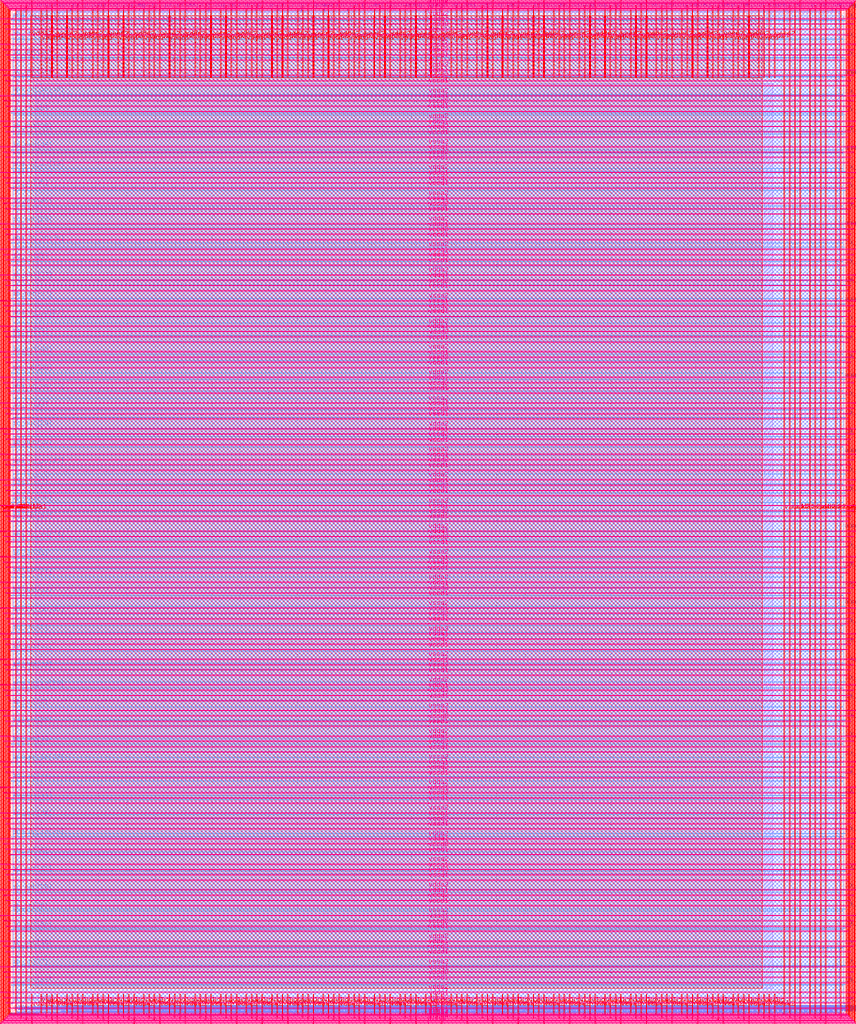
<source format=lef>
VERSION 5.7 ;
  NOWIREEXTENSIONATPIN ON ;
  DIVIDERCHAR "/" ;
  BUSBITCHARS "[]" ;
MACRO user_project_wrapper
  CLASS BLOCK ;
  FOREIGN user_project_wrapper ;
  ORIGIN 0.000 0.000 ;
  SIZE 2920.000 BY 3520.000 ;
  PIN analog_io[0]
    DIRECTION INOUT ;
    USE SIGNAL ;
    PORT
      LAYER met3 ;
        RECT 2917.600 1426.380 2924.800 1427.580 ;
    END
  END analog_io[0]
  PIN analog_io[10]
    DIRECTION INOUT ;
    USE SIGNAL ;
    PORT
      LAYER met2 ;
        RECT 2230.490 3517.600 2231.050 3524.800 ;
    END
  END analog_io[10]
  PIN analog_io[11]
    DIRECTION INOUT ;
    USE SIGNAL ;
    PORT
      LAYER met2 ;
        RECT 1905.730 3517.600 1906.290 3524.800 ;
    END
  END analog_io[11]
  PIN analog_io[12]
    DIRECTION INOUT ;
    USE SIGNAL ;
    PORT
      LAYER met2 ;
        RECT 1581.430 3517.600 1581.990 3524.800 ;
    END
  END analog_io[12]
  PIN analog_io[13]
    DIRECTION INOUT ;
    USE SIGNAL ;
    PORT
      LAYER met2 ;
        RECT 1257.130 3517.600 1257.690 3524.800 ;
    END
  END analog_io[13]
  PIN analog_io[14]
    DIRECTION INOUT ;
    USE SIGNAL ;
    PORT
      LAYER met2 ;
        RECT 932.370 3517.600 932.930 3524.800 ;
    END
  END analog_io[14]
  PIN analog_io[15]
    DIRECTION INOUT ;
    USE SIGNAL ;
    PORT
      LAYER met2 ;
        RECT 608.070 3517.600 608.630 3524.800 ;
    END
  END analog_io[15]
  PIN analog_io[16]
    DIRECTION INOUT ;
    USE SIGNAL ;
    PORT
      LAYER met2 ;
        RECT 283.770 3517.600 284.330 3524.800 ;
    END
  END analog_io[16]
  PIN analog_io[17]
    DIRECTION INOUT ;
    USE SIGNAL ;
    PORT
      LAYER met3 ;
        RECT -4.800 3486.100 2.400 3487.300 ;
    END
  END analog_io[17]
  PIN analog_io[18]
    DIRECTION INOUT ;
    USE SIGNAL ;
    PORT
      LAYER met3 ;
        RECT -4.800 3224.980 2.400 3226.180 ;
    END
  END analog_io[18]
  PIN analog_io[19]
    DIRECTION INOUT ;
    USE SIGNAL ;
    PORT
      LAYER met3 ;
        RECT -4.800 2964.540 2.400 2965.740 ;
    END
  END analog_io[19]
  PIN analog_io[1]
    DIRECTION INOUT ;
    USE SIGNAL ;
    PORT
      LAYER met3 ;
        RECT 2917.600 1692.260 2924.800 1693.460 ;
    END
  END analog_io[1]
  PIN analog_io[20]
    DIRECTION INOUT ;
    USE SIGNAL ;
    PORT
      LAYER met3 ;
        RECT -4.800 2703.420 2.400 2704.620 ;
    END
  END analog_io[20]
  PIN analog_io[21]
    DIRECTION INOUT ;
    USE SIGNAL ;
    PORT
      LAYER met3 ;
        RECT -4.800 2442.980 2.400 2444.180 ;
    END
  END analog_io[21]
  PIN analog_io[22]
    DIRECTION INOUT ;
    USE SIGNAL ;
    PORT
      LAYER met3 ;
        RECT -4.800 2182.540 2.400 2183.740 ;
    END
  END analog_io[22]
  PIN analog_io[23]
    DIRECTION INOUT ;
    USE SIGNAL ;
    PORT
      LAYER met3 ;
        RECT -4.800 1921.420 2.400 1922.620 ;
    END
  END analog_io[23]
  PIN analog_io[24]
    DIRECTION INOUT ;
    USE SIGNAL ;
    PORT
      LAYER met3 ;
        RECT -4.800 1660.980 2.400 1662.180 ;
    END
  END analog_io[24]
  PIN analog_io[25]
    DIRECTION INOUT ;
    USE SIGNAL ;
    PORT
      LAYER met3 ;
        RECT -4.800 1399.860 2.400 1401.060 ;
    END
  END analog_io[25]
  PIN analog_io[26]
    DIRECTION INOUT ;
    USE SIGNAL ;
    PORT
      LAYER met3 ;
        RECT -4.800 1139.420 2.400 1140.620 ;
    END
  END analog_io[26]
  PIN analog_io[27]
    DIRECTION INOUT ;
    USE SIGNAL ;
    PORT
      LAYER met3 ;
        RECT -4.800 878.980 2.400 880.180 ;
    END
  END analog_io[27]
  PIN analog_io[28]
    DIRECTION INOUT ;
    USE SIGNAL ;
    PORT
      LAYER met3 ;
        RECT -4.800 617.860 2.400 619.060 ;
    END
  END analog_io[28]
  PIN analog_io[2]
    DIRECTION INOUT ;
    USE SIGNAL ;
    PORT
      LAYER met3 ;
        RECT 2917.600 1958.140 2924.800 1959.340 ;
    END
  END analog_io[2]
  PIN analog_io[3]
    DIRECTION INOUT ;
    USE SIGNAL ;
    PORT
      LAYER met3 ;
        RECT 2917.600 2223.340 2924.800 2224.540 ;
    END
  END analog_io[3]
  PIN analog_io[4]
    DIRECTION INOUT ;
    USE SIGNAL ;
    PORT
      LAYER met3 ;
        RECT 2917.600 2489.220 2924.800 2490.420 ;
    END
  END analog_io[4]
  PIN analog_io[5]
    DIRECTION INOUT ;
    USE SIGNAL ;
    PORT
      LAYER met3 ;
        RECT 2917.600 2755.100 2924.800 2756.300 ;
    END
  END analog_io[5]
  PIN analog_io[6]
    DIRECTION INOUT ;
    USE SIGNAL ;
    PORT
      LAYER met3 ;
        RECT 2917.600 3020.300 2924.800 3021.500 ;
    END
  END analog_io[6]
  PIN analog_io[7]
    DIRECTION INOUT ;
    USE SIGNAL ;
    PORT
      LAYER met3 ;
        RECT 2917.600 3286.180 2924.800 3287.380 ;
    END
  END analog_io[7]
  PIN analog_io[8]
    DIRECTION INOUT ;
    USE SIGNAL ;
    PORT
      LAYER met2 ;
        RECT 2879.090 3517.600 2879.650 3524.800 ;
    END
  END analog_io[8]
  PIN analog_io[9]
    DIRECTION INOUT ;
    USE SIGNAL ;
    PORT
      LAYER met2 ;
        RECT 2554.790 3517.600 2555.350 3524.800 ;
    END
  END analog_io[9]
  PIN io_in[0]
    DIRECTION INPUT ;
    USE SIGNAL ;
    PORT
      LAYER met3 ;
        RECT 2917.600 32.380 2924.800 33.580 ;
    END
  END io_in[0]
  PIN io_in[10]
    DIRECTION INPUT ;
    USE SIGNAL ;
    PORT
      LAYER met3 ;
        RECT 2917.600 2289.980 2924.800 2291.180 ;
    END
  END io_in[10]
  PIN io_in[11]
    DIRECTION INPUT ;
    USE SIGNAL ;
    PORT
      LAYER met3 ;
        RECT 2917.600 2555.860 2924.800 2557.060 ;
    END
  END io_in[11]
  PIN io_in[12]
    DIRECTION INPUT ;
    USE SIGNAL ;
    PORT
      LAYER met3 ;
        RECT 2917.600 2821.060 2924.800 2822.260 ;
    END
  END io_in[12]
  PIN io_in[13]
    DIRECTION INPUT ;
    USE SIGNAL ;
    PORT
      LAYER met3 ;
        RECT 2917.600 3086.940 2924.800 3088.140 ;
    END
  END io_in[13]
  PIN io_in[14]
    DIRECTION INPUT ;
    USE SIGNAL ;
    PORT
      LAYER met3 ;
        RECT 2917.600 3352.820 2924.800 3354.020 ;
    END
  END io_in[14]
  PIN io_in[15]
    DIRECTION INPUT ;
    USE SIGNAL ;
    PORT
      LAYER met2 ;
        RECT 2798.130 3517.600 2798.690 3524.800 ;
    END
  END io_in[15]
  PIN io_in[16]
    DIRECTION INPUT ;
    USE SIGNAL ;
    PORT
      LAYER met2 ;
        RECT 2473.830 3517.600 2474.390 3524.800 ;
    END
  END io_in[16]
  PIN io_in[17]
    DIRECTION INPUT ;
    USE SIGNAL ;
    PORT
      LAYER met2 ;
        RECT 2149.070 3517.600 2149.630 3524.800 ;
    END
  END io_in[17]
  PIN io_in[18]
    DIRECTION INPUT ;
    USE SIGNAL ;
    PORT
      LAYER met2 ;
        RECT 1824.770 3517.600 1825.330 3524.800 ;
    END
  END io_in[18]
  PIN io_in[19]
    DIRECTION INPUT ;
    USE SIGNAL ;
    PORT
      LAYER met2 ;
        RECT 1500.470 3517.600 1501.030 3524.800 ;
    END
  END io_in[19]
  PIN io_in[1]
    DIRECTION INPUT ;
    USE SIGNAL ;
    PORT
      LAYER met3 ;
        RECT 2917.600 230.940 2924.800 232.140 ;
    END
  END io_in[1]
  PIN io_in[20]
    DIRECTION INPUT ;
    USE SIGNAL ;
    PORT
      LAYER met2 ;
        RECT 1175.710 3517.600 1176.270 3524.800 ;
    END
  END io_in[20]
  PIN io_in[21]
    DIRECTION INPUT ;
    USE SIGNAL ;
    PORT
      LAYER met2 ;
        RECT 851.410 3517.600 851.970 3524.800 ;
    END
  END io_in[21]
  PIN io_in[22]
    DIRECTION INPUT ;
    USE SIGNAL ;
    PORT
      LAYER met2 ;
        RECT 527.110 3517.600 527.670 3524.800 ;
    END
  END io_in[22]
  PIN io_in[23]
    DIRECTION INPUT ;
    USE SIGNAL ;
    PORT
      LAYER met2 ;
        RECT 202.350 3517.600 202.910 3524.800 ;
    END
  END io_in[23]
  PIN io_in[24]
    DIRECTION INPUT ;
    USE SIGNAL ;
    PORT
      LAYER met3 ;
        RECT -4.800 3420.820 2.400 3422.020 ;
    END
  END io_in[24]
  PIN io_in[25]
    DIRECTION INPUT ;
    USE SIGNAL ;
    PORT
      LAYER met3 ;
        RECT -4.800 3159.700 2.400 3160.900 ;
    END
  END io_in[25]
  PIN io_in[26]
    DIRECTION INPUT ;
    USE SIGNAL ;
    PORT
      LAYER met3 ;
        RECT -4.800 2899.260 2.400 2900.460 ;
    END
  END io_in[26]
  PIN io_in[27]
    DIRECTION INPUT ;
    USE SIGNAL ;
    PORT
      LAYER met3 ;
        RECT -4.800 2638.820 2.400 2640.020 ;
    END
  END io_in[27]
  PIN io_in[28]
    DIRECTION INPUT ;
    USE SIGNAL ;
    PORT
      LAYER met3 ;
        RECT -4.800 2377.700 2.400 2378.900 ;
    END
  END io_in[28]
  PIN io_in[29]
    DIRECTION INPUT ;
    USE SIGNAL ;
    PORT
      LAYER met3 ;
        RECT -4.800 2117.260 2.400 2118.460 ;
    END
  END io_in[29]
  PIN io_in[2]
    DIRECTION INPUT ;
    USE SIGNAL ;
    PORT
      LAYER met3 ;
        RECT 2917.600 430.180 2924.800 431.380 ;
    END
  END io_in[2]
  PIN io_in[30]
    DIRECTION INPUT ;
    USE SIGNAL ;
    PORT
      LAYER met3 ;
        RECT -4.800 1856.140 2.400 1857.340 ;
    END
  END io_in[30]
  PIN io_in[31]
    DIRECTION INPUT ;
    USE SIGNAL ;
    PORT
      LAYER met3 ;
        RECT -4.800 1595.700 2.400 1596.900 ;
    END
  END io_in[31]
  PIN io_in[32]
    DIRECTION INPUT ;
    USE SIGNAL ;
    PORT
      LAYER met3 ;
        RECT -4.800 1335.260 2.400 1336.460 ;
    END
  END io_in[32]
  PIN io_in[33]
    DIRECTION INPUT ;
    USE SIGNAL ;
    PORT
      LAYER met3 ;
        RECT -4.800 1074.140 2.400 1075.340 ;
    END
  END io_in[33]
  PIN io_in[34]
    DIRECTION INPUT ;
    USE SIGNAL ;
    PORT
      LAYER met3 ;
        RECT -4.800 813.700 2.400 814.900 ;
    END
  END io_in[34]
  PIN io_in[35]
    DIRECTION INPUT ;
    USE SIGNAL ;
    PORT
      LAYER met3 ;
        RECT -4.800 552.580 2.400 553.780 ;
    END
  END io_in[35]
  PIN io_in[36]
    DIRECTION INPUT ;
    USE SIGNAL ;
    PORT
      LAYER met3 ;
        RECT -4.800 357.420 2.400 358.620 ;
    END
  END io_in[36]
  PIN io_in[37]
    DIRECTION INPUT ;
    USE SIGNAL ;
    PORT
      LAYER met3 ;
        RECT -4.800 161.580 2.400 162.780 ;
    END
  END io_in[37]
  PIN io_in[3]
    DIRECTION INPUT ;
    USE SIGNAL ;
    PORT
      LAYER met3 ;
        RECT 2917.600 629.420 2924.800 630.620 ;
    END
  END io_in[3]
  PIN io_in[4]
    DIRECTION INPUT ;
    USE SIGNAL ;
    PORT
      LAYER met3 ;
        RECT 2917.600 828.660 2924.800 829.860 ;
    END
  END io_in[4]
  PIN io_in[5]
    DIRECTION INPUT ;
    USE SIGNAL ;
    PORT
      LAYER met3 ;
        RECT 2917.600 1027.900 2924.800 1029.100 ;
    END
  END io_in[5]
  PIN io_in[6]
    DIRECTION INPUT ;
    USE SIGNAL ;
    PORT
      LAYER met3 ;
        RECT 2917.600 1227.140 2924.800 1228.340 ;
    END
  END io_in[6]
  PIN io_in[7]
    DIRECTION INPUT ;
    USE SIGNAL ;
    PORT
      LAYER met3 ;
        RECT 2917.600 1493.020 2924.800 1494.220 ;
    END
  END io_in[7]
  PIN io_in[8]
    DIRECTION INPUT ;
    USE SIGNAL ;
    PORT
      LAYER met3 ;
        RECT 2917.600 1758.900 2924.800 1760.100 ;
    END
  END io_in[8]
  PIN io_in[9]
    DIRECTION INPUT ;
    USE SIGNAL ;
    PORT
      LAYER met3 ;
        RECT 2917.600 2024.100 2924.800 2025.300 ;
    END
  END io_in[9]
  PIN io_oeb[0]
    DIRECTION OUTPUT TRISTATE ;
    USE SIGNAL ;
    PORT
      LAYER met3 ;
        RECT 2917.600 164.980 2924.800 166.180 ;
    END
  END io_oeb[0]
  PIN io_oeb[10]
    DIRECTION OUTPUT TRISTATE ;
    USE SIGNAL ;
    PORT
      LAYER met3 ;
        RECT 2917.600 2422.580 2924.800 2423.780 ;
    END
  END io_oeb[10]
  PIN io_oeb[11]
    DIRECTION OUTPUT TRISTATE ;
    USE SIGNAL ;
    PORT
      LAYER met3 ;
        RECT 2917.600 2688.460 2924.800 2689.660 ;
    END
  END io_oeb[11]
  PIN io_oeb[12]
    DIRECTION OUTPUT TRISTATE ;
    USE SIGNAL ;
    PORT
      LAYER met3 ;
        RECT 2917.600 2954.340 2924.800 2955.540 ;
    END
  END io_oeb[12]
  PIN io_oeb[13]
    DIRECTION OUTPUT TRISTATE ;
    USE SIGNAL ;
    PORT
      LAYER met3 ;
        RECT 2917.600 3219.540 2924.800 3220.740 ;
    END
  END io_oeb[13]
  PIN io_oeb[14]
    DIRECTION OUTPUT TRISTATE ;
    USE SIGNAL ;
    PORT
      LAYER met3 ;
        RECT 2917.600 3485.420 2924.800 3486.620 ;
    END
  END io_oeb[14]
  PIN io_oeb[15]
    DIRECTION OUTPUT TRISTATE ;
    USE SIGNAL ;
    PORT
      LAYER met2 ;
        RECT 2635.750 3517.600 2636.310 3524.800 ;
    END
  END io_oeb[15]
  PIN io_oeb[16]
    DIRECTION OUTPUT TRISTATE ;
    USE SIGNAL ;
    PORT
      LAYER met2 ;
        RECT 2311.450 3517.600 2312.010 3524.800 ;
    END
  END io_oeb[16]
  PIN io_oeb[17]
    DIRECTION OUTPUT TRISTATE ;
    USE SIGNAL ;
    PORT
      LAYER met2 ;
        RECT 1987.150 3517.600 1987.710 3524.800 ;
    END
  END io_oeb[17]
  PIN io_oeb[18]
    DIRECTION OUTPUT TRISTATE ;
    USE SIGNAL ;
    PORT
      LAYER met2 ;
        RECT 1662.390 3517.600 1662.950 3524.800 ;
    END
  END io_oeb[18]
  PIN io_oeb[19]
    DIRECTION OUTPUT TRISTATE ;
    USE SIGNAL ;
    PORT
      LAYER met2 ;
        RECT 1338.090 3517.600 1338.650 3524.800 ;
    END
  END io_oeb[19]
  PIN io_oeb[1]
    DIRECTION OUTPUT TRISTATE ;
    USE SIGNAL ;
    PORT
      LAYER met3 ;
        RECT 2917.600 364.220 2924.800 365.420 ;
    END
  END io_oeb[1]
  PIN io_oeb[20]
    DIRECTION OUTPUT TRISTATE ;
    USE SIGNAL ;
    PORT
      LAYER met2 ;
        RECT 1013.790 3517.600 1014.350 3524.800 ;
    END
  END io_oeb[20]
  PIN io_oeb[21]
    DIRECTION OUTPUT TRISTATE ;
    USE SIGNAL ;
    PORT
      LAYER met2 ;
        RECT 689.030 3517.600 689.590 3524.800 ;
    END
  END io_oeb[21]
  PIN io_oeb[22]
    DIRECTION OUTPUT TRISTATE ;
    USE SIGNAL ;
    PORT
      LAYER met2 ;
        RECT 364.730 3517.600 365.290 3524.800 ;
    END
  END io_oeb[22]
  PIN io_oeb[23]
    DIRECTION OUTPUT TRISTATE ;
    USE SIGNAL ;
    PORT
      LAYER met2 ;
        RECT 40.430 3517.600 40.990 3524.800 ;
    END
  END io_oeb[23]
  PIN io_oeb[24]
    DIRECTION OUTPUT TRISTATE ;
    USE SIGNAL ;
    PORT
      LAYER met3 ;
        RECT -4.800 3290.260 2.400 3291.460 ;
    END
  END io_oeb[24]
  PIN io_oeb[25]
    DIRECTION OUTPUT TRISTATE ;
    USE SIGNAL ;
    PORT
      LAYER met3 ;
        RECT -4.800 3029.820 2.400 3031.020 ;
    END
  END io_oeb[25]
  PIN io_oeb[26]
    DIRECTION OUTPUT TRISTATE ;
    USE SIGNAL ;
    PORT
      LAYER met3 ;
        RECT -4.800 2768.700 2.400 2769.900 ;
    END
  END io_oeb[26]
  PIN io_oeb[27]
    DIRECTION OUTPUT TRISTATE ;
    USE SIGNAL ;
    PORT
      LAYER met3 ;
        RECT -4.800 2508.260 2.400 2509.460 ;
    END
  END io_oeb[27]
  PIN io_oeb[28]
    DIRECTION OUTPUT TRISTATE ;
    USE SIGNAL ;
    PORT
      LAYER met3 ;
        RECT -4.800 2247.140 2.400 2248.340 ;
    END
  END io_oeb[28]
  PIN io_oeb[29]
    DIRECTION OUTPUT TRISTATE ;
    USE SIGNAL ;
    PORT
      LAYER met3 ;
        RECT -4.800 1986.700 2.400 1987.900 ;
    END
  END io_oeb[29]
  PIN io_oeb[2]
    DIRECTION OUTPUT TRISTATE ;
    USE SIGNAL ;
    PORT
      LAYER met3 ;
        RECT 2917.600 563.460 2924.800 564.660 ;
    END
  END io_oeb[2]
  PIN io_oeb[30]
    DIRECTION OUTPUT TRISTATE ;
    USE SIGNAL ;
    PORT
      LAYER met3 ;
        RECT -4.800 1726.260 2.400 1727.460 ;
    END
  END io_oeb[30]
  PIN io_oeb[31]
    DIRECTION OUTPUT TRISTATE ;
    USE SIGNAL ;
    PORT
      LAYER met3 ;
        RECT -4.800 1465.140 2.400 1466.340 ;
    END
  END io_oeb[31]
  PIN io_oeb[32]
    DIRECTION OUTPUT TRISTATE ;
    USE SIGNAL ;
    PORT
      LAYER met3 ;
        RECT -4.800 1204.700 2.400 1205.900 ;
    END
  END io_oeb[32]
  PIN io_oeb[33]
    DIRECTION OUTPUT TRISTATE ;
    USE SIGNAL ;
    PORT
      LAYER met3 ;
        RECT -4.800 943.580 2.400 944.780 ;
    END
  END io_oeb[33]
  PIN io_oeb[34]
    DIRECTION OUTPUT TRISTATE ;
    USE SIGNAL ;
    PORT
      LAYER met3 ;
        RECT -4.800 683.140 2.400 684.340 ;
    END
  END io_oeb[34]
  PIN io_oeb[35]
    DIRECTION OUTPUT TRISTATE ;
    USE SIGNAL ;
    PORT
      LAYER met3 ;
        RECT -4.800 422.700 2.400 423.900 ;
    END
  END io_oeb[35]
  PIN io_oeb[36]
    DIRECTION OUTPUT TRISTATE ;
    USE SIGNAL ;
    PORT
      LAYER met3 ;
        RECT -4.800 226.860 2.400 228.060 ;
    END
  END io_oeb[36]
  PIN io_oeb[37]
    DIRECTION OUTPUT TRISTATE ;
    USE SIGNAL ;
    PORT
      LAYER met3 ;
        RECT -4.800 31.700 2.400 32.900 ;
    END
  END io_oeb[37]
  PIN io_oeb[3]
    DIRECTION OUTPUT TRISTATE ;
    USE SIGNAL ;
    PORT
      LAYER met3 ;
        RECT 2917.600 762.700 2924.800 763.900 ;
    END
  END io_oeb[3]
  PIN io_oeb[4]
    DIRECTION OUTPUT TRISTATE ;
    USE SIGNAL ;
    PORT
      LAYER met3 ;
        RECT 2917.600 961.940 2924.800 963.140 ;
    END
  END io_oeb[4]
  PIN io_oeb[5]
    DIRECTION OUTPUT TRISTATE ;
    USE SIGNAL ;
    PORT
      LAYER met3 ;
        RECT 2917.600 1161.180 2924.800 1162.380 ;
    END
  END io_oeb[5]
  PIN io_oeb[6]
    DIRECTION OUTPUT TRISTATE ;
    USE SIGNAL ;
    PORT
      LAYER met3 ;
        RECT 2917.600 1360.420 2924.800 1361.620 ;
    END
  END io_oeb[6]
  PIN io_oeb[7]
    DIRECTION OUTPUT TRISTATE ;
    USE SIGNAL ;
    PORT
      LAYER met3 ;
        RECT 2917.600 1625.620 2924.800 1626.820 ;
    END
  END io_oeb[7]
  PIN io_oeb[8]
    DIRECTION OUTPUT TRISTATE ;
    USE SIGNAL ;
    PORT
      LAYER met3 ;
        RECT 2917.600 1891.500 2924.800 1892.700 ;
    END
  END io_oeb[8]
  PIN io_oeb[9]
    DIRECTION OUTPUT TRISTATE ;
    USE SIGNAL ;
    PORT
      LAYER met3 ;
        RECT 2917.600 2157.380 2924.800 2158.580 ;
    END
  END io_oeb[9]
  PIN io_out[0]
    DIRECTION OUTPUT TRISTATE ;
    USE SIGNAL ;
    PORT
      LAYER met3 ;
        RECT 2917.600 98.340 2924.800 99.540 ;
    END
  END io_out[0]
  PIN io_out[10]
    DIRECTION OUTPUT TRISTATE ;
    USE SIGNAL ;
    PORT
      LAYER met3 ;
        RECT 2917.600 2356.620 2924.800 2357.820 ;
    END
  END io_out[10]
  PIN io_out[11]
    DIRECTION OUTPUT TRISTATE ;
    USE SIGNAL ;
    PORT
      LAYER met3 ;
        RECT 2917.600 2621.820 2924.800 2623.020 ;
    END
  END io_out[11]
  PIN io_out[12]
    DIRECTION OUTPUT TRISTATE ;
    USE SIGNAL ;
    PORT
      LAYER met3 ;
        RECT 2917.600 2887.700 2924.800 2888.900 ;
    END
  END io_out[12]
  PIN io_out[13]
    DIRECTION OUTPUT TRISTATE ;
    USE SIGNAL ;
    PORT
      LAYER met3 ;
        RECT 2917.600 3153.580 2924.800 3154.780 ;
    END
  END io_out[13]
  PIN io_out[14]
    DIRECTION OUTPUT TRISTATE ;
    USE SIGNAL ;
    PORT
      LAYER met3 ;
        RECT 2917.600 3418.780 2924.800 3419.980 ;
    END
  END io_out[14]
  PIN io_out[15]
    DIRECTION OUTPUT TRISTATE ;
    USE SIGNAL ;
    PORT
      LAYER met2 ;
        RECT 2717.170 3517.600 2717.730 3524.800 ;
    END
  END io_out[15]
  PIN io_out[16]
    DIRECTION OUTPUT TRISTATE ;
    USE SIGNAL ;
    PORT
      LAYER met2 ;
        RECT 2392.410 3517.600 2392.970 3524.800 ;
    END
  END io_out[16]
  PIN io_out[17]
    DIRECTION OUTPUT TRISTATE ;
    USE SIGNAL ;
    PORT
      LAYER met2 ;
        RECT 2068.110 3517.600 2068.670 3524.800 ;
    END
  END io_out[17]
  PIN io_out[18]
    DIRECTION OUTPUT TRISTATE ;
    USE SIGNAL ;
    PORT
      LAYER met2 ;
        RECT 1743.810 3517.600 1744.370 3524.800 ;
    END
  END io_out[18]
  PIN io_out[19]
    DIRECTION OUTPUT TRISTATE ;
    USE SIGNAL ;
    PORT
      LAYER met2 ;
        RECT 1419.050 3517.600 1419.610 3524.800 ;
    END
  END io_out[19]
  PIN io_out[1]
    DIRECTION OUTPUT TRISTATE ;
    USE SIGNAL ;
    PORT
      LAYER met3 ;
        RECT 2917.600 297.580 2924.800 298.780 ;
    END
  END io_out[1]
  PIN io_out[20]
    DIRECTION OUTPUT TRISTATE ;
    USE SIGNAL ;
    PORT
      LAYER met2 ;
        RECT 1094.750 3517.600 1095.310 3524.800 ;
    END
  END io_out[20]
  PIN io_out[21]
    DIRECTION OUTPUT TRISTATE ;
    USE SIGNAL ;
    PORT
      LAYER met2 ;
        RECT 770.450 3517.600 771.010 3524.800 ;
    END
  END io_out[21]
  PIN io_out[22]
    DIRECTION OUTPUT TRISTATE ;
    USE SIGNAL ;
    PORT
      LAYER met2 ;
        RECT 445.690 3517.600 446.250 3524.800 ;
    END
  END io_out[22]
  PIN io_out[23]
    DIRECTION OUTPUT TRISTATE ;
    USE SIGNAL ;
    PORT
      LAYER met2 ;
        RECT 121.390 3517.600 121.950 3524.800 ;
    END
  END io_out[23]
  PIN io_out[24]
    DIRECTION OUTPUT TRISTATE ;
    USE SIGNAL ;
    PORT
      LAYER met3 ;
        RECT -4.800 3355.540 2.400 3356.740 ;
    END
  END io_out[24]
  PIN io_out[25]
    DIRECTION OUTPUT TRISTATE ;
    USE SIGNAL ;
    PORT
      LAYER met3 ;
        RECT -4.800 3095.100 2.400 3096.300 ;
    END
  END io_out[25]
  PIN io_out[26]
    DIRECTION OUTPUT TRISTATE ;
    USE SIGNAL ;
    PORT
      LAYER met3 ;
        RECT -4.800 2833.980 2.400 2835.180 ;
    END
  END io_out[26]
  PIN io_out[27]
    DIRECTION OUTPUT TRISTATE ;
    USE SIGNAL ;
    PORT
      LAYER met3 ;
        RECT -4.800 2573.540 2.400 2574.740 ;
    END
  END io_out[27]
  PIN io_out[28]
    DIRECTION OUTPUT TRISTATE ;
    USE SIGNAL ;
    PORT
      LAYER met3 ;
        RECT -4.800 2312.420 2.400 2313.620 ;
    END
  END io_out[28]
  PIN io_out[29]
    DIRECTION OUTPUT TRISTATE ;
    USE SIGNAL ;
    PORT
      LAYER met3 ;
        RECT -4.800 2051.980 2.400 2053.180 ;
    END
  END io_out[29]
  PIN io_out[2]
    DIRECTION OUTPUT TRISTATE ;
    USE SIGNAL ;
    PORT
      LAYER met3 ;
        RECT 2917.600 496.820 2924.800 498.020 ;
    END
  END io_out[2]
  PIN io_out[30]
    DIRECTION OUTPUT TRISTATE ;
    USE SIGNAL ;
    PORT
      LAYER met3 ;
        RECT -4.800 1791.540 2.400 1792.740 ;
    END
  END io_out[30]
  PIN io_out[31]
    DIRECTION OUTPUT TRISTATE ;
    USE SIGNAL ;
    PORT
      LAYER met3 ;
        RECT -4.800 1530.420 2.400 1531.620 ;
    END
  END io_out[31]
  PIN io_out[32]
    DIRECTION OUTPUT TRISTATE ;
    USE SIGNAL ;
    PORT
      LAYER met3 ;
        RECT -4.800 1269.980 2.400 1271.180 ;
    END
  END io_out[32]
  PIN io_out[33]
    DIRECTION OUTPUT TRISTATE ;
    USE SIGNAL ;
    PORT
      LAYER met3 ;
        RECT -4.800 1008.860 2.400 1010.060 ;
    END
  END io_out[33]
  PIN io_out[34]
    DIRECTION OUTPUT TRISTATE ;
    USE SIGNAL ;
    PORT
      LAYER met3 ;
        RECT -4.800 748.420 2.400 749.620 ;
    END
  END io_out[34]
  PIN io_out[35]
    DIRECTION OUTPUT TRISTATE ;
    USE SIGNAL ;
    PORT
      LAYER met3 ;
        RECT -4.800 487.300 2.400 488.500 ;
    END
  END io_out[35]
  PIN io_out[36]
    DIRECTION OUTPUT TRISTATE ;
    USE SIGNAL ;
    PORT
      LAYER met3 ;
        RECT -4.800 292.140 2.400 293.340 ;
    END
  END io_out[36]
  PIN io_out[37]
    DIRECTION OUTPUT TRISTATE ;
    USE SIGNAL ;
    PORT
      LAYER met3 ;
        RECT -4.800 96.300 2.400 97.500 ;
    END
  END io_out[37]
  PIN io_out[3]
    DIRECTION OUTPUT TRISTATE ;
    USE SIGNAL ;
    PORT
      LAYER met3 ;
        RECT 2917.600 696.060 2924.800 697.260 ;
    END
  END io_out[3]
  PIN io_out[4]
    DIRECTION OUTPUT TRISTATE ;
    USE SIGNAL ;
    PORT
      LAYER met3 ;
        RECT 2917.600 895.300 2924.800 896.500 ;
    END
  END io_out[4]
  PIN io_out[5]
    DIRECTION OUTPUT TRISTATE ;
    USE SIGNAL ;
    PORT
      LAYER met3 ;
        RECT 2917.600 1094.540 2924.800 1095.740 ;
    END
  END io_out[5]
  PIN io_out[6]
    DIRECTION OUTPUT TRISTATE ;
    USE SIGNAL ;
    PORT
      LAYER met3 ;
        RECT 2917.600 1293.780 2924.800 1294.980 ;
    END
  END io_out[6]
  PIN io_out[7]
    DIRECTION OUTPUT TRISTATE ;
    USE SIGNAL ;
    PORT
      LAYER met3 ;
        RECT 2917.600 1559.660 2924.800 1560.860 ;
    END
  END io_out[7]
  PIN io_out[8]
    DIRECTION OUTPUT TRISTATE ;
    USE SIGNAL ;
    PORT
      LAYER met3 ;
        RECT 2917.600 1824.860 2924.800 1826.060 ;
    END
  END io_out[8]
  PIN io_out[9]
    DIRECTION OUTPUT TRISTATE ;
    USE SIGNAL ;
    PORT
      LAYER met3 ;
        RECT 2917.600 2090.740 2924.800 2091.940 ;
    END
  END io_out[9]
  PIN la_data_in[0]
    DIRECTION INPUT ;
    USE SIGNAL ;
    PORT
      LAYER met2 ;
        RECT 629.230 -4.800 629.790 2.400 ;
    END
  END la_data_in[0]
  PIN la_data_in[100]
    DIRECTION INPUT ;
    USE SIGNAL ;
    PORT
      LAYER met2 ;
        RECT 2402.530 -4.800 2403.090 2.400 ;
    END
  END la_data_in[100]
  PIN la_data_in[101]
    DIRECTION INPUT ;
    USE SIGNAL ;
    PORT
      LAYER met2 ;
        RECT 2420.010 -4.800 2420.570 2.400 ;
    END
  END la_data_in[101]
  PIN la_data_in[102]
    DIRECTION INPUT ;
    USE SIGNAL ;
    PORT
      LAYER met2 ;
        RECT 2437.950 -4.800 2438.510 2.400 ;
    END
  END la_data_in[102]
  PIN la_data_in[103]
    DIRECTION INPUT ;
    USE SIGNAL ;
    PORT
      LAYER met2 ;
        RECT 2455.430 -4.800 2455.990 2.400 ;
    END
  END la_data_in[103]
  PIN la_data_in[104]
    DIRECTION INPUT ;
    USE SIGNAL ;
    PORT
      LAYER met2 ;
        RECT 2473.370 -4.800 2473.930 2.400 ;
    END
  END la_data_in[104]
  PIN la_data_in[105]
    DIRECTION INPUT ;
    USE SIGNAL ;
    PORT
      LAYER met2 ;
        RECT 2490.850 -4.800 2491.410 2.400 ;
    END
  END la_data_in[105]
  PIN la_data_in[106]
    DIRECTION INPUT ;
    USE SIGNAL ;
    PORT
      LAYER met2 ;
        RECT 2508.790 -4.800 2509.350 2.400 ;
    END
  END la_data_in[106]
  PIN la_data_in[107]
    DIRECTION INPUT ;
    USE SIGNAL ;
    PORT
      LAYER met2 ;
        RECT 2526.730 -4.800 2527.290 2.400 ;
    END
  END la_data_in[107]
  PIN la_data_in[108]
    DIRECTION INPUT ;
    USE SIGNAL ;
    PORT
      LAYER met2 ;
        RECT 2544.210 -4.800 2544.770 2.400 ;
    END
  END la_data_in[108]
  PIN la_data_in[109]
    DIRECTION INPUT ;
    USE SIGNAL ;
    PORT
      LAYER met2 ;
        RECT 2562.150 -4.800 2562.710 2.400 ;
    END
  END la_data_in[109]
  PIN la_data_in[10]
    DIRECTION INPUT ;
    USE SIGNAL ;
    PORT
      LAYER met2 ;
        RECT 806.330 -4.800 806.890 2.400 ;
    END
  END la_data_in[10]
  PIN la_data_in[110]
    DIRECTION INPUT ;
    USE SIGNAL ;
    PORT
      LAYER met2 ;
        RECT 2579.630 -4.800 2580.190 2.400 ;
    END
  END la_data_in[110]
  PIN la_data_in[111]
    DIRECTION INPUT ;
    USE SIGNAL ;
    PORT
      LAYER met2 ;
        RECT 2597.570 -4.800 2598.130 2.400 ;
    END
  END la_data_in[111]
  PIN la_data_in[112]
    DIRECTION INPUT ;
    USE SIGNAL ;
    PORT
      LAYER met2 ;
        RECT 2615.050 -4.800 2615.610 2.400 ;
    END
  END la_data_in[112]
  PIN la_data_in[113]
    DIRECTION INPUT ;
    USE SIGNAL ;
    PORT
      LAYER met2 ;
        RECT 2632.990 -4.800 2633.550 2.400 ;
    END
  END la_data_in[113]
  PIN la_data_in[114]
    DIRECTION INPUT ;
    USE SIGNAL ;
    PORT
      LAYER met2 ;
        RECT 2650.470 -4.800 2651.030 2.400 ;
    END
  END la_data_in[114]
  PIN la_data_in[115]
    DIRECTION INPUT ;
    USE SIGNAL ;
    PORT
      LAYER met2 ;
        RECT 2668.410 -4.800 2668.970 2.400 ;
    END
  END la_data_in[115]
  PIN la_data_in[116]
    DIRECTION INPUT ;
    USE SIGNAL ;
    PORT
      LAYER met2 ;
        RECT 2685.890 -4.800 2686.450 2.400 ;
    END
  END la_data_in[116]
  PIN la_data_in[117]
    DIRECTION INPUT ;
    USE SIGNAL ;
    PORT
      LAYER met2 ;
        RECT 2703.830 -4.800 2704.390 2.400 ;
    END
  END la_data_in[117]
  PIN la_data_in[118]
    DIRECTION INPUT ;
    USE SIGNAL ;
    PORT
      LAYER met2 ;
        RECT 2721.770 -4.800 2722.330 2.400 ;
    END
  END la_data_in[118]
  PIN la_data_in[119]
    DIRECTION INPUT ;
    USE SIGNAL ;
    PORT
      LAYER met2 ;
        RECT 2739.250 -4.800 2739.810 2.400 ;
    END
  END la_data_in[119]
  PIN la_data_in[11]
    DIRECTION INPUT ;
    USE SIGNAL ;
    PORT
      LAYER met2 ;
        RECT 824.270 -4.800 824.830 2.400 ;
    END
  END la_data_in[11]
  PIN la_data_in[120]
    DIRECTION INPUT ;
    USE SIGNAL ;
    PORT
      LAYER met2 ;
        RECT 2757.190 -4.800 2757.750 2.400 ;
    END
  END la_data_in[120]
  PIN la_data_in[121]
    DIRECTION INPUT ;
    USE SIGNAL ;
    PORT
      LAYER met2 ;
        RECT 2774.670 -4.800 2775.230 2.400 ;
    END
  END la_data_in[121]
  PIN la_data_in[122]
    DIRECTION INPUT ;
    USE SIGNAL ;
    PORT
      LAYER met2 ;
        RECT 2792.610 -4.800 2793.170 2.400 ;
    END
  END la_data_in[122]
  PIN la_data_in[123]
    DIRECTION INPUT ;
    USE SIGNAL ;
    PORT
      LAYER met2 ;
        RECT 2810.090 -4.800 2810.650 2.400 ;
    END
  END la_data_in[123]
  PIN la_data_in[124]
    DIRECTION INPUT ;
    USE SIGNAL ;
    PORT
      LAYER met2 ;
        RECT 2828.030 -4.800 2828.590 2.400 ;
    END
  END la_data_in[124]
  PIN la_data_in[125]
    DIRECTION INPUT ;
    USE SIGNAL ;
    PORT
      LAYER met2 ;
        RECT 2845.510 -4.800 2846.070 2.400 ;
    END
  END la_data_in[125]
  PIN la_data_in[126]
    DIRECTION INPUT ;
    USE SIGNAL ;
    PORT
      LAYER met2 ;
        RECT 2863.450 -4.800 2864.010 2.400 ;
    END
  END la_data_in[126]
  PIN la_data_in[127]
    DIRECTION INPUT ;
    USE SIGNAL ;
    PORT
      LAYER met2 ;
        RECT 2881.390 -4.800 2881.950 2.400 ;
    END
  END la_data_in[127]
  PIN la_data_in[12]
    DIRECTION INPUT ;
    USE SIGNAL ;
    PORT
      LAYER met2 ;
        RECT 841.750 -4.800 842.310 2.400 ;
    END
  END la_data_in[12]
  PIN la_data_in[13]
    DIRECTION INPUT ;
    USE SIGNAL ;
    PORT
      LAYER met2 ;
        RECT 859.690 -4.800 860.250 2.400 ;
    END
  END la_data_in[13]
  PIN la_data_in[14]
    DIRECTION INPUT ;
    USE SIGNAL ;
    PORT
      LAYER met2 ;
        RECT 877.170 -4.800 877.730 2.400 ;
    END
  END la_data_in[14]
  PIN la_data_in[15]
    DIRECTION INPUT ;
    USE SIGNAL ;
    PORT
      LAYER met2 ;
        RECT 895.110 -4.800 895.670 2.400 ;
    END
  END la_data_in[15]
  PIN la_data_in[16]
    DIRECTION INPUT ;
    USE SIGNAL ;
    PORT
      LAYER met2 ;
        RECT 912.590 -4.800 913.150 2.400 ;
    END
  END la_data_in[16]
  PIN la_data_in[17]
    DIRECTION INPUT ;
    USE SIGNAL ;
    PORT
      LAYER met2 ;
        RECT 930.530 -4.800 931.090 2.400 ;
    END
  END la_data_in[17]
  PIN la_data_in[18]
    DIRECTION INPUT ;
    USE SIGNAL ;
    PORT
      LAYER met2 ;
        RECT 948.470 -4.800 949.030 2.400 ;
    END
  END la_data_in[18]
  PIN la_data_in[19]
    DIRECTION INPUT ;
    USE SIGNAL ;
    PORT
      LAYER met2 ;
        RECT 965.950 -4.800 966.510 2.400 ;
    END
  END la_data_in[19]
  PIN la_data_in[1]
    DIRECTION INPUT ;
    USE SIGNAL ;
    PORT
      LAYER met2 ;
        RECT 646.710 -4.800 647.270 2.400 ;
    END
  END la_data_in[1]
  PIN la_data_in[20]
    DIRECTION INPUT ;
    USE SIGNAL ;
    PORT
      LAYER met2 ;
        RECT 983.890 -4.800 984.450 2.400 ;
    END
  END la_data_in[20]
  PIN la_data_in[21]
    DIRECTION INPUT ;
    USE SIGNAL ;
    PORT
      LAYER met2 ;
        RECT 1001.370 -4.800 1001.930 2.400 ;
    END
  END la_data_in[21]
  PIN la_data_in[22]
    DIRECTION INPUT ;
    USE SIGNAL ;
    PORT
      LAYER met2 ;
        RECT 1019.310 -4.800 1019.870 2.400 ;
    END
  END la_data_in[22]
  PIN la_data_in[23]
    DIRECTION INPUT ;
    USE SIGNAL ;
    PORT
      LAYER met2 ;
        RECT 1036.790 -4.800 1037.350 2.400 ;
    END
  END la_data_in[23]
  PIN la_data_in[24]
    DIRECTION INPUT ;
    USE SIGNAL ;
    PORT
      LAYER met2 ;
        RECT 1054.730 -4.800 1055.290 2.400 ;
    END
  END la_data_in[24]
  PIN la_data_in[25]
    DIRECTION INPUT ;
    USE SIGNAL ;
    PORT
      LAYER met2 ;
        RECT 1072.210 -4.800 1072.770 2.400 ;
    END
  END la_data_in[25]
  PIN la_data_in[26]
    DIRECTION INPUT ;
    USE SIGNAL ;
    PORT
      LAYER met2 ;
        RECT 1090.150 -4.800 1090.710 2.400 ;
    END
  END la_data_in[26]
  PIN la_data_in[27]
    DIRECTION INPUT ;
    USE SIGNAL ;
    PORT
      LAYER met2 ;
        RECT 1107.630 -4.800 1108.190 2.400 ;
    END
  END la_data_in[27]
  PIN la_data_in[28]
    DIRECTION INPUT ;
    USE SIGNAL ;
    PORT
      LAYER met2 ;
        RECT 1125.570 -4.800 1126.130 2.400 ;
    END
  END la_data_in[28]
  PIN la_data_in[29]
    DIRECTION INPUT ;
    USE SIGNAL ;
    PORT
      LAYER met2 ;
        RECT 1143.510 -4.800 1144.070 2.400 ;
    END
  END la_data_in[29]
  PIN la_data_in[2]
    DIRECTION INPUT ;
    USE SIGNAL ;
    PORT
      LAYER met2 ;
        RECT 664.650 -4.800 665.210 2.400 ;
    END
  END la_data_in[2]
  PIN la_data_in[30]
    DIRECTION INPUT ;
    USE SIGNAL ;
    PORT
      LAYER met2 ;
        RECT 1160.990 -4.800 1161.550 2.400 ;
    END
  END la_data_in[30]
  PIN la_data_in[31]
    DIRECTION INPUT ;
    USE SIGNAL ;
    PORT
      LAYER met2 ;
        RECT 1178.930 -4.800 1179.490 2.400 ;
    END
  END la_data_in[31]
  PIN la_data_in[32]
    DIRECTION INPUT ;
    USE SIGNAL ;
    PORT
      LAYER met2 ;
        RECT 1196.410 -4.800 1196.970 2.400 ;
    END
  END la_data_in[32]
  PIN la_data_in[33]
    DIRECTION INPUT ;
    USE SIGNAL ;
    PORT
      LAYER met2 ;
        RECT 1214.350 -4.800 1214.910 2.400 ;
    END
  END la_data_in[33]
  PIN la_data_in[34]
    DIRECTION INPUT ;
    USE SIGNAL ;
    PORT
      LAYER met2 ;
        RECT 1231.830 -4.800 1232.390 2.400 ;
    END
  END la_data_in[34]
  PIN la_data_in[35]
    DIRECTION INPUT ;
    USE SIGNAL ;
    PORT
      LAYER met2 ;
        RECT 1249.770 -4.800 1250.330 2.400 ;
    END
  END la_data_in[35]
  PIN la_data_in[36]
    DIRECTION INPUT ;
    USE SIGNAL ;
    PORT
      LAYER met2 ;
        RECT 1267.250 -4.800 1267.810 2.400 ;
    END
  END la_data_in[36]
  PIN la_data_in[37]
    DIRECTION INPUT ;
    USE SIGNAL ;
    PORT
      LAYER met2 ;
        RECT 1285.190 -4.800 1285.750 2.400 ;
    END
  END la_data_in[37]
  PIN la_data_in[38]
    DIRECTION INPUT ;
    USE SIGNAL ;
    PORT
      LAYER met2 ;
        RECT 1303.130 -4.800 1303.690 2.400 ;
    END
  END la_data_in[38]
  PIN la_data_in[39]
    DIRECTION INPUT ;
    USE SIGNAL ;
    PORT
      LAYER met2 ;
        RECT 1320.610 -4.800 1321.170 2.400 ;
    END
  END la_data_in[39]
  PIN la_data_in[3]
    DIRECTION INPUT ;
    USE SIGNAL ;
    PORT
      LAYER met2 ;
        RECT 682.130 -4.800 682.690 2.400 ;
    END
  END la_data_in[3]
  PIN la_data_in[40]
    DIRECTION INPUT ;
    USE SIGNAL ;
    PORT
      LAYER met2 ;
        RECT 1338.550 -4.800 1339.110 2.400 ;
    END
  END la_data_in[40]
  PIN la_data_in[41]
    DIRECTION INPUT ;
    USE SIGNAL ;
    PORT
      LAYER met2 ;
        RECT 1356.030 -4.800 1356.590 2.400 ;
    END
  END la_data_in[41]
  PIN la_data_in[42]
    DIRECTION INPUT ;
    USE SIGNAL ;
    PORT
      LAYER met2 ;
        RECT 1373.970 -4.800 1374.530 2.400 ;
    END
  END la_data_in[42]
  PIN la_data_in[43]
    DIRECTION INPUT ;
    USE SIGNAL ;
    PORT
      LAYER met2 ;
        RECT 1391.450 -4.800 1392.010 2.400 ;
    END
  END la_data_in[43]
  PIN la_data_in[44]
    DIRECTION INPUT ;
    USE SIGNAL ;
    PORT
      LAYER met2 ;
        RECT 1409.390 -4.800 1409.950 2.400 ;
    END
  END la_data_in[44]
  PIN la_data_in[45]
    DIRECTION INPUT ;
    USE SIGNAL ;
    PORT
      LAYER met2 ;
        RECT 1426.870 -4.800 1427.430 2.400 ;
    END
  END la_data_in[45]
  PIN la_data_in[46]
    DIRECTION INPUT ;
    USE SIGNAL ;
    PORT
      LAYER met2 ;
        RECT 1444.810 -4.800 1445.370 2.400 ;
    END
  END la_data_in[46]
  PIN la_data_in[47]
    DIRECTION INPUT ;
    USE SIGNAL ;
    PORT
      LAYER met2 ;
        RECT 1462.750 -4.800 1463.310 2.400 ;
    END
  END la_data_in[47]
  PIN la_data_in[48]
    DIRECTION INPUT ;
    USE SIGNAL ;
    PORT
      LAYER met2 ;
        RECT 1480.230 -4.800 1480.790 2.400 ;
    END
  END la_data_in[48]
  PIN la_data_in[49]
    DIRECTION INPUT ;
    USE SIGNAL ;
    PORT
      LAYER met2 ;
        RECT 1498.170 -4.800 1498.730 2.400 ;
    END
  END la_data_in[49]
  PIN la_data_in[4]
    DIRECTION INPUT ;
    USE SIGNAL ;
    PORT
      LAYER met2 ;
        RECT 700.070 -4.800 700.630 2.400 ;
    END
  END la_data_in[4]
  PIN la_data_in[50]
    DIRECTION INPUT ;
    USE SIGNAL ;
    PORT
      LAYER met2 ;
        RECT 1515.650 -4.800 1516.210 2.400 ;
    END
  END la_data_in[50]
  PIN la_data_in[51]
    DIRECTION INPUT ;
    USE SIGNAL ;
    PORT
      LAYER met2 ;
        RECT 1533.590 -4.800 1534.150 2.400 ;
    END
  END la_data_in[51]
  PIN la_data_in[52]
    DIRECTION INPUT ;
    USE SIGNAL ;
    PORT
      LAYER met2 ;
        RECT 1551.070 -4.800 1551.630 2.400 ;
    END
  END la_data_in[52]
  PIN la_data_in[53]
    DIRECTION INPUT ;
    USE SIGNAL ;
    PORT
      LAYER met2 ;
        RECT 1569.010 -4.800 1569.570 2.400 ;
    END
  END la_data_in[53]
  PIN la_data_in[54]
    DIRECTION INPUT ;
    USE SIGNAL ;
    PORT
      LAYER met2 ;
        RECT 1586.490 -4.800 1587.050 2.400 ;
    END
  END la_data_in[54]
  PIN la_data_in[55]
    DIRECTION INPUT ;
    USE SIGNAL ;
    PORT
      LAYER met2 ;
        RECT 1604.430 -4.800 1604.990 2.400 ;
    END
  END la_data_in[55]
  PIN la_data_in[56]
    DIRECTION INPUT ;
    USE SIGNAL ;
    PORT
      LAYER met2 ;
        RECT 1621.910 -4.800 1622.470 2.400 ;
    END
  END la_data_in[56]
  PIN la_data_in[57]
    DIRECTION INPUT ;
    USE SIGNAL ;
    PORT
      LAYER met2 ;
        RECT 1639.850 -4.800 1640.410 2.400 ;
    END
  END la_data_in[57]
  PIN la_data_in[58]
    DIRECTION INPUT ;
    USE SIGNAL ;
    PORT
      LAYER met2 ;
        RECT 1657.790 -4.800 1658.350 2.400 ;
    END
  END la_data_in[58]
  PIN la_data_in[59]
    DIRECTION INPUT ;
    USE SIGNAL ;
    PORT
      LAYER met2 ;
        RECT 1675.270 -4.800 1675.830 2.400 ;
    END
  END la_data_in[59]
  PIN la_data_in[5]
    DIRECTION INPUT ;
    USE SIGNAL ;
    PORT
      LAYER met2 ;
        RECT 717.550 -4.800 718.110 2.400 ;
    END
  END la_data_in[5]
  PIN la_data_in[60]
    DIRECTION INPUT ;
    USE SIGNAL ;
    PORT
      LAYER met2 ;
        RECT 1693.210 -4.800 1693.770 2.400 ;
    END
  END la_data_in[60]
  PIN la_data_in[61]
    DIRECTION INPUT ;
    USE SIGNAL ;
    PORT
      LAYER met2 ;
        RECT 1710.690 -4.800 1711.250 2.400 ;
    END
  END la_data_in[61]
  PIN la_data_in[62]
    DIRECTION INPUT ;
    USE SIGNAL ;
    PORT
      LAYER met2 ;
        RECT 1728.630 -4.800 1729.190 2.400 ;
    END
  END la_data_in[62]
  PIN la_data_in[63]
    DIRECTION INPUT ;
    USE SIGNAL ;
    PORT
      LAYER met2 ;
        RECT 1746.110 -4.800 1746.670 2.400 ;
    END
  END la_data_in[63]
  PIN la_data_in[64]
    DIRECTION INPUT ;
    USE SIGNAL ;
    PORT
      LAYER met2 ;
        RECT 1764.050 -4.800 1764.610 2.400 ;
    END
  END la_data_in[64]
  PIN la_data_in[65]
    DIRECTION INPUT ;
    USE SIGNAL ;
    PORT
      LAYER met2 ;
        RECT 1781.530 -4.800 1782.090 2.400 ;
    END
  END la_data_in[65]
  PIN la_data_in[66]
    DIRECTION INPUT ;
    USE SIGNAL ;
    PORT
      LAYER met2 ;
        RECT 1799.470 -4.800 1800.030 2.400 ;
    END
  END la_data_in[66]
  PIN la_data_in[67]
    DIRECTION INPUT ;
    USE SIGNAL ;
    PORT
      LAYER met2 ;
        RECT 1817.410 -4.800 1817.970 2.400 ;
    END
  END la_data_in[67]
  PIN la_data_in[68]
    DIRECTION INPUT ;
    USE SIGNAL ;
    PORT
      LAYER met2 ;
        RECT 1834.890 -4.800 1835.450 2.400 ;
    END
  END la_data_in[68]
  PIN la_data_in[69]
    DIRECTION INPUT ;
    USE SIGNAL ;
    PORT
      LAYER met2 ;
        RECT 1852.830 -4.800 1853.390 2.400 ;
    END
  END la_data_in[69]
  PIN la_data_in[6]
    DIRECTION INPUT ;
    USE SIGNAL ;
    PORT
      LAYER met2 ;
        RECT 735.490 -4.800 736.050 2.400 ;
    END
  END la_data_in[6]
  PIN la_data_in[70]
    DIRECTION INPUT ;
    USE SIGNAL ;
    PORT
      LAYER met2 ;
        RECT 1870.310 -4.800 1870.870 2.400 ;
    END
  END la_data_in[70]
  PIN la_data_in[71]
    DIRECTION INPUT ;
    USE SIGNAL ;
    PORT
      LAYER met2 ;
        RECT 1888.250 -4.800 1888.810 2.400 ;
    END
  END la_data_in[71]
  PIN la_data_in[72]
    DIRECTION INPUT ;
    USE SIGNAL ;
    PORT
      LAYER met2 ;
        RECT 1905.730 -4.800 1906.290 2.400 ;
    END
  END la_data_in[72]
  PIN la_data_in[73]
    DIRECTION INPUT ;
    USE SIGNAL ;
    PORT
      LAYER met2 ;
        RECT 1923.670 -4.800 1924.230 2.400 ;
    END
  END la_data_in[73]
  PIN la_data_in[74]
    DIRECTION INPUT ;
    USE SIGNAL ;
    PORT
      LAYER met2 ;
        RECT 1941.150 -4.800 1941.710 2.400 ;
    END
  END la_data_in[74]
  PIN la_data_in[75]
    DIRECTION INPUT ;
    USE SIGNAL ;
    PORT
      LAYER met2 ;
        RECT 1959.090 -4.800 1959.650 2.400 ;
    END
  END la_data_in[75]
  PIN la_data_in[76]
    DIRECTION INPUT ;
    USE SIGNAL ;
    PORT
      LAYER met2 ;
        RECT 1976.570 -4.800 1977.130 2.400 ;
    END
  END la_data_in[76]
  PIN la_data_in[77]
    DIRECTION INPUT ;
    USE SIGNAL ;
    PORT
      LAYER met2 ;
        RECT 1994.510 -4.800 1995.070 2.400 ;
    END
  END la_data_in[77]
  PIN la_data_in[78]
    DIRECTION INPUT ;
    USE SIGNAL ;
    PORT
      LAYER met2 ;
        RECT 2012.450 -4.800 2013.010 2.400 ;
    END
  END la_data_in[78]
  PIN la_data_in[79]
    DIRECTION INPUT ;
    USE SIGNAL ;
    PORT
      LAYER met2 ;
        RECT 2029.930 -4.800 2030.490 2.400 ;
    END
  END la_data_in[79]
  PIN la_data_in[7]
    DIRECTION INPUT ;
    USE SIGNAL ;
    PORT
      LAYER met2 ;
        RECT 752.970 -4.800 753.530 2.400 ;
    END
  END la_data_in[7]
  PIN la_data_in[80]
    DIRECTION INPUT ;
    USE SIGNAL ;
    PORT
      LAYER met2 ;
        RECT 2047.870 -4.800 2048.430 2.400 ;
    END
  END la_data_in[80]
  PIN la_data_in[81]
    DIRECTION INPUT ;
    USE SIGNAL ;
    PORT
      LAYER met2 ;
        RECT 2065.350 -4.800 2065.910 2.400 ;
    END
  END la_data_in[81]
  PIN la_data_in[82]
    DIRECTION INPUT ;
    USE SIGNAL ;
    PORT
      LAYER met2 ;
        RECT 2083.290 -4.800 2083.850 2.400 ;
    END
  END la_data_in[82]
  PIN la_data_in[83]
    DIRECTION INPUT ;
    USE SIGNAL ;
    PORT
      LAYER met2 ;
        RECT 2100.770 -4.800 2101.330 2.400 ;
    END
  END la_data_in[83]
  PIN la_data_in[84]
    DIRECTION INPUT ;
    USE SIGNAL ;
    PORT
      LAYER met2 ;
        RECT 2118.710 -4.800 2119.270 2.400 ;
    END
  END la_data_in[84]
  PIN la_data_in[85]
    DIRECTION INPUT ;
    USE SIGNAL ;
    PORT
      LAYER met2 ;
        RECT 2136.190 -4.800 2136.750 2.400 ;
    END
  END la_data_in[85]
  PIN la_data_in[86]
    DIRECTION INPUT ;
    USE SIGNAL ;
    PORT
      LAYER met2 ;
        RECT 2154.130 -4.800 2154.690 2.400 ;
    END
  END la_data_in[86]
  PIN la_data_in[87]
    DIRECTION INPUT ;
    USE SIGNAL ;
    PORT
      LAYER met2 ;
        RECT 2172.070 -4.800 2172.630 2.400 ;
    END
  END la_data_in[87]
  PIN la_data_in[88]
    DIRECTION INPUT ;
    USE SIGNAL ;
    PORT
      LAYER met2 ;
        RECT 2189.550 -4.800 2190.110 2.400 ;
    END
  END la_data_in[88]
  PIN la_data_in[89]
    DIRECTION INPUT ;
    USE SIGNAL ;
    PORT
      LAYER met2 ;
        RECT 2207.490 -4.800 2208.050 2.400 ;
    END
  END la_data_in[89]
  PIN la_data_in[8]
    DIRECTION INPUT ;
    USE SIGNAL ;
    PORT
      LAYER met2 ;
        RECT 770.910 -4.800 771.470 2.400 ;
    END
  END la_data_in[8]
  PIN la_data_in[90]
    DIRECTION INPUT ;
    USE SIGNAL ;
    PORT
      LAYER met2 ;
        RECT 2224.970 -4.800 2225.530 2.400 ;
    END
  END la_data_in[90]
  PIN la_data_in[91]
    DIRECTION INPUT ;
    USE SIGNAL ;
    PORT
      LAYER met2 ;
        RECT 2242.910 -4.800 2243.470 2.400 ;
    END
  END la_data_in[91]
  PIN la_data_in[92]
    DIRECTION INPUT ;
    USE SIGNAL ;
    PORT
      LAYER met2 ;
        RECT 2260.390 -4.800 2260.950 2.400 ;
    END
  END la_data_in[92]
  PIN la_data_in[93]
    DIRECTION INPUT ;
    USE SIGNAL ;
    PORT
      LAYER met2 ;
        RECT 2278.330 -4.800 2278.890 2.400 ;
    END
  END la_data_in[93]
  PIN la_data_in[94]
    DIRECTION INPUT ;
    USE SIGNAL ;
    PORT
      LAYER met2 ;
        RECT 2295.810 -4.800 2296.370 2.400 ;
    END
  END la_data_in[94]
  PIN la_data_in[95]
    DIRECTION INPUT ;
    USE SIGNAL ;
    PORT
      LAYER met2 ;
        RECT 2313.750 -4.800 2314.310 2.400 ;
    END
  END la_data_in[95]
  PIN la_data_in[96]
    DIRECTION INPUT ;
    USE SIGNAL ;
    PORT
      LAYER met2 ;
        RECT 2331.230 -4.800 2331.790 2.400 ;
    END
  END la_data_in[96]
  PIN la_data_in[97]
    DIRECTION INPUT ;
    USE SIGNAL ;
    PORT
      LAYER met2 ;
        RECT 2349.170 -4.800 2349.730 2.400 ;
    END
  END la_data_in[97]
  PIN la_data_in[98]
    DIRECTION INPUT ;
    USE SIGNAL ;
    PORT
      LAYER met2 ;
        RECT 2367.110 -4.800 2367.670 2.400 ;
    END
  END la_data_in[98]
  PIN la_data_in[99]
    DIRECTION INPUT ;
    USE SIGNAL ;
    PORT
      LAYER met2 ;
        RECT 2384.590 -4.800 2385.150 2.400 ;
    END
  END la_data_in[99]
  PIN la_data_in[9]
    DIRECTION INPUT ;
    USE SIGNAL ;
    PORT
      LAYER met2 ;
        RECT 788.850 -4.800 789.410 2.400 ;
    END
  END la_data_in[9]
  PIN la_data_out[0]
    DIRECTION OUTPUT TRISTATE ;
    USE SIGNAL ;
    PORT
      LAYER met2 ;
        RECT 634.750 -4.800 635.310 2.400 ;
    END
  END la_data_out[0]
  PIN la_data_out[100]
    DIRECTION OUTPUT TRISTATE ;
    USE SIGNAL ;
    PORT
      LAYER met2 ;
        RECT 2408.510 -4.800 2409.070 2.400 ;
    END
  END la_data_out[100]
  PIN la_data_out[101]
    DIRECTION OUTPUT TRISTATE ;
    USE SIGNAL ;
    PORT
      LAYER met2 ;
        RECT 2425.990 -4.800 2426.550 2.400 ;
    END
  END la_data_out[101]
  PIN la_data_out[102]
    DIRECTION OUTPUT TRISTATE ;
    USE SIGNAL ;
    PORT
      LAYER met2 ;
        RECT 2443.930 -4.800 2444.490 2.400 ;
    END
  END la_data_out[102]
  PIN la_data_out[103]
    DIRECTION OUTPUT TRISTATE ;
    USE SIGNAL ;
    PORT
      LAYER met2 ;
        RECT 2461.410 -4.800 2461.970 2.400 ;
    END
  END la_data_out[103]
  PIN la_data_out[104]
    DIRECTION OUTPUT TRISTATE ;
    USE SIGNAL ;
    PORT
      LAYER met2 ;
        RECT 2479.350 -4.800 2479.910 2.400 ;
    END
  END la_data_out[104]
  PIN la_data_out[105]
    DIRECTION OUTPUT TRISTATE ;
    USE SIGNAL ;
    PORT
      LAYER met2 ;
        RECT 2496.830 -4.800 2497.390 2.400 ;
    END
  END la_data_out[105]
  PIN la_data_out[106]
    DIRECTION OUTPUT TRISTATE ;
    USE SIGNAL ;
    PORT
      LAYER met2 ;
        RECT 2514.770 -4.800 2515.330 2.400 ;
    END
  END la_data_out[106]
  PIN la_data_out[107]
    DIRECTION OUTPUT TRISTATE ;
    USE SIGNAL ;
    PORT
      LAYER met2 ;
        RECT 2532.250 -4.800 2532.810 2.400 ;
    END
  END la_data_out[107]
  PIN la_data_out[108]
    DIRECTION OUTPUT TRISTATE ;
    USE SIGNAL ;
    PORT
      LAYER met2 ;
        RECT 2550.190 -4.800 2550.750 2.400 ;
    END
  END la_data_out[108]
  PIN la_data_out[109]
    DIRECTION OUTPUT TRISTATE ;
    USE SIGNAL ;
    PORT
      LAYER met2 ;
        RECT 2567.670 -4.800 2568.230 2.400 ;
    END
  END la_data_out[109]
  PIN la_data_out[10]
    DIRECTION OUTPUT TRISTATE ;
    USE SIGNAL ;
    PORT
      LAYER met2 ;
        RECT 812.310 -4.800 812.870 2.400 ;
    END
  END la_data_out[10]
  PIN la_data_out[110]
    DIRECTION OUTPUT TRISTATE ;
    USE SIGNAL ;
    PORT
      LAYER met2 ;
        RECT 2585.610 -4.800 2586.170 2.400 ;
    END
  END la_data_out[110]
  PIN la_data_out[111]
    DIRECTION OUTPUT TRISTATE ;
    USE SIGNAL ;
    PORT
      LAYER met2 ;
        RECT 2603.550 -4.800 2604.110 2.400 ;
    END
  END la_data_out[111]
  PIN la_data_out[112]
    DIRECTION OUTPUT TRISTATE ;
    USE SIGNAL ;
    PORT
      LAYER met2 ;
        RECT 2621.030 -4.800 2621.590 2.400 ;
    END
  END la_data_out[112]
  PIN la_data_out[113]
    DIRECTION OUTPUT TRISTATE ;
    USE SIGNAL ;
    PORT
      LAYER met2 ;
        RECT 2638.970 -4.800 2639.530 2.400 ;
    END
  END la_data_out[113]
  PIN la_data_out[114]
    DIRECTION OUTPUT TRISTATE ;
    USE SIGNAL ;
    PORT
      LAYER met2 ;
        RECT 2656.450 -4.800 2657.010 2.400 ;
    END
  END la_data_out[114]
  PIN la_data_out[115]
    DIRECTION OUTPUT TRISTATE ;
    USE SIGNAL ;
    PORT
      LAYER met2 ;
        RECT 2674.390 -4.800 2674.950 2.400 ;
    END
  END la_data_out[115]
  PIN la_data_out[116]
    DIRECTION OUTPUT TRISTATE ;
    USE SIGNAL ;
    PORT
      LAYER met2 ;
        RECT 2691.870 -4.800 2692.430 2.400 ;
    END
  END la_data_out[116]
  PIN la_data_out[117]
    DIRECTION OUTPUT TRISTATE ;
    USE SIGNAL ;
    PORT
      LAYER met2 ;
        RECT 2709.810 -4.800 2710.370 2.400 ;
    END
  END la_data_out[117]
  PIN la_data_out[118]
    DIRECTION OUTPUT TRISTATE ;
    USE SIGNAL ;
    PORT
      LAYER met2 ;
        RECT 2727.290 -4.800 2727.850 2.400 ;
    END
  END la_data_out[118]
  PIN la_data_out[119]
    DIRECTION OUTPUT TRISTATE ;
    USE SIGNAL ;
    PORT
      LAYER met2 ;
        RECT 2745.230 -4.800 2745.790 2.400 ;
    END
  END la_data_out[119]
  PIN la_data_out[11]
    DIRECTION OUTPUT TRISTATE ;
    USE SIGNAL ;
    PORT
      LAYER met2 ;
        RECT 830.250 -4.800 830.810 2.400 ;
    END
  END la_data_out[11]
  PIN la_data_out[120]
    DIRECTION OUTPUT TRISTATE ;
    USE SIGNAL ;
    PORT
      LAYER met2 ;
        RECT 2763.170 -4.800 2763.730 2.400 ;
    END
  END la_data_out[120]
  PIN la_data_out[121]
    DIRECTION OUTPUT TRISTATE ;
    USE SIGNAL ;
    PORT
      LAYER met2 ;
        RECT 2780.650 -4.800 2781.210 2.400 ;
    END
  END la_data_out[121]
  PIN la_data_out[122]
    DIRECTION OUTPUT TRISTATE ;
    USE SIGNAL ;
    PORT
      LAYER met2 ;
        RECT 2798.590 -4.800 2799.150 2.400 ;
    END
  END la_data_out[122]
  PIN la_data_out[123]
    DIRECTION OUTPUT TRISTATE ;
    USE SIGNAL ;
    PORT
      LAYER met2 ;
        RECT 2816.070 -4.800 2816.630 2.400 ;
    END
  END la_data_out[123]
  PIN la_data_out[124]
    DIRECTION OUTPUT TRISTATE ;
    USE SIGNAL ;
    PORT
      LAYER met2 ;
        RECT 2834.010 -4.800 2834.570 2.400 ;
    END
  END la_data_out[124]
  PIN la_data_out[125]
    DIRECTION OUTPUT TRISTATE ;
    USE SIGNAL ;
    PORT
      LAYER met2 ;
        RECT 2851.490 -4.800 2852.050 2.400 ;
    END
  END la_data_out[125]
  PIN la_data_out[126]
    DIRECTION OUTPUT TRISTATE ;
    USE SIGNAL ;
    PORT
      LAYER met2 ;
        RECT 2869.430 -4.800 2869.990 2.400 ;
    END
  END la_data_out[126]
  PIN la_data_out[127]
    DIRECTION OUTPUT TRISTATE ;
    USE SIGNAL ;
    PORT
      LAYER met2 ;
        RECT 2886.910 -4.800 2887.470 2.400 ;
    END
  END la_data_out[127]
  PIN la_data_out[12]
    DIRECTION OUTPUT TRISTATE ;
    USE SIGNAL ;
    PORT
      LAYER met2 ;
        RECT 847.730 -4.800 848.290 2.400 ;
    END
  END la_data_out[12]
  PIN la_data_out[13]
    DIRECTION OUTPUT TRISTATE ;
    USE SIGNAL ;
    PORT
      LAYER met2 ;
        RECT 865.670 -4.800 866.230 2.400 ;
    END
  END la_data_out[13]
  PIN la_data_out[14]
    DIRECTION OUTPUT TRISTATE ;
    USE SIGNAL ;
    PORT
      LAYER met2 ;
        RECT 883.150 -4.800 883.710 2.400 ;
    END
  END la_data_out[14]
  PIN la_data_out[15]
    DIRECTION OUTPUT TRISTATE ;
    USE SIGNAL ;
    PORT
      LAYER met2 ;
        RECT 901.090 -4.800 901.650 2.400 ;
    END
  END la_data_out[15]
  PIN la_data_out[16]
    DIRECTION OUTPUT TRISTATE ;
    USE SIGNAL ;
    PORT
      LAYER met2 ;
        RECT 918.570 -4.800 919.130 2.400 ;
    END
  END la_data_out[16]
  PIN la_data_out[17]
    DIRECTION OUTPUT TRISTATE ;
    USE SIGNAL ;
    PORT
      LAYER met2 ;
        RECT 936.510 -4.800 937.070 2.400 ;
    END
  END la_data_out[17]
  PIN la_data_out[18]
    DIRECTION OUTPUT TRISTATE ;
    USE SIGNAL ;
    PORT
      LAYER met2 ;
        RECT 953.990 -4.800 954.550 2.400 ;
    END
  END la_data_out[18]
  PIN la_data_out[19]
    DIRECTION OUTPUT TRISTATE ;
    USE SIGNAL ;
    PORT
      LAYER met2 ;
        RECT 971.930 -4.800 972.490 2.400 ;
    END
  END la_data_out[19]
  PIN la_data_out[1]
    DIRECTION OUTPUT TRISTATE ;
    USE SIGNAL ;
    PORT
      LAYER met2 ;
        RECT 652.690 -4.800 653.250 2.400 ;
    END
  END la_data_out[1]
  PIN la_data_out[20]
    DIRECTION OUTPUT TRISTATE ;
    USE SIGNAL ;
    PORT
      LAYER met2 ;
        RECT 989.410 -4.800 989.970 2.400 ;
    END
  END la_data_out[20]
  PIN la_data_out[21]
    DIRECTION OUTPUT TRISTATE ;
    USE SIGNAL ;
    PORT
      LAYER met2 ;
        RECT 1007.350 -4.800 1007.910 2.400 ;
    END
  END la_data_out[21]
  PIN la_data_out[22]
    DIRECTION OUTPUT TRISTATE ;
    USE SIGNAL ;
    PORT
      LAYER met2 ;
        RECT 1025.290 -4.800 1025.850 2.400 ;
    END
  END la_data_out[22]
  PIN la_data_out[23]
    DIRECTION OUTPUT TRISTATE ;
    USE SIGNAL ;
    PORT
      LAYER met2 ;
        RECT 1042.770 -4.800 1043.330 2.400 ;
    END
  END la_data_out[23]
  PIN la_data_out[24]
    DIRECTION OUTPUT TRISTATE ;
    USE SIGNAL ;
    PORT
      LAYER met2 ;
        RECT 1060.710 -4.800 1061.270 2.400 ;
    END
  END la_data_out[24]
  PIN la_data_out[25]
    DIRECTION OUTPUT TRISTATE ;
    USE SIGNAL ;
    PORT
      LAYER met2 ;
        RECT 1078.190 -4.800 1078.750 2.400 ;
    END
  END la_data_out[25]
  PIN la_data_out[26]
    DIRECTION OUTPUT TRISTATE ;
    USE SIGNAL ;
    PORT
      LAYER met2 ;
        RECT 1096.130 -4.800 1096.690 2.400 ;
    END
  END la_data_out[26]
  PIN la_data_out[27]
    DIRECTION OUTPUT TRISTATE ;
    USE SIGNAL ;
    PORT
      LAYER met2 ;
        RECT 1113.610 -4.800 1114.170 2.400 ;
    END
  END la_data_out[27]
  PIN la_data_out[28]
    DIRECTION OUTPUT TRISTATE ;
    USE SIGNAL ;
    PORT
      LAYER met2 ;
        RECT 1131.550 -4.800 1132.110 2.400 ;
    END
  END la_data_out[28]
  PIN la_data_out[29]
    DIRECTION OUTPUT TRISTATE ;
    USE SIGNAL ;
    PORT
      LAYER met2 ;
        RECT 1149.030 -4.800 1149.590 2.400 ;
    END
  END la_data_out[29]
  PIN la_data_out[2]
    DIRECTION OUTPUT TRISTATE ;
    USE SIGNAL ;
    PORT
      LAYER met2 ;
        RECT 670.630 -4.800 671.190 2.400 ;
    END
  END la_data_out[2]
  PIN la_data_out[30]
    DIRECTION OUTPUT TRISTATE ;
    USE SIGNAL ;
    PORT
      LAYER met2 ;
        RECT 1166.970 -4.800 1167.530 2.400 ;
    END
  END la_data_out[30]
  PIN la_data_out[31]
    DIRECTION OUTPUT TRISTATE ;
    USE SIGNAL ;
    PORT
      LAYER met2 ;
        RECT 1184.910 -4.800 1185.470 2.400 ;
    END
  END la_data_out[31]
  PIN la_data_out[32]
    DIRECTION OUTPUT TRISTATE ;
    USE SIGNAL ;
    PORT
      LAYER met2 ;
        RECT 1202.390 -4.800 1202.950 2.400 ;
    END
  END la_data_out[32]
  PIN la_data_out[33]
    DIRECTION OUTPUT TRISTATE ;
    USE SIGNAL ;
    PORT
      LAYER met2 ;
        RECT 1220.330 -4.800 1220.890 2.400 ;
    END
  END la_data_out[33]
  PIN la_data_out[34]
    DIRECTION OUTPUT TRISTATE ;
    USE SIGNAL ;
    PORT
      LAYER met2 ;
        RECT 1237.810 -4.800 1238.370 2.400 ;
    END
  END la_data_out[34]
  PIN la_data_out[35]
    DIRECTION OUTPUT TRISTATE ;
    USE SIGNAL ;
    PORT
      LAYER met2 ;
        RECT 1255.750 -4.800 1256.310 2.400 ;
    END
  END la_data_out[35]
  PIN la_data_out[36]
    DIRECTION OUTPUT TRISTATE ;
    USE SIGNAL ;
    PORT
      LAYER met2 ;
        RECT 1273.230 -4.800 1273.790 2.400 ;
    END
  END la_data_out[36]
  PIN la_data_out[37]
    DIRECTION OUTPUT TRISTATE ;
    USE SIGNAL ;
    PORT
      LAYER met2 ;
        RECT 1291.170 -4.800 1291.730 2.400 ;
    END
  END la_data_out[37]
  PIN la_data_out[38]
    DIRECTION OUTPUT TRISTATE ;
    USE SIGNAL ;
    PORT
      LAYER met2 ;
        RECT 1308.650 -4.800 1309.210 2.400 ;
    END
  END la_data_out[38]
  PIN la_data_out[39]
    DIRECTION OUTPUT TRISTATE ;
    USE SIGNAL ;
    PORT
      LAYER met2 ;
        RECT 1326.590 -4.800 1327.150 2.400 ;
    END
  END la_data_out[39]
  PIN la_data_out[3]
    DIRECTION OUTPUT TRISTATE ;
    USE SIGNAL ;
    PORT
      LAYER met2 ;
        RECT 688.110 -4.800 688.670 2.400 ;
    END
  END la_data_out[3]
  PIN la_data_out[40]
    DIRECTION OUTPUT TRISTATE ;
    USE SIGNAL ;
    PORT
      LAYER met2 ;
        RECT 1344.070 -4.800 1344.630 2.400 ;
    END
  END la_data_out[40]
  PIN la_data_out[41]
    DIRECTION OUTPUT TRISTATE ;
    USE SIGNAL ;
    PORT
      LAYER met2 ;
        RECT 1362.010 -4.800 1362.570 2.400 ;
    END
  END la_data_out[41]
  PIN la_data_out[42]
    DIRECTION OUTPUT TRISTATE ;
    USE SIGNAL ;
    PORT
      LAYER met2 ;
        RECT 1379.950 -4.800 1380.510 2.400 ;
    END
  END la_data_out[42]
  PIN la_data_out[43]
    DIRECTION OUTPUT TRISTATE ;
    USE SIGNAL ;
    PORT
      LAYER met2 ;
        RECT 1397.430 -4.800 1397.990 2.400 ;
    END
  END la_data_out[43]
  PIN la_data_out[44]
    DIRECTION OUTPUT TRISTATE ;
    USE SIGNAL ;
    PORT
      LAYER met2 ;
        RECT 1415.370 -4.800 1415.930 2.400 ;
    END
  END la_data_out[44]
  PIN la_data_out[45]
    DIRECTION OUTPUT TRISTATE ;
    USE SIGNAL ;
    PORT
      LAYER met2 ;
        RECT 1432.850 -4.800 1433.410 2.400 ;
    END
  END la_data_out[45]
  PIN la_data_out[46]
    DIRECTION OUTPUT TRISTATE ;
    USE SIGNAL ;
    PORT
      LAYER met2 ;
        RECT 1450.790 -4.800 1451.350 2.400 ;
    END
  END la_data_out[46]
  PIN la_data_out[47]
    DIRECTION OUTPUT TRISTATE ;
    USE SIGNAL ;
    PORT
      LAYER met2 ;
        RECT 1468.270 -4.800 1468.830 2.400 ;
    END
  END la_data_out[47]
  PIN la_data_out[48]
    DIRECTION OUTPUT TRISTATE ;
    USE SIGNAL ;
    PORT
      LAYER met2 ;
        RECT 1486.210 -4.800 1486.770 2.400 ;
    END
  END la_data_out[48]
  PIN la_data_out[49]
    DIRECTION OUTPUT TRISTATE ;
    USE SIGNAL ;
    PORT
      LAYER met2 ;
        RECT 1503.690 -4.800 1504.250 2.400 ;
    END
  END la_data_out[49]
  PIN la_data_out[4]
    DIRECTION OUTPUT TRISTATE ;
    USE SIGNAL ;
    PORT
      LAYER met2 ;
        RECT 706.050 -4.800 706.610 2.400 ;
    END
  END la_data_out[4]
  PIN la_data_out[50]
    DIRECTION OUTPUT TRISTATE ;
    USE SIGNAL ;
    PORT
      LAYER met2 ;
        RECT 1521.630 -4.800 1522.190 2.400 ;
    END
  END la_data_out[50]
  PIN la_data_out[51]
    DIRECTION OUTPUT TRISTATE ;
    USE SIGNAL ;
    PORT
      LAYER met2 ;
        RECT 1539.570 -4.800 1540.130 2.400 ;
    END
  END la_data_out[51]
  PIN la_data_out[52]
    DIRECTION OUTPUT TRISTATE ;
    USE SIGNAL ;
    PORT
      LAYER met2 ;
        RECT 1557.050 -4.800 1557.610 2.400 ;
    END
  END la_data_out[52]
  PIN la_data_out[53]
    DIRECTION OUTPUT TRISTATE ;
    USE SIGNAL ;
    PORT
      LAYER met2 ;
        RECT 1574.990 -4.800 1575.550 2.400 ;
    END
  END la_data_out[53]
  PIN la_data_out[54]
    DIRECTION OUTPUT TRISTATE ;
    USE SIGNAL ;
    PORT
      LAYER met2 ;
        RECT 1592.470 -4.800 1593.030 2.400 ;
    END
  END la_data_out[54]
  PIN la_data_out[55]
    DIRECTION OUTPUT TRISTATE ;
    USE SIGNAL ;
    PORT
      LAYER met2 ;
        RECT 1610.410 -4.800 1610.970 2.400 ;
    END
  END la_data_out[55]
  PIN la_data_out[56]
    DIRECTION OUTPUT TRISTATE ;
    USE SIGNAL ;
    PORT
      LAYER met2 ;
        RECT 1627.890 -4.800 1628.450 2.400 ;
    END
  END la_data_out[56]
  PIN la_data_out[57]
    DIRECTION OUTPUT TRISTATE ;
    USE SIGNAL ;
    PORT
      LAYER met2 ;
        RECT 1645.830 -4.800 1646.390 2.400 ;
    END
  END la_data_out[57]
  PIN la_data_out[58]
    DIRECTION OUTPUT TRISTATE ;
    USE SIGNAL ;
    PORT
      LAYER met2 ;
        RECT 1663.310 -4.800 1663.870 2.400 ;
    END
  END la_data_out[58]
  PIN la_data_out[59]
    DIRECTION OUTPUT TRISTATE ;
    USE SIGNAL ;
    PORT
      LAYER met2 ;
        RECT 1681.250 -4.800 1681.810 2.400 ;
    END
  END la_data_out[59]
  PIN la_data_out[5]
    DIRECTION OUTPUT TRISTATE ;
    USE SIGNAL ;
    PORT
      LAYER met2 ;
        RECT 723.530 -4.800 724.090 2.400 ;
    END
  END la_data_out[5]
  PIN la_data_out[60]
    DIRECTION OUTPUT TRISTATE ;
    USE SIGNAL ;
    PORT
      LAYER met2 ;
        RECT 1699.190 -4.800 1699.750 2.400 ;
    END
  END la_data_out[60]
  PIN la_data_out[61]
    DIRECTION OUTPUT TRISTATE ;
    USE SIGNAL ;
    PORT
      LAYER met2 ;
        RECT 1716.670 -4.800 1717.230 2.400 ;
    END
  END la_data_out[61]
  PIN la_data_out[62]
    DIRECTION OUTPUT TRISTATE ;
    USE SIGNAL ;
    PORT
      LAYER met2 ;
        RECT 1734.610 -4.800 1735.170 2.400 ;
    END
  END la_data_out[62]
  PIN la_data_out[63]
    DIRECTION OUTPUT TRISTATE ;
    USE SIGNAL ;
    PORT
      LAYER met2 ;
        RECT 1752.090 -4.800 1752.650 2.400 ;
    END
  END la_data_out[63]
  PIN la_data_out[64]
    DIRECTION OUTPUT TRISTATE ;
    USE SIGNAL ;
    PORT
      LAYER met2 ;
        RECT 1770.030 -4.800 1770.590 2.400 ;
    END
  END la_data_out[64]
  PIN la_data_out[65]
    DIRECTION OUTPUT TRISTATE ;
    USE SIGNAL ;
    PORT
      LAYER met2 ;
        RECT 1787.510 -4.800 1788.070 2.400 ;
    END
  END la_data_out[65]
  PIN la_data_out[66]
    DIRECTION OUTPUT TRISTATE ;
    USE SIGNAL ;
    PORT
      LAYER met2 ;
        RECT 1805.450 -4.800 1806.010 2.400 ;
    END
  END la_data_out[66]
  PIN la_data_out[67]
    DIRECTION OUTPUT TRISTATE ;
    USE SIGNAL ;
    PORT
      LAYER met2 ;
        RECT 1822.930 -4.800 1823.490 2.400 ;
    END
  END la_data_out[67]
  PIN la_data_out[68]
    DIRECTION OUTPUT TRISTATE ;
    USE SIGNAL ;
    PORT
      LAYER met2 ;
        RECT 1840.870 -4.800 1841.430 2.400 ;
    END
  END la_data_out[68]
  PIN la_data_out[69]
    DIRECTION OUTPUT TRISTATE ;
    USE SIGNAL ;
    PORT
      LAYER met2 ;
        RECT 1858.350 -4.800 1858.910 2.400 ;
    END
  END la_data_out[69]
  PIN la_data_out[6]
    DIRECTION OUTPUT TRISTATE ;
    USE SIGNAL ;
    PORT
      LAYER met2 ;
        RECT 741.470 -4.800 742.030 2.400 ;
    END
  END la_data_out[6]
  PIN la_data_out[70]
    DIRECTION OUTPUT TRISTATE ;
    USE SIGNAL ;
    PORT
      LAYER met2 ;
        RECT 1876.290 -4.800 1876.850 2.400 ;
    END
  END la_data_out[70]
  PIN la_data_out[71]
    DIRECTION OUTPUT TRISTATE ;
    USE SIGNAL ;
    PORT
      LAYER met2 ;
        RECT 1894.230 -4.800 1894.790 2.400 ;
    END
  END la_data_out[71]
  PIN la_data_out[72]
    DIRECTION OUTPUT TRISTATE ;
    USE SIGNAL ;
    PORT
      LAYER met2 ;
        RECT 1911.710 -4.800 1912.270 2.400 ;
    END
  END la_data_out[72]
  PIN la_data_out[73]
    DIRECTION OUTPUT TRISTATE ;
    USE SIGNAL ;
    PORT
      LAYER met2 ;
        RECT 1929.650 -4.800 1930.210 2.400 ;
    END
  END la_data_out[73]
  PIN la_data_out[74]
    DIRECTION OUTPUT TRISTATE ;
    USE SIGNAL ;
    PORT
      LAYER met2 ;
        RECT 1947.130 -4.800 1947.690 2.400 ;
    END
  END la_data_out[74]
  PIN la_data_out[75]
    DIRECTION OUTPUT TRISTATE ;
    USE SIGNAL ;
    PORT
      LAYER met2 ;
        RECT 1965.070 -4.800 1965.630 2.400 ;
    END
  END la_data_out[75]
  PIN la_data_out[76]
    DIRECTION OUTPUT TRISTATE ;
    USE SIGNAL ;
    PORT
      LAYER met2 ;
        RECT 1982.550 -4.800 1983.110 2.400 ;
    END
  END la_data_out[76]
  PIN la_data_out[77]
    DIRECTION OUTPUT TRISTATE ;
    USE SIGNAL ;
    PORT
      LAYER met2 ;
        RECT 2000.490 -4.800 2001.050 2.400 ;
    END
  END la_data_out[77]
  PIN la_data_out[78]
    DIRECTION OUTPUT TRISTATE ;
    USE SIGNAL ;
    PORT
      LAYER met2 ;
        RECT 2017.970 -4.800 2018.530 2.400 ;
    END
  END la_data_out[78]
  PIN la_data_out[79]
    DIRECTION OUTPUT TRISTATE ;
    USE SIGNAL ;
    PORT
      LAYER met2 ;
        RECT 2035.910 -4.800 2036.470 2.400 ;
    END
  END la_data_out[79]
  PIN la_data_out[7]
    DIRECTION OUTPUT TRISTATE ;
    USE SIGNAL ;
    PORT
      LAYER met2 ;
        RECT 758.950 -4.800 759.510 2.400 ;
    END
  END la_data_out[7]
  PIN la_data_out[80]
    DIRECTION OUTPUT TRISTATE ;
    USE SIGNAL ;
    PORT
      LAYER met2 ;
        RECT 2053.850 -4.800 2054.410 2.400 ;
    END
  END la_data_out[80]
  PIN la_data_out[81]
    DIRECTION OUTPUT TRISTATE ;
    USE SIGNAL ;
    PORT
      LAYER met2 ;
        RECT 2071.330 -4.800 2071.890 2.400 ;
    END
  END la_data_out[81]
  PIN la_data_out[82]
    DIRECTION OUTPUT TRISTATE ;
    USE SIGNAL ;
    PORT
      LAYER met2 ;
        RECT 2089.270 -4.800 2089.830 2.400 ;
    END
  END la_data_out[82]
  PIN la_data_out[83]
    DIRECTION OUTPUT TRISTATE ;
    USE SIGNAL ;
    PORT
      LAYER met2 ;
        RECT 2106.750 -4.800 2107.310 2.400 ;
    END
  END la_data_out[83]
  PIN la_data_out[84]
    DIRECTION OUTPUT TRISTATE ;
    USE SIGNAL ;
    PORT
      LAYER met2 ;
        RECT 2124.690 -4.800 2125.250 2.400 ;
    END
  END la_data_out[84]
  PIN la_data_out[85]
    DIRECTION OUTPUT TRISTATE ;
    USE SIGNAL ;
    PORT
      LAYER met2 ;
        RECT 2142.170 -4.800 2142.730 2.400 ;
    END
  END la_data_out[85]
  PIN la_data_out[86]
    DIRECTION OUTPUT TRISTATE ;
    USE SIGNAL ;
    PORT
      LAYER met2 ;
        RECT 2160.110 -4.800 2160.670 2.400 ;
    END
  END la_data_out[86]
  PIN la_data_out[87]
    DIRECTION OUTPUT TRISTATE ;
    USE SIGNAL ;
    PORT
      LAYER met2 ;
        RECT 2177.590 -4.800 2178.150 2.400 ;
    END
  END la_data_out[87]
  PIN la_data_out[88]
    DIRECTION OUTPUT TRISTATE ;
    USE SIGNAL ;
    PORT
      LAYER met2 ;
        RECT 2195.530 -4.800 2196.090 2.400 ;
    END
  END la_data_out[88]
  PIN la_data_out[89]
    DIRECTION OUTPUT TRISTATE ;
    USE SIGNAL ;
    PORT
      LAYER met2 ;
        RECT 2213.010 -4.800 2213.570 2.400 ;
    END
  END la_data_out[89]
  PIN la_data_out[8]
    DIRECTION OUTPUT TRISTATE ;
    USE SIGNAL ;
    PORT
      LAYER met2 ;
        RECT 776.890 -4.800 777.450 2.400 ;
    END
  END la_data_out[8]
  PIN la_data_out[90]
    DIRECTION OUTPUT TRISTATE ;
    USE SIGNAL ;
    PORT
      LAYER met2 ;
        RECT 2230.950 -4.800 2231.510 2.400 ;
    END
  END la_data_out[90]
  PIN la_data_out[91]
    DIRECTION OUTPUT TRISTATE ;
    USE SIGNAL ;
    PORT
      LAYER met2 ;
        RECT 2248.890 -4.800 2249.450 2.400 ;
    END
  END la_data_out[91]
  PIN la_data_out[92]
    DIRECTION OUTPUT TRISTATE ;
    USE SIGNAL ;
    PORT
      LAYER met2 ;
        RECT 2266.370 -4.800 2266.930 2.400 ;
    END
  END la_data_out[92]
  PIN la_data_out[93]
    DIRECTION OUTPUT TRISTATE ;
    USE SIGNAL ;
    PORT
      LAYER met2 ;
        RECT 2284.310 -4.800 2284.870 2.400 ;
    END
  END la_data_out[93]
  PIN la_data_out[94]
    DIRECTION OUTPUT TRISTATE ;
    USE SIGNAL ;
    PORT
      LAYER met2 ;
        RECT 2301.790 -4.800 2302.350 2.400 ;
    END
  END la_data_out[94]
  PIN la_data_out[95]
    DIRECTION OUTPUT TRISTATE ;
    USE SIGNAL ;
    PORT
      LAYER met2 ;
        RECT 2319.730 -4.800 2320.290 2.400 ;
    END
  END la_data_out[95]
  PIN la_data_out[96]
    DIRECTION OUTPUT TRISTATE ;
    USE SIGNAL ;
    PORT
      LAYER met2 ;
        RECT 2337.210 -4.800 2337.770 2.400 ;
    END
  END la_data_out[96]
  PIN la_data_out[97]
    DIRECTION OUTPUT TRISTATE ;
    USE SIGNAL ;
    PORT
      LAYER met2 ;
        RECT 2355.150 -4.800 2355.710 2.400 ;
    END
  END la_data_out[97]
  PIN la_data_out[98]
    DIRECTION OUTPUT TRISTATE ;
    USE SIGNAL ;
    PORT
      LAYER met2 ;
        RECT 2372.630 -4.800 2373.190 2.400 ;
    END
  END la_data_out[98]
  PIN la_data_out[99]
    DIRECTION OUTPUT TRISTATE ;
    USE SIGNAL ;
    PORT
      LAYER met2 ;
        RECT 2390.570 -4.800 2391.130 2.400 ;
    END
  END la_data_out[99]
  PIN la_data_out[9]
    DIRECTION OUTPUT TRISTATE ;
    USE SIGNAL ;
    PORT
      LAYER met2 ;
        RECT 794.370 -4.800 794.930 2.400 ;
    END
  END la_data_out[9]
  PIN la_oenb[0]
    DIRECTION INPUT ;
    USE SIGNAL ;
    PORT
      LAYER met2 ;
        RECT 640.730 -4.800 641.290 2.400 ;
    END
  END la_oenb[0]
  PIN la_oenb[100]
    DIRECTION INPUT ;
    USE SIGNAL ;
    PORT
      LAYER met2 ;
        RECT 2414.030 -4.800 2414.590 2.400 ;
    END
  END la_oenb[100]
  PIN la_oenb[101]
    DIRECTION INPUT ;
    USE SIGNAL ;
    PORT
      LAYER met2 ;
        RECT 2431.970 -4.800 2432.530 2.400 ;
    END
  END la_oenb[101]
  PIN la_oenb[102]
    DIRECTION INPUT ;
    USE SIGNAL ;
    PORT
      LAYER met2 ;
        RECT 2449.450 -4.800 2450.010 2.400 ;
    END
  END la_oenb[102]
  PIN la_oenb[103]
    DIRECTION INPUT ;
    USE SIGNAL ;
    PORT
      LAYER met2 ;
        RECT 2467.390 -4.800 2467.950 2.400 ;
    END
  END la_oenb[103]
  PIN la_oenb[104]
    DIRECTION INPUT ;
    USE SIGNAL ;
    PORT
      LAYER met2 ;
        RECT 2485.330 -4.800 2485.890 2.400 ;
    END
  END la_oenb[104]
  PIN la_oenb[105]
    DIRECTION INPUT ;
    USE SIGNAL ;
    PORT
      LAYER met2 ;
        RECT 2502.810 -4.800 2503.370 2.400 ;
    END
  END la_oenb[105]
  PIN la_oenb[106]
    DIRECTION INPUT ;
    USE SIGNAL ;
    PORT
      LAYER met2 ;
        RECT 2520.750 -4.800 2521.310 2.400 ;
    END
  END la_oenb[106]
  PIN la_oenb[107]
    DIRECTION INPUT ;
    USE SIGNAL ;
    PORT
      LAYER met2 ;
        RECT 2538.230 -4.800 2538.790 2.400 ;
    END
  END la_oenb[107]
  PIN la_oenb[108]
    DIRECTION INPUT ;
    USE SIGNAL ;
    PORT
      LAYER met2 ;
        RECT 2556.170 -4.800 2556.730 2.400 ;
    END
  END la_oenb[108]
  PIN la_oenb[109]
    DIRECTION INPUT ;
    USE SIGNAL ;
    PORT
      LAYER met2 ;
        RECT 2573.650 -4.800 2574.210 2.400 ;
    END
  END la_oenb[109]
  PIN la_oenb[10]
    DIRECTION INPUT ;
    USE SIGNAL ;
    PORT
      LAYER met2 ;
        RECT 818.290 -4.800 818.850 2.400 ;
    END
  END la_oenb[10]
  PIN la_oenb[110]
    DIRECTION INPUT ;
    USE SIGNAL ;
    PORT
      LAYER met2 ;
        RECT 2591.590 -4.800 2592.150 2.400 ;
    END
  END la_oenb[110]
  PIN la_oenb[111]
    DIRECTION INPUT ;
    USE SIGNAL ;
    PORT
      LAYER met2 ;
        RECT 2609.070 -4.800 2609.630 2.400 ;
    END
  END la_oenb[111]
  PIN la_oenb[112]
    DIRECTION INPUT ;
    USE SIGNAL ;
    PORT
      LAYER met2 ;
        RECT 2627.010 -4.800 2627.570 2.400 ;
    END
  END la_oenb[112]
  PIN la_oenb[113]
    DIRECTION INPUT ;
    USE SIGNAL ;
    PORT
      LAYER met2 ;
        RECT 2644.950 -4.800 2645.510 2.400 ;
    END
  END la_oenb[113]
  PIN la_oenb[114]
    DIRECTION INPUT ;
    USE SIGNAL ;
    PORT
      LAYER met2 ;
        RECT 2662.430 -4.800 2662.990 2.400 ;
    END
  END la_oenb[114]
  PIN la_oenb[115]
    DIRECTION INPUT ;
    USE SIGNAL ;
    PORT
      LAYER met2 ;
        RECT 2680.370 -4.800 2680.930 2.400 ;
    END
  END la_oenb[115]
  PIN la_oenb[116]
    DIRECTION INPUT ;
    USE SIGNAL ;
    PORT
      LAYER met2 ;
        RECT 2697.850 -4.800 2698.410 2.400 ;
    END
  END la_oenb[116]
  PIN la_oenb[117]
    DIRECTION INPUT ;
    USE SIGNAL ;
    PORT
      LAYER met2 ;
        RECT 2715.790 -4.800 2716.350 2.400 ;
    END
  END la_oenb[117]
  PIN la_oenb[118]
    DIRECTION INPUT ;
    USE SIGNAL ;
    PORT
      LAYER met2 ;
        RECT 2733.270 -4.800 2733.830 2.400 ;
    END
  END la_oenb[118]
  PIN la_oenb[119]
    DIRECTION INPUT ;
    USE SIGNAL ;
    PORT
      LAYER met2 ;
        RECT 2751.210 -4.800 2751.770 2.400 ;
    END
  END la_oenb[119]
  PIN la_oenb[11]
    DIRECTION INPUT ;
    USE SIGNAL ;
    PORT
      LAYER met2 ;
        RECT 835.770 -4.800 836.330 2.400 ;
    END
  END la_oenb[11]
  PIN la_oenb[120]
    DIRECTION INPUT ;
    USE SIGNAL ;
    PORT
      LAYER met2 ;
        RECT 2768.690 -4.800 2769.250 2.400 ;
    END
  END la_oenb[120]
  PIN la_oenb[121]
    DIRECTION INPUT ;
    USE SIGNAL ;
    PORT
      LAYER met2 ;
        RECT 2786.630 -4.800 2787.190 2.400 ;
    END
  END la_oenb[121]
  PIN la_oenb[122]
    DIRECTION INPUT ;
    USE SIGNAL ;
    PORT
      LAYER met2 ;
        RECT 2804.110 -4.800 2804.670 2.400 ;
    END
  END la_oenb[122]
  PIN la_oenb[123]
    DIRECTION INPUT ;
    USE SIGNAL ;
    PORT
      LAYER met2 ;
        RECT 2822.050 -4.800 2822.610 2.400 ;
    END
  END la_oenb[123]
  PIN la_oenb[124]
    DIRECTION INPUT ;
    USE SIGNAL ;
    PORT
      LAYER met2 ;
        RECT 2839.990 -4.800 2840.550 2.400 ;
    END
  END la_oenb[124]
  PIN la_oenb[125]
    DIRECTION INPUT ;
    USE SIGNAL ;
    PORT
      LAYER met2 ;
        RECT 2857.470 -4.800 2858.030 2.400 ;
    END
  END la_oenb[125]
  PIN la_oenb[126]
    DIRECTION INPUT ;
    USE SIGNAL ;
    PORT
      LAYER met2 ;
        RECT 2875.410 -4.800 2875.970 2.400 ;
    END
  END la_oenb[126]
  PIN la_oenb[127]
    DIRECTION INPUT ;
    USE SIGNAL ;
    PORT
      LAYER met2 ;
        RECT 2892.890 -4.800 2893.450 2.400 ;
    END
  END la_oenb[127]
  PIN la_oenb[12]
    DIRECTION INPUT ;
    USE SIGNAL ;
    PORT
      LAYER met2 ;
        RECT 853.710 -4.800 854.270 2.400 ;
    END
  END la_oenb[12]
  PIN la_oenb[13]
    DIRECTION INPUT ;
    USE SIGNAL ;
    PORT
      LAYER met2 ;
        RECT 871.190 -4.800 871.750 2.400 ;
    END
  END la_oenb[13]
  PIN la_oenb[14]
    DIRECTION INPUT ;
    USE SIGNAL ;
    PORT
      LAYER met2 ;
        RECT 889.130 -4.800 889.690 2.400 ;
    END
  END la_oenb[14]
  PIN la_oenb[15]
    DIRECTION INPUT ;
    USE SIGNAL ;
    PORT
      LAYER met2 ;
        RECT 907.070 -4.800 907.630 2.400 ;
    END
  END la_oenb[15]
  PIN la_oenb[16]
    DIRECTION INPUT ;
    USE SIGNAL ;
    PORT
      LAYER met2 ;
        RECT 924.550 -4.800 925.110 2.400 ;
    END
  END la_oenb[16]
  PIN la_oenb[17]
    DIRECTION INPUT ;
    USE SIGNAL ;
    PORT
      LAYER met2 ;
        RECT 942.490 -4.800 943.050 2.400 ;
    END
  END la_oenb[17]
  PIN la_oenb[18]
    DIRECTION INPUT ;
    USE SIGNAL ;
    PORT
      LAYER met2 ;
        RECT 959.970 -4.800 960.530 2.400 ;
    END
  END la_oenb[18]
  PIN la_oenb[19]
    DIRECTION INPUT ;
    USE SIGNAL ;
    PORT
      LAYER met2 ;
        RECT 977.910 -4.800 978.470 2.400 ;
    END
  END la_oenb[19]
  PIN la_oenb[1]
    DIRECTION INPUT ;
    USE SIGNAL ;
    PORT
      LAYER met2 ;
        RECT 658.670 -4.800 659.230 2.400 ;
    END
  END la_oenb[1]
  PIN la_oenb[20]
    DIRECTION INPUT ;
    USE SIGNAL ;
    PORT
      LAYER met2 ;
        RECT 995.390 -4.800 995.950 2.400 ;
    END
  END la_oenb[20]
  PIN la_oenb[21]
    DIRECTION INPUT ;
    USE SIGNAL ;
    PORT
      LAYER met2 ;
        RECT 1013.330 -4.800 1013.890 2.400 ;
    END
  END la_oenb[21]
  PIN la_oenb[22]
    DIRECTION INPUT ;
    USE SIGNAL ;
    PORT
      LAYER met2 ;
        RECT 1030.810 -4.800 1031.370 2.400 ;
    END
  END la_oenb[22]
  PIN la_oenb[23]
    DIRECTION INPUT ;
    USE SIGNAL ;
    PORT
      LAYER met2 ;
        RECT 1048.750 -4.800 1049.310 2.400 ;
    END
  END la_oenb[23]
  PIN la_oenb[24]
    DIRECTION INPUT ;
    USE SIGNAL ;
    PORT
      LAYER met2 ;
        RECT 1066.690 -4.800 1067.250 2.400 ;
    END
  END la_oenb[24]
  PIN la_oenb[25]
    DIRECTION INPUT ;
    USE SIGNAL ;
    PORT
      LAYER met2 ;
        RECT 1084.170 -4.800 1084.730 2.400 ;
    END
  END la_oenb[25]
  PIN la_oenb[26]
    DIRECTION INPUT ;
    USE SIGNAL ;
    PORT
      LAYER met2 ;
        RECT 1102.110 -4.800 1102.670 2.400 ;
    END
  END la_oenb[26]
  PIN la_oenb[27]
    DIRECTION INPUT ;
    USE SIGNAL ;
    PORT
      LAYER met2 ;
        RECT 1119.590 -4.800 1120.150 2.400 ;
    END
  END la_oenb[27]
  PIN la_oenb[28]
    DIRECTION INPUT ;
    USE SIGNAL ;
    PORT
      LAYER met2 ;
        RECT 1137.530 -4.800 1138.090 2.400 ;
    END
  END la_oenb[28]
  PIN la_oenb[29]
    DIRECTION INPUT ;
    USE SIGNAL ;
    PORT
      LAYER met2 ;
        RECT 1155.010 -4.800 1155.570 2.400 ;
    END
  END la_oenb[29]
  PIN la_oenb[2]
    DIRECTION INPUT ;
    USE SIGNAL ;
    PORT
      LAYER met2 ;
        RECT 676.150 -4.800 676.710 2.400 ;
    END
  END la_oenb[2]
  PIN la_oenb[30]
    DIRECTION INPUT ;
    USE SIGNAL ;
    PORT
      LAYER met2 ;
        RECT 1172.950 -4.800 1173.510 2.400 ;
    END
  END la_oenb[30]
  PIN la_oenb[31]
    DIRECTION INPUT ;
    USE SIGNAL ;
    PORT
      LAYER met2 ;
        RECT 1190.430 -4.800 1190.990 2.400 ;
    END
  END la_oenb[31]
  PIN la_oenb[32]
    DIRECTION INPUT ;
    USE SIGNAL ;
    PORT
      LAYER met2 ;
        RECT 1208.370 -4.800 1208.930 2.400 ;
    END
  END la_oenb[32]
  PIN la_oenb[33]
    DIRECTION INPUT ;
    USE SIGNAL ;
    PORT
      LAYER met2 ;
        RECT 1225.850 -4.800 1226.410 2.400 ;
    END
  END la_oenb[33]
  PIN la_oenb[34]
    DIRECTION INPUT ;
    USE SIGNAL ;
    PORT
      LAYER met2 ;
        RECT 1243.790 -4.800 1244.350 2.400 ;
    END
  END la_oenb[34]
  PIN la_oenb[35]
    DIRECTION INPUT ;
    USE SIGNAL ;
    PORT
      LAYER met2 ;
        RECT 1261.730 -4.800 1262.290 2.400 ;
    END
  END la_oenb[35]
  PIN la_oenb[36]
    DIRECTION INPUT ;
    USE SIGNAL ;
    PORT
      LAYER met2 ;
        RECT 1279.210 -4.800 1279.770 2.400 ;
    END
  END la_oenb[36]
  PIN la_oenb[37]
    DIRECTION INPUT ;
    USE SIGNAL ;
    PORT
      LAYER met2 ;
        RECT 1297.150 -4.800 1297.710 2.400 ;
    END
  END la_oenb[37]
  PIN la_oenb[38]
    DIRECTION INPUT ;
    USE SIGNAL ;
    PORT
      LAYER met2 ;
        RECT 1314.630 -4.800 1315.190 2.400 ;
    END
  END la_oenb[38]
  PIN la_oenb[39]
    DIRECTION INPUT ;
    USE SIGNAL ;
    PORT
      LAYER met2 ;
        RECT 1332.570 -4.800 1333.130 2.400 ;
    END
  END la_oenb[39]
  PIN la_oenb[3]
    DIRECTION INPUT ;
    USE SIGNAL ;
    PORT
      LAYER met2 ;
        RECT 694.090 -4.800 694.650 2.400 ;
    END
  END la_oenb[3]
  PIN la_oenb[40]
    DIRECTION INPUT ;
    USE SIGNAL ;
    PORT
      LAYER met2 ;
        RECT 1350.050 -4.800 1350.610 2.400 ;
    END
  END la_oenb[40]
  PIN la_oenb[41]
    DIRECTION INPUT ;
    USE SIGNAL ;
    PORT
      LAYER met2 ;
        RECT 1367.990 -4.800 1368.550 2.400 ;
    END
  END la_oenb[41]
  PIN la_oenb[42]
    DIRECTION INPUT ;
    USE SIGNAL ;
    PORT
      LAYER met2 ;
        RECT 1385.470 -4.800 1386.030 2.400 ;
    END
  END la_oenb[42]
  PIN la_oenb[43]
    DIRECTION INPUT ;
    USE SIGNAL ;
    PORT
      LAYER met2 ;
        RECT 1403.410 -4.800 1403.970 2.400 ;
    END
  END la_oenb[43]
  PIN la_oenb[44]
    DIRECTION INPUT ;
    USE SIGNAL ;
    PORT
      LAYER met2 ;
        RECT 1421.350 -4.800 1421.910 2.400 ;
    END
  END la_oenb[44]
  PIN la_oenb[45]
    DIRECTION INPUT ;
    USE SIGNAL ;
    PORT
      LAYER met2 ;
        RECT 1438.830 -4.800 1439.390 2.400 ;
    END
  END la_oenb[45]
  PIN la_oenb[46]
    DIRECTION INPUT ;
    USE SIGNAL ;
    PORT
      LAYER met2 ;
        RECT 1456.770 -4.800 1457.330 2.400 ;
    END
  END la_oenb[46]
  PIN la_oenb[47]
    DIRECTION INPUT ;
    USE SIGNAL ;
    PORT
      LAYER met2 ;
        RECT 1474.250 -4.800 1474.810 2.400 ;
    END
  END la_oenb[47]
  PIN la_oenb[48]
    DIRECTION INPUT ;
    USE SIGNAL ;
    PORT
      LAYER met2 ;
        RECT 1492.190 -4.800 1492.750 2.400 ;
    END
  END la_oenb[48]
  PIN la_oenb[49]
    DIRECTION INPUT ;
    USE SIGNAL ;
    PORT
      LAYER met2 ;
        RECT 1509.670 -4.800 1510.230 2.400 ;
    END
  END la_oenb[49]
  PIN la_oenb[4]
    DIRECTION INPUT ;
    USE SIGNAL ;
    PORT
      LAYER met2 ;
        RECT 712.030 -4.800 712.590 2.400 ;
    END
  END la_oenb[4]
  PIN la_oenb[50]
    DIRECTION INPUT ;
    USE SIGNAL ;
    PORT
      LAYER met2 ;
        RECT 1527.610 -4.800 1528.170 2.400 ;
    END
  END la_oenb[50]
  PIN la_oenb[51]
    DIRECTION INPUT ;
    USE SIGNAL ;
    PORT
      LAYER met2 ;
        RECT 1545.090 -4.800 1545.650 2.400 ;
    END
  END la_oenb[51]
  PIN la_oenb[52]
    DIRECTION INPUT ;
    USE SIGNAL ;
    PORT
      LAYER met2 ;
        RECT 1563.030 -4.800 1563.590 2.400 ;
    END
  END la_oenb[52]
  PIN la_oenb[53]
    DIRECTION INPUT ;
    USE SIGNAL ;
    PORT
      LAYER met2 ;
        RECT 1580.970 -4.800 1581.530 2.400 ;
    END
  END la_oenb[53]
  PIN la_oenb[54]
    DIRECTION INPUT ;
    USE SIGNAL ;
    PORT
      LAYER met2 ;
        RECT 1598.450 -4.800 1599.010 2.400 ;
    END
  END la_oenb[54]
  PIN la_oenb[55]
    DIRECTION INPUT ;
    USE SIGNAL ;
    PORT
      LAYER met2 ;
        RECT 1616.390 -4.800 1616.950 2.400 ;
    END
  END la_oenb[55]
  PIN la_oenb[56]
    DIRECTION INPUT ;
    USE SIGNAL ;
    PORT
      LAYER met2 ;
        RECT 1633.870 -4.800 1634.430 2.400 ;
    END
  END la_oenb[56]
  PIN la_oenb[57]
    DIRECTION INPUT ;
    USE SIGNAL ;
    PORT
      LAYER met2 ;
        RECT 1651.810 -4.800 1652.370 2.400 ;
    END
  END la_oenb[57]
  PIN la_oenb[58]
    DIRECTION INPUT ;
    USE SIGNAL ;
    PORT
      LAYER met2 ;
        RECT 1669.290 -4.800 1669.850 2.400 ;
    END
  END la_oenb[58]
  PIN la_oenb[59]
    DIRECTION INPUT ;
    USE SIGNAL ;
    PORT
      LAYER met2 ;
        RECT 1687.230 -4.800 1687.790 2.400 ;
    END
  END la_oenb[59]
  PIN la_oenb[5]
    DIRECTION INPUT ;
    USE SIGNAL ;
    PORT
      LAYER met2 ;
        RECT 729.510 -4.800 730.070 2.400 ;
    END
  END la_oenb[5]
  PIN la_oenb[60]
    DIRECTION INPUT ;
    USE SIGNAL ;
    PORT
      LAYER met2 ;
        RECT 1704.710 -4.800 1705.270 2.400 ;
    END
  END la_oenb[60]
  PIN la_oenb[61]
    DIRECTION INPUT ;
    USE SIGNAL ;
    PORT
      LAYER met2 ;
        RECT 1722.650 -4.800 1723.210 2.400 ;
    END
  END la_oenb[61]
  PIN la_oenb[62]
    DIRECTION INPUT ;
    USE SIGNAL ;
    PORT
      LAYER met2 ;
        RECT 1740.130 -4.800 1740.690 2.400 ;
    END
  END la_oenb[62]
  PIN la_oenb[63]
    DIRECTION INPUT ;
    USE SIGNAL ;
    PORT
      LAYER met2 ;
        RECT 1758.070 -4.800 1758.630 2.400 ;
    END
  END la_oenb[63]
  PIN la_oenb[64]
    DIRECTION INPUT ;
    USE SIGNAL ;
    PORT
      LAYER met2 ;
        RECT 1776.010 -4.800 1776.570 2.400 ;
    END
  END la_oenb[64]
  PIN la_oenb[65]
    DIRECTION INPUT ;
    USE SIGNAL ;
    PORT
      LAYER met2 ;
        RECT 1793.490 -4.800 1794.050 2.400 ;
    END
  END la_oenb[65]
  PIN la_oenb[66]
    DIRECTION INPUT ;
    USE SIGNAL ;
    PORT
      LAYER met2 ;
        RECT 1811.430 -4.800 1811.990 2.400 ;
    END
  END la_oenb[66]
  PIN la_oenb[67]
    DIRECTION INPUT ;
    USE SIGNAL ;
    PORT
      LAYER met2 ;
        RECT 1828.910 -4.800 1829.470 2.400 ;
    END
  END la_oenb[67]
  PIN la_oenb[68]
    DIRECTION INPUT ;
    USE SIGNAL ;
    PORT
      LAYER met2 ;
        RECT 1846.850 -4.800 1847.410 2.400 ;
    END
  END la_oenb[68]
  PIN la_oenb[69]
    DIRECTION INPUT ;
    USE SIGNAL ;
    PORT
      LAYER met2 ;
        RECT 1864.330 -4.800 1864.890 2.400 ;
    END
  END la_oenb[69]
  PIN la_oenb[6]
    DIRECTION INPUT ;
    USE SIGNAL ;
    PORT
      LAYER met2 ;
        RECT 747.450 -4.800 748.010 2.400 ;
    END
  END la_oenb[6]
  PIN la_oenb[70]
    DIRECTION INPUT ;
    USE SIGNAL ;
    PORT
      LAYER met2 ;
        RECT 1882.270 -4.800 1882.830 2.400 ;
    END
  END la_oenb[70]
  PIN la_oenb[71]
    DIRECTION INPUT ;
    USE SIGNAL ;
    PORT
      LAYER met2 ;
        RECT 1899.750 -4.800 1900.310 2.400 ;
    END
  END la_oenb[71]
  PIN la_oenb[72]
    DIRECTION INPUT ;
    USE SIGNAL ;
    PORT
      LAYER met2 ;
        RECT 1917.690 -4.800 1918.250 2.400 ;
    END
  END la_oenb[72]
  PIN la_oenb[73]
    DIRECTION INPUT ;
    USE SIGNAL ;
    PORT
      LAYER met2 ;
        RECT 1935.630 -4.800 1936.190 2.400 ;
    END
  END la_oenb[73]
  PIN la_oenb[74]
    DIRECTION INPUT ;
    USE SIGNAL ;
    PORT
      LAYER met2 ;
        RECT 1953.110 -4.800 1953.670 2.400 ;
    END
  END la_oenb[74]
  PIN la_oenb[75]
    DIRECTION INPUT ;
    USE SIGNAL ;
    PORT
      LAYER met2 ;
        RECT 1971.050 -4.800 1971.610 2.400 ;
    END
  END la_oenb[75]
  PIN la_oenb[76]
    DIRECTION INPUT ;
    USE SIGNAL ;
    PORT
      LAYER met2 ;
        RECT 1988.530 -4.800 1989.090 2.400 ;
    END
  END la_oenb[76]
  PIN la_oenb[77]
    DIRECTION INPUT ;
    USE SIGNAL ;
    PORT
      LAYER met2 ;
        RECT 2006.470 -4.800 2007.030 2.400 ;
    END
  END la_oenb[77]
  PIN la_oenb[78]
    DIRECTION INPUT ;
    USE SIGNAL ;
    PORT
      LAYER met2 ;
        RECT 2023.950 -4.800 2024.510 2.400 ;
    END
  END la_oenb[78]
  PIN la_oenb[79]
    DIRECTION INPUT ;
    USE SIGNAL ;
    PORT
      LAYER met2 ;
        RECT 2041.890 -4.800 2042.450 2.400 ;
    END
  END la_oenb[79]
  PIN la_oenb[7]
    DIRECTION INPUT ;
    USE SIGNAL ;
    PORT
      LAYER met2 ;
        RECT 764.930 -4.800 765.490 2.400 ;
    END
  END la_oenb[7]
  PIN la_oenb[80]
    DIRECTION INPUT ;
    USE SIGNAL ;
    PORT
      LAYER met2 ;
        RECT 2059.370 -4.800 2059.930 2.400 ;
    END
  END la_oenb[80]
  PIN la_oenb[81]
    DIRECTION INPUT ;
    USE SIGNAL ;
    PORT
      LAYER met2 ;
        RECT 2077.310 -4.800 2077.870 2.400 ;
    END
  END la_oenb[81]
  PIN la_oenb[82]
    DIRECTION INPUT ;
    USE SIGNAL ;
    PORT
      LAYER met2 ;
        RECT 2094.790 -4.800 2095.350 2.400 ;
    END
  END la_oenb[82]
  PIN la_oenb[83]
    DIRECTION INPUT ;
    USE SIGNAL ;
    PORT
      LAYER met2 ;
        RECT 2112.730 -4.800 2113.290 2.400 ;
    END
  END la_oenb[83]
  PIN la_oenb[84]
    DIRECTION INPUT ;
    USE SIGNAL ;
    PORT
      LAYER met2 ;
        RECT 2130.670 -4.800 2131.230 2.400 ;
    END
  END la_oenb[84]
  PIN la_oenb[85]
    DIRECTION INPUT ;
    USE SIGNAL ;
    PORT
      LAYER met2 ;
        RECT 2148.150 -4.800 2148.710 2.400 ;
    END
  END la_oenb[85]
  PIN la_oenb[86]
    DIRECTION INPUT ;
    USE SIGNAL ;
    PORT
      LAYER met2 ;
        RECT 2166.090 -4.800 2166.650 2.400 ;
    END
  END la_oenb[86]
  PIN la_oenb[87]
    DIRECTION INPUT ;
    USE SIGNAL ;
    PORT
      LAYER met2 ;
        RECT 2183.570 -4.800 2184.130 2.400 ;
    END
  END la_oenb[87]
  PIN la_oenb[88]
    DIRECTION INPUT ;
    USE SIGNAL ;
    PORT
      LAYER met2 ;
        RECT 2201.510 -4.800 2202.070 2.400 ;
    END
  END la_oenb[88]
  PIN la_oenb[89]
    DIRECTION INPUT ;
    USE SIGNAL ;
    PORT
      LAYER met2 ;
        RECT 2218.990 -4.800 2219.550 2.400 ;
    END
  END la_oenb[89]
  PIN la_oenb[8]
    DIRECTION INPUT ;
    USE SIGNAL ;
    PORT
      LAYER met2 ;
        RECT 782.870 -4.800 783.430 2.400 ;
    END
  END la_oenb[8]
  PIN la_oenb[90]
    DIRECTION INPUT ;
    USE SIGNAL ;
    PORT
      LAYER met2 ;
        RECT 2236.930 -4.800 2237.490 2.400 ;
    END
  END la_oenb[90]
  PIN la_oenb[91]
    DIRECTION INPUT ;
    USE SIGNAL ;
    PORT
      LAYER met2 ;
        RECT 2254.410 -4.800 2254.970 2.400 ;
    END
  END la_oenb[91]
  PIN la_oenb[92]
    DIRECTION INPUT ;
    USE SIGNAL ;
    PORT
      LAYER met2 ;
        RECT 2272.350 -4.800 2272.910 2.400 ;
    END
  END la_oenb[92]
  PIN la_oenb[93]
    DIRECTION INPUT ;
    USE SIGNAL ;
    PORT
      LAYER met2 ;
        RECT 2290.290 -4.800 2290.850 2.400 ;
    END
  END la_oenb[93]
  PIN la_oenb[94]
    DIRECTION INPUT ;
    USE SIGNAL ;
    PORT
      LAYER met2 ;
        RECT 2307.770 -4.800 2308.330 2.400 ;
    END
  END la_oenb[94]
  PIN la_oenb[95]
    DIRECTION INPUT ;
    USE SIGNAL ;
    PORT
      LAYER met2 ;
        RECT 2325.710 -4.800 2326.270 2.400 ;
    END
  END la_oenb[95]
  PIN la_oenb[96]
    DIRECTION INPUT ;
    USE SIGNAL ;
    PORT
      LAYER met2 ;
        RECT 2343.190 -4.800 2343.750 2.400 ;
    END
  END la_oenb[96]
  PIN la_oenb[97]
    DIRECTION INPUT ;
    USE SIGNAL ;
    PORT
      LAYER met2 ;
        RECT 2361.130 -4.800 2361.690 2.400 ;
    END
  END la_oenb[97]
  PIN la_oenb[98]
    DIRECTION INPUT ;
    USE SIGNAL ;
    PORT
      LAYER met2 ;
        RECT 2378.610 -4.800 2379.170 2.400 ;
    END
  END la_oenb[98]
  PIN la_oenb[99]
    DIRECTION INPUT ;
    USE SIGNAL ;
    PORT
      LAYER met2 ;
        RECT 2396.550 -4.800 2397.110 2.400 ;
    END
  END la_oenb[99]
  PIN la_oenb[9]
    DIRECTION INPUT ;
    USE SIGNAL ;
    PORT
      LAYER met2 ;
        RECT 800.350 -4.800 800.910 2.400 ;
    END
  END la_oenb[9]
  PIN user_clock2
    DIRECTION INPUT ;
    USE SIGNAL ;
    PORT
      LAYER met2 ;
        RECT 2898.870 -4.800 2899.430 2.400 ;
    END
  END user_clock2
  PIN user_irq[0]
    DIRECTION OUTPUT TRISTATE ;
    USE SIGNAL ;
    PORT
      LAYER met2 ;
        RECT 2904.850 -4.800 2905.410 2.400 ;
    END
  END user_irq[0]
  PIN user_irq[1]
    DIRECTION OUTPUT TRISTATE ;
    USE SIGNAL ;
    PORT
      LAYER met2 ;
        RECT 2910.830 -4.800 2911.390 2.400 ;
    END
  END user_irq[1]
  PIN user_irq[2]
    DIRECTION OUTPUT TRISTATE ;
    USE SIGNAL ;
    PORT
      LAYER met2 ;
        RECT 2916.810 -4.800 2917.370 2.400 ;
    END
  END user_irq[2]
  PIN vccd1
    DIRECTION INPUT ;
    USE POWER ;
    PORT
      LAYER met5 ;
        RECT -10.030 -4.670 2929.650 -1.570 ;
    END
    PORT
      LAYER met5 ;
        RECT -14.830 14.330 2934.450 17.430 ;
    END
    PORT
      LAYER met5 ;
        RECT -14.830 194.330 2934.450 197.430 ;
    END
    PORT
      LAYER met5 ;
        RECT -14.830 374.330 2934.450 377.430 ;
    END
    PORT
      LAYER met5 ;
        RECT -14.830 554.330 2934.450 557.430 ;
    END
    PORT
      LAYER met5 ;
        RECT -14.830 734.330 2934.450 737.430 ;
    END
    PORT
      LAYER met5 ;
        RECT -14.830 914.330 2934.450 917.430 ;
    END
    PORT
      LAYER met5 ;
        RECT -14.830 1094.330 2934.450 1097.430 ;
    END
    PORT
      LAYER met5 ;
        RECT -14.830 1274.330 2934.450 1277.430 ;
    END
    PORT
      LAYER met5 ;
        RECT -14.830 1454.330 2934.450 1457.430 ;
    END
    PORT
      LAYER met5 ;
        RECT -14.830 1634.330 2934.450 1637.430 ;
    END
    PORT
      LAYER met5 ;
        RECT -14.830 1814.330 2934.450 1817.430 ;
    END
    PORT
      LAYER met5 ;
        RECT -14.830 1994.330 2934.450 1997.430 ;
    END
    PORT
      LAYER met5 ;
        RECT -14.830 2174.330 2934.450 2177.430 ;
    END
    PORT
      LAYER met5 ;
        RECT -14.830 2354.330 2934.450 2357.430 ;
    END
    PORT
      LAYER met5 ;
        RECT -14.830 2534.330 2934.450 2537.430 ;
    END
    PORT
      LAYER met5 ;
        RECT -14.830 2714.330 2934.450 2717.430 ;
    END
    PORT
      LAYER met5 ;
        RECT -14.830 2894.330 2934.450 2897.430 ;
    END
    PORT
      LAYER met5 ;
        RECT -14.830 3074.330 2934.450 3077.430 ;
    END
    PORT
      LAYER met5 ;
        RECT -14.830 3254.330 2934.450 3257.430 ;
    END
    PORT
      LAYER met5 ;
        RECT -14.830 3434.330 2934.450 3437.430 ;
    END
    PORT
      LAYER met5 ;
        RECT -10.030 3521.250 2929.650 3524.350 ;
    END
    PORT
      LAYER met4 ;
        RECT 188.970 -9.470 192.070 65.000 ;
    END
    PORT
      LAYER met4 ;
        RECT 368.970 -9.470 372.070 65.000 ;
    END
    PORT
      LAYER met4 ;
        RECT 548.970 -9.470 552.070 65.000 ;
    END
    PORT
      LAYER met4 ;
        RECT 728.970 -9.470 732.070 65.000 ;
    END
    PORT
      LAYER met4 ;
        RECT 908.970 -9.470 912.070 65.000 ;
    END
    PORT
      LAYER met4 ;
        RECT 1088.970 -9.470 1092.070 65.000 ;
    END
    PORT
      LAYER met4 ;
        RECT 1268.970 -9.470 1272.070 65.000 ;
    END
    PORT
      LAYER met4 ;
        RECT 1448.970 -9.470 1452.070 65.000 ;
    END
    PORT
      LAYER met4 ;
        RECT 1628.970 -9.470 1632.070 65.000 ;
    END
    PORT
      LAYER met4 ;
        RECT 1808.970 -9.470 1812.070 65.000 ;
    END
    PORT
      LAYER met4 ;
        RECT 1988.970 -9.470 1992.070 65.000 ;
    END
    PORT
      LAYER met4 ;
        RECT 2168.970 -9.470 2172.070 65.000 ;
    END
    PORT
      LAYER met4 ;
        RECT 2348.970 -9.470 2352.070 65.000 ;
    END
    PORT
      LAYER met4 ;
        RECT 2528.970 -9.470 2532.070 65.000 ;
    END
    PORT
      LAYER met4 ;
        RECT -10.030 -4.670 -6.930 3524.350 ;
    END
    PORT
      LAYER met4 ;
        RECT 2926.550 -4.670 2929.650 3524.350 ;
    END
    PORT
      LAYER met4 ;
        RECT 8.970 -9.470 12.070 3529.150 ;
    END
    PORT
      LAYER met4 ;
        RECT 188.970 3285.000 192.070 3529.150 ;
    END
    PORT
      LAYER met4 ;
        RECT 368.970 3285.000 372.070 3529.150 ;
    END
    PORT
      LAYER met4 ;
        RECT 548.970 3285.000 552.070 3529.150 ;
    END
    PORT
      LAYER met4 ;
        RECT 728.970 3285.000 732.070 3529.150 ;
    END
    PORT
      LAYER met4 ;
        RECT 908.970 3285.000 912.070 3529.150 ;
    END
    PORT
      LAYER met4 ;
        RECT 1088.970 3285.000 1092.070 3529.150 ;
    END
    PORT
      LAYER met4 ;
        RECT 1268.970 3285.000 1272.070 3529.150 ;
    END
    PORT
      LAYER met4 ;
        RECT 1448.970 3285.000 1452.070 3529.150 ;
    END
    PORT
      LAYER met4 ;
        RECT 1628.970 3285.000 1632.070 3529.150 ;
    END
    PORT
      LAYER met4 ;
        RECT 1808.970 3285.000 1812.070 3529.150 ;
    END
    PORT
      LAYER met4 ;
        RECT 1988.970 3285.000 1992.070 3529.150 ;
    END
    PORT
      LAYER met4 ;
        RECT 2168.970 3285.000 2172.070 3529.150 ;
    END
    PORT
      LAYER met4 ;
        RECT 2348.970 3285.000 2352.070 3529.150 ;
    END
    PORT
      LAYER met4 ;
        RECT 2528.970 3285.000 2532.070 3529.150 ;
    END
    PORT
      LAYER met4 ;
        RECT 2708.970 -9.470 2712.070 3529.150 ;
    END
    PORT
      LAYER met4 ;
        RECT 2888.970 -9.470 2892.070 3529.150 ;
    END
  END vccd1
  PIN vccd2
    DIRECTION INPUT ;
    USE POWER ;
    PORT
      LAYER met5 ;
        RECT -19.630 -14.270 2939.250 -11.170 ;
    END
    PORT
      LAYER met5 ;
        RECT -24.430 32.930 2944.050 36.030 ;
    END
    PORT
      LAYER met5 ;
        RECT -24.430 212.930 2944.050 216.030 ;
    END
    PORT
      LAYER met5 ;
        RECT -24.430 392.930 2944.050 396.030 ;
    END
    PORT
      LAYER met5 ;
        RECT -24.430 572.930 2944.050 576.030 ;
    END
    PORT
      LAYER met5 ;
        RECT -24.430 752.930 2944.050 756.030 ;
    END
    PORT
      LAYER met5 ;
        RECT -24.430 932.930 2944.050 936.030 ;
    END
    PORT
      LAYER met5 ;
        RECT -24.430 1112.930 2944.050 1116.030 ;
    END
    PORT
      LAYER met5 ;
        RECT -24.430 1292.930 2944.050 1296.030 ;
    END
    PORT
      LAYER met5 ;
        RECT -24.430 1472.930 2944.050 1476.030 ;
    END
    PORT
      LAYER met5 ;
        RECT -24.430 1652.930 2944.050 1656.030 ;
    END
    PORT
      LAYER met5 ;
        RECT -24.430 1832.930 2944.050 1836.030 ;
    END
    PORT
      LAYER met5 ;
        RECT -24.430 2012.930 2944.050 2016.030 ;
    END
    PORT
      LAYER met5 ;
        RECT -24.430 2192.930 2944.050 2196.030 ;
    END
    PORT
      LAYER met5 ;
        RECT -24.430 2372.930 2944.050 2376.030 ;
    END
    PORT
      LAYER met5 ;
        RECT -24.430 2552.930 2944.050 2556.030 ;
    END
    PORT
      LAYER met5 ;
        RECT -24.430 2732.930 2944.050 2736.030 ;
    END
    PORT
      LAYER met5 ;
        RECT -24.430 2912.930 2944.050 2916.030 ;
    END
    PORT
      LAYER met5 ;
        RECT -24.430 3092.930 2944.050 3096.030 ;
    END
    PORT
      LAYER met5 ;
        RECT -24.430 3272.930 2944.050 3276.030 ;
    END
    PORT
      LAYER met5 ;
        RECT -24.430 3452.930 2944.050 3456.030 ;
    END
    PORT
      LAYER met5 ;
        RECT -19.630 3530.850 2939.250 3533.950 ;
    END
    PORT
      LAYER met4 ;
        RECT 207.570 -19.070 210.670 65.000 ;
    END
    PORT
      LAYER met4 ;
        RECT 387.570 -19.070 390.670 65.000 ;
    END
    PORT
      LAYER met4 ;
        RECT 567.570 -19.070 570.670 65.000 ;
    END
    PORT
      LAYER met4 ;
        RECT 747.570 -19.070 750.670 65.000 ;
    END
    PORT
      LAYER met4 ;
        RECT 927.570 -19.070 930.670 65.000 ;
    END
    PORT
      LAYER met4 ;
        RECT 1107.570 -19.070 1110.670 65.000 ;
    END
    PORT
      LAYER met4 ;
        RECT 1287.570 -19.070 1290.670 65.000 ;
    END
    PORT
      LAYER met4 ;
        RECT 1467.570 -19.070 1470.670 65.000 ;
    END
    PORT
      LAYER met4 ;
        RECT 1647.570 -19.070 1650.670 65.000 ;
    END
    PORT
      LAYER met4 ;
        RECT 1827.570 -19.070 1830.670 65.000 ;
    END
    PORT
      LAYER met4 ;
        RECT 2007.570 -19.070 2010.670 65.000 ;
    END
    PORT
      LAYER met4 ;
        RECT 2187.570 -19.070 2190.670 65.000 ;
    END
    PORT
      LAYER met4 ;
        RECT 2367.570 -19.070 2370.670 65.000 ;
    END
    PORT
      LAYER met4 ;
        RECT 2547.570 -19.070 2550.670 65.000 ;
    END
    PORT
      LAYER met4 ;
        RECT -19.630 -14.270 -16.530 3533.950 ;
    END
    PORT
      LAYER met4 ;
        RECT 2936.150 -14.270 2939.250 3533.950 ;
    END
    PORT
      LAYER met4 ;
        RECT 27.570 -19.070 30.670 3538.750 ;
    END
    PORT
      LAYER met4 ;
        RECT 207.570 3285.000 210.670 3538.750 ;
    END
    PORT
      LAYER met4 ;
        RECT 387.570 3285.000 390.670 3538.750 ;
    END
    PORT
      LAYER met4 ;
        RECT 567.570 3285.000 570.670 3538.750 ;
    END
    PORT
      LAYER met4 ;
        RECT 747.570 3285.000 750.670 3538.750 ;
    END
    PORT
      LAYER met4 ;
        RECT 927.570 3285.000 930.670 3538.750 ;
    END
    PORT
      LAYER met4 ;
        RECT 1107.570 3285.000 1110.670 3538.750 ;
    END
    PORT
      LAYER met4 ;
        RECT 1287.570 3285.000 1290.670 3538.750 ;
    END
    PORT
      LAYER met4 ;
        RECT 1467.570 3285.000 1470.670 3538.750 ;
    END
    PORT
      LAYER met4 ;
        RECT 1647.570 3285.000 1650.670 3538.750 ;
    END
    PORT
      LAYER met4 ;
        RECT 1827.570 3285.000 1830.670 3538.750 ;
    END
    PORT
      LAYER met4 ;
        RECT 2007.570 3285.000 2010.670 3538.750 ;
    END
    PORT
      LAYER met4 ;
        RECT 2187.570 3285.000 2190.670 3538.750 ;
    END
    PORT
      LAYER met4 ;
        RECT 2367.570 3285.000 2370.670 3538.750 ;
    END
    PORT
      LAYER met4 ;
        RECT 2547.570 3285.000 2550.670 3538.750 ;
    END
    PORT
      LAYER met4 ;
        RECT 2727.570 -19.070 2730.670 3538.750 ;
    END
    PORT
      LAYER met4 ;
        RECT 2907.570 -19.070 2910.670 3538.750 ;
    END
  END vccd2
  PIN vdda1
    DIRECTION INPUT ;
    USE POWER ;
    PORT
      LAYER met5 ;
        RECT -29.230 -23.870 2948.850 -20.770 ;
    END
    PORT
      LAYER met5 ;
        RECT -34.030 51.530 2953.650 54.630 ;
    END
    PORT
      LAYER met5 ;
        RECT -34.030 231.530 2953.650 234.630 ;
    END
    PORT
      LAYER met5 ;
        RECT -34.030 411.530 2953.650 414.630 ;
    END
    PORT
      LAYER met5 ;
        RECT -34.030 591.530 2953.650 594.630 ;
    END
    PORT
      LAYER met5 ;
        RECT -34.030 771.530 2953.650 774.630 ;
    END
    PORT
      LAYER met5 ;
        RECT -34.030 951.530 2953.650 954.630 ;
    END
    PORT
      LAYER met5 ;
        RECT -34.030 1131.530 2953.650 1134.630 ;
    END
    PORT
      LAYER met5 ;
        RECT -34.030 1311.530 2953.650 1314.630 ;
    END
    PORT
      LAYER met5 ;
        RECT -34.030 1491.530 2953.650 1494.630 ;
    END
    PORT
      LAYER met5 ;
        RECT -34.030 1671.530 2953.650 1674.630 ;
    END
    PORT
      LAYER met5 ;
        RECT -34.030 1851.530 2953.650 1854.630 ;
    END
    PORT
      LAYER met5 ;
        RECT -34.030 2031.530 2953.650 2034.630 ;
    END
    PORT
      LAYER met5 ;
        RECT -34.030 2211.530 2953.650 2214.630 ;
    END
    PORT
      LAYER met5 ;
        RECT -34.030 2391.530 2953.650 2394.630 ;
    END
    PORT
      LAYER met5 ;
        RECT -34.030 2571.530 2953.650 2574.630 ;
    END
    PORT
      LAYER met5 ;
        RECT -34.030 2751.530 2953.650 2754.630 ;
    END
    PORT
      LAYER met5 ;
        RECT -34.030 2931.530 2953.650 2934.630 ;
    END
    PORT
      LAYER met5 ;
        RECT -34.030 3111.530 2953.650 3114.630 ;
    END
    PORT
      LAYER met5 ;
        RECT -34.030 3291.530 2953.650 3294.630 ;
    END
    PORT
      LAYER met5 ;
        RECT -34.030 3471.530 2953.650 3474.630 ;
    END
    PORT
      LAYER met5 ;
        RECT -29.230 3540.450 2948.850 3543.550 ;
    END
    PORT
      LAYER met4 ;
        RECT 226.170 -28.670 229.270 65.000 ;
    END
    PORT
      LAYER met4 ;
        RECT 406.170 -28.670 409.270 65.000 ;
    END
    PORT
      LAYER met4 ;
        RECT 586.170 -28.670 589.270 65.000 ;
    END
    PORT
      LAYER met4 ;
        RECT 766.170 -28.670 769.270 65.000 ;
    END
    PORT
      LAYER met4 ;
        RECT 946.170 -28.670 949.270 65.000 ;
    END
    PORT
      LAYER met4 ;
        RECT 1126.170 -28.670 1129.270 65.000 ;
    END
    PORT
      LAYER met4 ;
        RECT 1306.170 -28.670 1309.270 65.000 ;
    END
    PORT
      LAYER met4 ;
        RECT 1486.170 -28.670 1489.270 65.000 ;
    END
    PORT
      LAYER met4 ;
        RECT 1666.170 -28.670 1669.270 65.000 ;
    END
    PORT
      LAYER met4 ;
        RECT 1846.170 -28.670 1849.270 65.000 ;
    END
    PORT
      LAYER met4 ;
        RECT 2026.170 -28.670 2029.270 65.000 ;
    END
    PORT
      LAYER met4 ;
        RECT 2206.170 -28.670 2209.270 65.000 ;
    END
    PORT
      LAYER met4 ;
        RECT 2386.170 -28.670 2389.270 65.000 ;
    END
    PORT
      LAYER met4 ;
        RECT 2566.170 -28.670 2569.270 65.000 ;
    END
    PORT
      LAYER met4 ;
        RECT -29.230 -23.870 -26.130 3543.550 ;
    END
    PORT
      LAYER met4 ;
        RECT 2945.750 -23.870 2948.850 3543.550 ;
    END
    PORT
      LAYER met4 ;
        RECT 46.170 -28.670 49.270 3548.350 ;
    END
    PORT
      LAYER met4 ;
        RECT 226.170 3285.000 229.270 3548.350 ;
    END
    PORT
      LAYER met4 ;
        RECT 406.170 3285.000 409.270 3548.350 ;
    END
    PORT
      LAYER met4 ;
        RECT 586.170 3285.000 589.270 3548.350 ;
    END
    PORT
      LAYER met4 ;
        RECT 766.170 3285.000 769.270 3548.350 ;
    END
    PORT
      LAYER met4 ;
        RECT 946.170 3285.000 949.270 3548.350 ;
    END
    PORT
      LAYER met4 ;
        RECT 1126.170 3285.000 1129.270 3548.350 ;
    END
    PORT
      LAYER met4 ;
        RECT 1306.170 3285.000 1309.270 3548.350 ;
    END
    PORT
      LAYER met4 ;
        RECT 1486.170 3285.000 1489.270 3548.350 ;
    END
    PORT
      LAYER met4 ;
        RECT 1666.170 3285.000 1669.270 3548.350 ;
    END
    PORT
      LAYER met4 ;
        RECT 1846.170 3285.000 1849.270 3548.350 ;
    END
    PORT
      LAYER met4 ;
        RECT 2026.170 3285.000 2029.270 3548.350 ;
    END
    PORT
      LAYER met4 ;
        RECT 2206.170 3285.000 2209.270 3548.350 ;
    END
    PORT
      LAYER met4 ;
        RECT 2386.170 3285.000 2389.270 3548.350 ;
    END
    PORT
      LAYER met4 ;
        RECT 2566.170 3285.000 2569.270 3548.350 ;
    END
    PORT
      LAYER met4 ;
        RECT 2746.170 -28.670 2749.270 3548.350 ;
    END
  END vdda1
  PIN vdda2
    DIRECTION INPUT ;
    USE POWER ;
    PORT
      LAYER met5 ;
        RECT -38.830 -33.470 2958.450 -30.370 ;
    END
    PORT
      LAYER met5 ;
        RECT -43.630 70.130 2963.250 73.230 ;
    END
    PORT
      LAYER met5 ;
        RECT -43.630 250.130 2963.250 253.230 ;
    END
    PORT
      LAYER met5 ;
        RECT -43.630 430.130 2963.250 433.230 ;
    END
    PORT
      LAYER met5 ;
        RECT -43.630 610.130 2963.250 613.230 ;
    END
    PORT
      LAYER met5 ;
        RECT -43.630 790.130 2963.250 793.230 ;
    END
    PORT
      LAYER met5 ;
        RECT -43.630 970.130 2963.250 973.230 ;
    END
    PORT
      LAYER met5 ;
        RECT -43.630 1150.130 2963.250 1153.230 ;
    END
    PORT
      LAYER met5 ;
        RECT -43.630 1330.130 2963.250 1333.230 ;
    END
    PORT
      LAYER met5 ;
        RECT -43.630 1510.130 2963.250 1513.230 ;
    END
    PORT
      LAYER met5 ;
        RECT -43.630 1690.130 2963.250 1693.230 ;
    END
    PORT
      LAYER met5 ;
        RECT -43.630 1870.130 2963.250 1873.230 ;
    END
    PORT
      LAYER met5 ;
        RECT -43.630 2050.130 2963.250 2053.230 ;
    END
    PORT
      LAYER met5 ;
        RECT -43.630 2230.130 2963.250 2233.230 ;
    END
    PORT
      LAYER met5 ;
        RECT -43.630 2410.130 2963.250 2413.230 ;
    END
    PORT
      LAYER met5 ;
        RECT -43.630 2590.130 2963.250 2593.230 ;
    END
    PORT
      LAYER met5 ;
        RECT -43.630 2770.130 2963.250 2773.230 ;
    END
    PORT
      LAYER met5 ;
        RECT -43.630 2950.130 2963.250 2953.230 ;
    END
    PORT
      LAYER met5 ;
        RECT -43.630 3130.130 2963.250 3133.230 ;
    END
    PORT
      LAYER met5 ;
        RECT -43.630 3310.130 2963.250 3313.230 ;
    END
    PORT
      LAYER met5 ;
        RECT -43.630 3490.130 2963.250 3493.230 ;
    END
    PORT
      LAYER met5 ;
        RECT -38.830 3550.050 2958.450 3553.150 ;
    END
    PORT
      LAYER met4 ;
        RECT 64.770 -38.270 67.870 65.000 ;
    END
    PORT
      LAYER met4 ;
        RECT 244.770 -38.270 247.870 65.000 ;
    END
    PORT
      LAYER met4 ;
        RECT 424.770 -38.270 427.870 65.000 ;
    END
    PORT
      LAYER met4 ;
        RECT 604.770 -38.270 607.870 65.000 ;
    END
    PORT
      LAYER met4 ;
        RECT 784.770 -38.270 787.870 65.000 ;
    END
    PORT
      LAYER met4 ;
        RECT 964.770 -38.270 967.870 65.000 ;
    END
    PORT
      LAYER met4 ;
        RECT 1144.770 -38.270 1147.870 65.000 ;
    END
    PORT
      LAYER met4 ;
        RECT 1324.770 -38.270 1327.870 65.000 ;
    END
    PORT
      LAYER met4 ;
        RECT 1504.770 -38.270 1507.870 65.000 ;
    END
    PORT
      LAYER met4 ;
        RECT 1684.770 -38.270 1687.870 65.000 ;
    END
    PORT
      LAYER met4 ;
        RECT 1864.770 -38.270 1867.870 65.000 ;
    END
    PORT
      LAYER met4 ;
        RECT 2044.770 -38.270 2047.870 65.000 ;
    END
    PORT
      LAYER met4 ;
        RECT 2224.770 -38.270 2227.870 65.000 ;
    END
    PORT
      LAYER met4 ;
        RECT 2404.770 -38.270 2407.870 65.000 ;
    END
    PORT
      LAYER met4 ;
        RECT 2584.770 -38.270 2587.870 65.000 ;
    END
    PORT
      LAYER met4 ;
        RECT -38.830 -33.470 -35.730 3553.150 ;
    END
    PORT
      LAYER met4 ;
        RECT 2955.350 -33.470 2958.450 3553.150 ;
    END
    PORT
      LAYER met4 ;
        RECT 64.770 3285.000 67.870 3557.950 ;
    END
    PORT
      LAYER met4 ;
        RECT 244.770 3285.000 247.870 3557.950 ;
    END
    PORT
      LAYER met4 ;
        RECT 424.770 3285.000 427.870 3557.950 ;
    END
    PORT
      LAYER met4 ;
        RECT 604.770 3285.000 607.870 3557.950 ;
    END
    PORT
      LAYER met4 ;
        RECT 784.770 3285.000 787.870 3557.950 ;
    END
    PORT
      LAYER met4 ;
        RECT 964.770 3285.000 967.870 3557.950 ;
    END
    PORT
      LAYER met4 ;
        RECT 1144.770 3285.000 1147.870 3557.950 ;
    END
    PORT
      LAYER met4 ;
        RECT 1324.770 3285.000 1327.870 3557.950 ;
    END
    PORT
      LAYER met4 ;
        RECT 1504.770 3285.000 1507.870 3557.950 ;
    END
    PORT
      LAYER met4 ;
        RECT 1684.770 3285.000 1687.870 3557.950 ;
    END
    PORT
      LAYER met4 ;
        RECT 1864.770 3285.000 1867.870 3557.950 ;
    END
    PORT
      LAYER met4 ;
        RECT 2044.770 3285.000 2047.870 3557.950 ;
    END
    PORT
      LAYER met4 ;
        RECT 2224.770 3285.000 2227.870 3557.950 ;
    END
    PORT
      LAYER met4 ;
        RECT 2404.770 3285.000 2407.870 3557.950 ;
    END
    PORT
      LAYER met4 ;
        RECT 2584.770 3285.000 2587.870 3557.950 ;
    END
    PORT
      LAYER met4 ;
        RECT 2764.770 -38.270 2767.870 3557.950 ;
    END
  END vdda2
  PIN vssa1
    DIRECTION INPUT ;
    USE GROUND ;
    PORT
      LAYER met5 ;
        RECT -34.030 -28.670 2953.650 -25.570 ;
    END
    PORT
      LAYER met5 ;
        RECT -34.030 141.530 2953.650 144.630 ;
    END
    PORT
      LAYER met5 ;
        RECT -34.030 321.530 2953.650 324.630 ;
    END
    PORT
      LAYER met5 ;
        RECT -34.030 501.530 2953.650 504.630 ;
    END
    PORT
      LAYER met5 ;
        RECT -34.030 681.530 2953.650 684.630 ;
    END
    PORT
      LAYER met5 ;
        RECT -34.030 861.530 2953.650 864.630 ;
    END
    PORT
      LAYER met5 ;
        RECT -34.030 1041.530 2953.650 1044.630 ;
    END
    PORT
      LAYER met5 ;
        RECT -34.030 1221.530 2953.650 1224.630 ;
    END
    PORT
      LAYER met5 ;
        RECT -34.030 1401.530 2953.650 1404.630 ;
    END
    PORT
      LAYER met5 ;
        RECT -34.030 1581.530 2953.650 1584.630 ;
    END
    PORT
      LAYER met5 ;
        RECT -34.030 1761.530 2953.650 1764.630 ;
    END
    PORT
      LAYER met5 ;
        RECT -34.030 1941.530 2953.650 1944.630 ;
    END
    PORT
      LAYER met5 ;
        RECT -34.030 2121.530 2953.650 2124.630 ;
    END
    PORT
      LAYER met5 ;
        RECT -34.030 2301.530 2953.650 2304.630 ;
    END
    PORT
      LAYER met5 ;
        RECT -34.030 2481.530 2953.650 2484.630 ;
    END
    PORT
      LAYER met5 ;
        RECT -34.030 2661.530 2953.650 2664.630 ;
    END
    PORT
      LAYER met5 ;
        RECT -34.030 2841.530 2953.650 2844.630 ;
    END
    PORT
      LAYER met5 ;
        RECT -34.030 3021.530 2953.650 3024.630 ;
    END
    PORT
      LAYER met5 ;
        RECT -34.030 3201.530 2953.650 3204.630 ;
    END
    PORT
      LAYER met5 ;
        RECT -34.030 3381.530 2953.650 3384.630 ;
    END
    PORT
      LAYER met5 ;
        RECT -34.030 3545.250 2953.650 3548.350 ;
    END
    PORT
      LAYER met4 ;
        RECT 136.170 -28.670 139.270 65.000 ;
    END
    PORT
      LAYER met4 ;
        RECT 316.170 -28.670 319.270 65.000 ;
    END
    PORT
      LAYER met4 ;
        RECT 496.170 -28.670 499.270 65.000 ;
    END
    PORT
      LAYER met4 ;
        RECT 676.170 -28.670 679.270 65.000 ;
    END
    PORT
      LAYER met4 ;
        RECT 856.170 -28.670 859.270 65.000 ;
    END
    PORT
      LAYER met4 ;
        RECT 1036.170 -28.670 1039.270 65.000 ;
    END
    PORT
      LAYER met4 ;
        RECT 1216.170 -28.670 1219.270 65.000 ;
    END
    PORT
      LAYER met4 ;
        RECT 1396.170 -28.670 1399.270 65.000 ;
    END
    PORT
      LAYER met4 ;
        RECT 1576.170 -28.670 1579.270 65.000 ;
    END
    PORT
      LAYER met4 ;
        RECT 1756.170 -28.670 1759.270 65.000 ;
    END
    PORT
      LAYER met4 ;
        RECT 1936.170 -28.670 1939.270 65.000 ;
    END
    PORT
      LAYER met4 ;
        RECT 2116.170 -28.670 2119.270 65.000 ;
    END
    PORT
      LAYER met4 ;
        RECT 2296.170 -28.670 2299.270 65.000 ;
    END
    PORT
      LAYER met4 ;
        RECT 2476.170 -28.670 2479.270 65.000 ;
    END
    PORT
      LAYER met4 ;
        RECT 2656.170 -28.670 2659.270 65.000 ;
    END
    PORT
      LAYER met4 ;
        RECT -34.030 -28.670 -30.930 3548.350 ;
    END
    PORT
      LAYER met4 ;
        RECT 136.170 3285.000 139.270 3548.350 ;
    END
    PORT
      LAYER met4 ;
        RECT 316.170 3285.000 319.270 3548.350 ;
    END
    PORT
      LAYER met4 ;
        RECT 496.170 3285.000 499.270 3548.350 ;
    END
    PORT
      LAYER met4 ;
        RECT 676.170 3285.000 679.270 3548.350 ;
    END
    PORT
      LAYER met4 ;
        RECT 856.170 3285.000 859.270 3548.350 ;
    END
    PORT
      LAYER met4 ;
        RECT 1036.170 3285.000 1039.270 3548.350 ;
    END
    PORT
      LAYER met4 ;
        RECT 1216.170 3285.000 1219.270 3548.350 ;
    END
    PORT
      LAYER met4 ;
        RECT 1396.170 3285.000 1399.270 3548.350 ;
    END
    PORT
      LAYER met4 ;
        RECT 1576.170 3285.000 1579.270 3548.350 ;
    END
    PORT
      LAYER met4 ;
        RECT 1756.170 3285.000 1759.270 3548.350 ;
    END
    PORT
      LAYER met4 ;
        RECT 1936.170 3285.000 1939.270 3548.350 ;
    END
    PORT
      LAYER met4 ;
        RECT 2116.170 3285.000 2119.270 3548.350 ;
    END
    PORT
      LAYER met4 ;
        RECT 2296.170 3285.000 2299.270 3548.350 ;
    END
    PORT
      LAYER met4 ;
        RECT 2476.170 3285.000 2479.270 3548.350 ;
    END
    PORT
      LAYER met4 ;
        RECT 2656.170 3285.000 2659.270 3548.350 ;
    END
    PORT
      LAYER met4 ;
        RECT 2836.170 -28.670 2839.270 3548.350 ;
    END
    PORT
      LAYER met4 ;
        RECT 2950.550 -28.670 2953.650 3548.350 ;
    END
  END vssa1
  PIN vssa2
    DIRECTION INPUT ;
    USE GROUND ;
    PORT
      LAYER met5 ;
        RECT -43.630 -38.270 2963.250 -35.170 ;
    END
    PORT
      LAYER met5 ;
        RECT -43.630 160.130 2963.250 163.230 ;
    END
    PORT
      LAYER met5 ;
        RECT -43.630 340.130 2963.250 343.230 ;
    END
    PORT
      LAYER met5 ;
        RECT -43.630 520.130 2963.250 523.230 ;
    END
    PORT
      LAYER met5 ;
        RECT -43.630 700.130 2963.250 703.230 ;
    END
    PORT
      LAYER met5 ;
        RECT -43.630 880.130 2963.250 883.230 ;
    END
    PORT
      LAYER met5 ;
        RECT -43.630 1060.130 2963.250 1063.230 ;
    END
    PORT
      LAYER met5 ;
        RECT -43.630 1240.130 2963.250 1243.230 ;
    END
    PORT
      LAYER met5 ;
        RECT -43.630 1420.130 2963.250 1423.230 ;
    END
    PORT
      LAYER met5 ;
        RECT -43.630 1600.130 2963.250 1603.230 ;
    END
    PORT
      LAYER met5 ;
        RECT -43.630 1780.130 2963.250 1783.230 ;
    END
    PORT
      LAYER met5 ;
        RECT -43.630 1960.130 2963.250 1963.230 ;
    END
    PORT
      LAYER met5 ;
        RECT -43.630 2140.130 2963.250 2143.230 ;
    END
    PORT
      LAYER met5 ;
        RECT -43.630 2320.130 2963.250 2323.230 ;
    END
    PORT
      LAYER met5 ;
        RECT -43.630 2500.130 2963.250 2503.230 ;
    END
    PORT
      LAYER met5 ;
        RECT -43.630 2680.130 2963.250 2683.230 ;
    END
    PORT
      LAYER met5 ;
        RECT -43.630 2860.130 2963.250 2863.230 ;
    END
    PORT
      LAYER met5 ;
        RECT -43.630 3040.130 2963.250 3043.230 ;
    END
    PORT
      LAYER met5 ;
        RECT -43.630 3220.130 2963.250 3223.230 ;
    END
    PORT
      LAYER met5 ;
        RECT -43.630 3400.130 2963.250 3403.230 ;
    END
    PORT
      LAYER met5 ;
        RECT -43.630 3554.850 2963.250 3557.950 ;
    END
    PORT
      LAYER met4 ;
        RECT 154.770 -38.270 157.870 65.000 ;
    END
    PORT
      LAYER met4 ;
        RECT 334.770 -38.270 337.870 65.000 ;
    END
    PORT
      LAYER met4 ;
        RECT 514.770 -38.270 517.870 65.000 ;
    END
    PORT
      LAYER met4 ;
        RECT 694.770 -38.270 697.870 65.000 ;
    END
    PORT
      LAYER met4 ;
        RECT 874.770 -38.270 877.870 65.000 ;
    END
    PORT
      LAYER met4 ;
        RECT 1054.770 -38.270 1057.870 65.000 ;
    END
    PORT
      LAYER met4 ;
        RECT 1234.770 -38.270 1237.870 65.000 ;
    END
    PORT
      LAYER met4 ;
        RECT 1414.770 -38.270 1417.870 65.000 ;
    END
    PORT
      LAYER met4 ;
        RECT 1594.770 -38.270 1597.870 65.000 ;
    END
    PORT
      LAYER met4 ;
        RECT 1774.770 -38.270 1777.870 65.000 ;
    END
    PORT
      LAYER met4 ;
        RECT 1954.770 -38.270 1957.870 65.000 ;
    END
    PORT
      LAYER met4 ;
        RECT 2134.770 -38.270 2137.870 65.000 ;
    END
    PORT
      LAYER met4 ;
        RECT 2314.770 -38.270 2317.870 65.000 ;
    END
    PORT
      LAYER met4 ;
        RECT 2494.770 -38.270 2497.870 65.000 ;
    END
    PORT
      LAYER met4 ;
        RECT 2674.770 -38.270 2677.870 65.000 ;
    END
    PORT
      LAYER met4 ;
        RECT -43.630 -38.270 -40.530 3557.950 ;
    END
    PORT
      LAYER met4 ;
        RECT 154.770 3285.000 157.870 3557.950 ;
    END
    PORT
      LAYER met4 ;
        RECT 334.770 3285.000 337.870 3557.950 ;
    END
    PORT
      LAYER met4 ;
        RECT 514.770 3285.000 517.870 3557.950 ;
    END
    PORT
      LAYER met4 ;
        RECT 694.770 3285.000 697.870 3557.950 ;
    END
    PORT
      LAYER met4 ;
        RECT 874.770 3285.000 877.870 3557.950 ;
    END
    PORT
      LAYER met4 ;
        RECT 1054.770 3285.000 1057.870 3557.950 ;
    END
    PORT
      LAYER met4 ;
        RECT 1234.770 3285.000 1237.870 3557.950 ;
    END
    PORT
      LAYER met4 ;
        RECT 1414.770 3285.000 1417.870 3557.950 ;
    END
    PORT
      LAYER met4 ;
        RECT 1594.770 3285.000 1597.870 3557.950 ;
    END
    PORT
      LAYER met4 ;
        RECT 1774.770 3285.000 1777.870 3557.950 ;
    END
    PORT
      LAYER met4 ;
        RECT 1954.770 3285.000 1957.870 3557.950 ;
    END
    PORT
      LAYER met4 ;
        RECT 2134.770 3285.000 2137.870 3557.950 ;
    END
    PORT
      LAYER met4 ;
        RECT 2314.770 3285.000 2317.870 3557.950 ;
    END
    PORT
      LAYER met4 ;
        RECT 2494.770 3285.000 2497.870 3557.950 ;
    END
    PORT
      LAYER met4 ;
        RECT 2674.770 3285.000 2677.870 3557.950 ;
    END
    PORT
      LAYER met4 ;
        RECT 2854.770 -38.270 2857.870 3557.950 ;
    END
    PORT
      LAYER met4 ;
        RECT 2960.150 -38.270 2963.250 3557.950 ;
    END
  END vssa2
  PIN vssd1
    DIRECTION INPUT ;
    USE GROUND ;
    PORT
      LAYER met5 ;
        RECT -14.830 -9.470 2934.450 -6.370 ;
    END
    PORT
      LAYER met5 ;
        RECT -14.830 104.330 2934.450 107.430 ;
    END
    PORT
      LAYER met5 ;
        RECT -14.830 284.330 2934.450 287.430 ;
    END
    PORT
      LAYER met5 ;
        RECT -14.830 464.330 2934.450 467.430 ;
    END
    PORT
      LAYER met5 ;
        RECT -14.830 644.330 2934.450 647.430 ;
    END
    PORT
      LAYER met5 ;
        RECT -14.830 824.330 2934.450 827.430 ;
    END
    PORT
      LAYER met5 ;
        RECT -14.830 1004.330 2934.450 1007.430 ;
    END
    PORT
      LAYER met5 ;
        RECT -14.830 1184.330 2934.450 1187.430 ;
    END
    PORT
      LAYER met5 ;
        RECT -14.830 1364.330 2934.450 1367.430 ;
    END
    PORT
      LAYER met5 ;
        RECT -14.830 1544.330 2934.450 1547.430 ;
    END
    PORT
      LAYER met5 ;
        RECT -14.830 1724.330 2934.450 1727.430 ;
    END
    PORT
      LAYER met5 ;
        RECT -14.830 1904.330 2934.450 1907.430 ;
    END
    PORT
      LAYER met5 ;
        RECT -14.830 2084.330 2934.450 2087.430 ;
    END
    PORT
      LAYER met5 ;
        RECT -14.830 2264.330 2934.450 2267.430 ;
    END
    PORT
      LAYER met5 ;
        RECT -14.830 2444.330 2934.450 2447.430 ;
    END
    PORT
      LAYER met5 ;
        RECT -14.830 2624.330 2934.450 2627.430 ;
    END
    PORT
      LAYER met5 ;
        RECT -14.830 2804.330 2934.450 2807.430 ;
    END
    PORT
      LAYER met5 ;
        RECT -14.830 2984.330 2934.450 2987.430 ;
    END
    PORT
      LAYER met5 ;
        RECT -14.830 3164.330 2934.450 3167.430 ;
    END
    PORT
      LAYER met5 ;
        RECT -14.830 3344.330 2934.450 3347.430 ;
    END
    PORT
      LAYER met5 ;
        RECT -14.830 3526.050 2934.450 3529.150 ;
    END
    PORT
      LAYER met4 ;
        RECT 98.970 -9.470 102.070 65.000 ;
    END
    PORT
      LAYER met4 ;
        RECT 278.970 -9.470 282.070 65.000 ;
    END
    PORT
      LAYER met4 ;
        RECT 458.970 -9.470 462.070 65.000 ;
    END
    PORT
      LAYER met4 ;
        RECT 638.970 -9.470 642.070 65.000 ;
    END
    PORT
      LAYER met4 ;
        RECT 818.970 -9.470 822.070 65.000 ;
    END
    PORT
      LAYER met4 ;
        RECT 998.970 -9.470 1002.070 65.000 ;
    END
    PORT
      LAYER met4 ;
        RECT 1178.970 -9.470 1182.070 65.000 ;
    END
    PORT
      LAYER met4 ;
        RECT 1358.970 -9.470 1362.070 65.000 ;
    END
    PORT
      LAYER met4 ;
        RECT 1538.970 -9.470 1542.070 65.000 ;
    END
    PORT
      LAYER met4 ;
        RECT 1718.970 -9.470 1722.070 65.000 ;
    END
    PORT
      LAYER met4 ;
        RECT 1898.970 -9.470 1902.070 65.000 ;
    END
    PORT
      LAYER met4 ;
        RECT 2078.970 -9.470 2082.070 65.000 ;
    END
    PORT
      LAYER met4 ;
        RECT 2258.970 -9.470 2262.070 65.000 ;
    END
    PORT
      LAYER met4 ;
        RECT 2438.970 -9.470 2442.070 65.000 ;
    END
    PORT
      LAYER met4 ;
        RECT 2618.970 -9.470 2622.070 65.000 ;
    END
    PORT
      LAYER met4 ;
        RECT -14.830 -9.470 -11.730 3529.150 ;
    END
    PORT
      LAYER met4 ;
        RECT 98.970 3285.000 102.070 3529.150 ;
    END
    PORT
      LAYER met4 ;
        RECT 278.970 3285.000 282.070 3529.150 ;
    END
    PORT
      LAYER met4 ;
        RECT 458.970 3285.000 462.070 3529.150 ;
    END
    PORT
      LAYER met4 ;
        RECT 638.970 3285.000 642.070 3529.150 ;
    END
    PORT
      LAYER met4 ;
        RECT 818.970 3285.000 822.070 3529.150 ;
    END
    PORT
      LAYER met4 ;
        RECT 998.970 3285.000 1002.070 3529.150 ;
    END
    PORT
      LAYER met4 ;
        RECT 1178.970 3285.000 1182.070 3529.150 ;
    END
    PORT
      LAYER met4 ;
        RECT 1358.970 3285.000 1362.070 3529.150 ;
    END
    PORT
      LAYER met4 ;
        RECT 1538.970 3285.000 1542.070 3529.150 ;
    END
    PORT
      LAYER met4 ;
        RECT 1718.970 3285.000 1722.070 3529.150 ;
    END
    PORT
      LAYER met4 ;
        RECT 1898.970 3285.000 1902.070 3529.150 ;
    END
    PORT
      LAYER met4 ;
        RECT 2078.970 3285.000 2082.070 3529.150 ;
    END
    PORT
      LAYER met4 ;
        RECT 2258.970 3285.000 2262.070 3529.150 ;
    END
    PORT
      LAYER met4 ;
        RECT 2438.970 3285.000 2442.070 3529.150 ;
    END
    PORT
      LAYER met4 ;
        RECT 2618.970 3285.000 2622.070 3529.150 ;
    END
    PORT
      LAYER met4 ;
        RECT 2798.970 -9.470 2802.070 3529.150 ;
    END
    PORT
      LAYER met4 ;
        RECT 2931.350 -9.470 2934.450 3529.150 ;
    END
  END vssd1
  PIN vssd2
    DIRECTION INPUT ;
    USE GROUND ;
    PORT
      LAYER met5 ;
        RECT -24.430 -19.070 2944.050 -15.970 ;
    END
    PORT
      LAYER met5 ;
        RECT -24.430 122.930 2944.050 126.030 ;
    END
    PORT
      LAYER met5 ;
        RECT -24.430 302.930 2944.050 306.030 ;
    END
    PORT
      LAYER met5 ;
        RECT -24.430 482.930 2944.050 486.030 ;
    END
    PORT
      LAYER met5 ;
        RECT -24.430 662.930 2944.050 666.030 ;
    END
    PORT
      LAYER met5 ;
        RECT -24.430 842.930 2944.050 846.030 ;
    END
    PORT
      LAYER met5 ;
        RECT -24.430 1022.930 2944.050 1026.030 ;
    END
    PORT
      LAYER met5 ;
        RECT -24.430 1202.930 2944.050 1206.030 ;
    END
    PORT
      LAYER met5 ;
        RECT -24.430 1382.930 2944.050 1386.030 ;
    END
    PORT
      LAYER met5 ;
        RECT -24.430 1562.930 2944.050 1566.030 ;
    END
    PORT
      LAYER met5 ;
        RECT -24.430 1742.930 2944.050 1746.030 ;
    END
    PORT
      LAYER met5 ;
        RECT -24.430 1922.930 2944.050 1926.030 ;
    END
    PORT
      LAYER met5 ;
        RECT -24.430 2102.930 2944.050 2106.030 ;
    END
    PORT
      LAYER met5 ;
        RECT -24.430 2282.930 2944.050 2286.030 ;
    END
    PORT
      LAYER met5 ;
        RECT -24.430 2462.930 2944.050 2466.030 ;
    END
    PORT
      LAYER met5 ;
        RECT -24.430 2642.930 2944.050 2646.030 ;
    END
    PORT
      LAYER met5 ;
        RECT -24.430 2822.930 2944.050 2826.030 ;
    END
    PORT
      LAYER met5 ;
        RECT -24.430 3002.930 2944.050 3006.030 ;
    END
    PORT
      LAYER met5 ;
        RECT -24.430 3182.930 2944.050 3186.030 ;
    END
    PORT
      LAYER met5 ;
        RECT -24.430 3362.930 2944.050 3366.030 ;
    END
    PORT
      LAYER met5 ;
        RECT -24.430 3535.650 2944.050 3538.750 ;
    END
    PORT
      LAYER met4 ;
        RECT 117.570 -19.070 120.670 65.000 ;
    END
    PORT
      LAYER met4 ;
        RECT 297.570 -19.070 300.670 65.000 ;
    END
    PORT
      LAYER met4 ;
        RECT 477.570 -19.070 480.670 65.000 ;
    END
    PORT
      LAYER met4 ;
        RECT 657.570 -19.070 660.670 65.000 ;
    END
    PORT
      LAYER met4 ;
        RECT 837.570 -19.070 840.670 65.000 ;
    END
    PORT
      LAYER met4 ;
        RECT 1017.570 -19.070 1020.670 65.000 ;
    END
    PORT
      LAYER met4 ;
        RECT 1197.570 -19.070 1200.670 65.000 ;
    END
    PORT
      LAYER met4 ;
        RECT 1377.570 -19.070 1380.670 65.000 ;
    END
    PORT
      LAYER met4 ;
        RECT 1557.570 -19.070 1560.670 65.000 ;
    END
    PORT
      LAYER met4 ;
        RECT 1737.570 -19.070 1740.670 65.000 ;
    END
    PORT
      LAYER met4 ;
        RECT 1917.570 -19.070 1920.670 65.000 ;
    END
    PORT
      LAYER met4 ;
        RECT 2097.570 -19.070 2100.670 65.000 ;
    END
    PORT
      LAYER met4 ;
        RECT 2277.570 -19.070 2280.670 65.000 ;
    END
    PORT
      LAYER met4 ;
        RECT 2457.570 -19.070 2460.670 65.000 ;
    END
    PORT
      LAYER met4 ;
        RECT 2637.570 -19.070 2640.670 65.000 ;
    END
    PORT
      LAYER met4 ;
        RECT -24.430 -19.070 -21.330 3538.750 ;
    END
    PORT
      LAYER met4 ;
        RECT 117.570 3285.000 120.670 3538.750 ;
    END
    PORT
      LAYER met4 ;
        RECT 297.570 3285.000 300.670 3538.750 ;
    END
    PORT
      LAYER met4 ;
        RECT 477.570 3285.000 480.670 3538.750 ;
    END
    PORT
      LAYER met4 ;
        RECT 657.570 3285.000 660.670 3538.750 ;
    END
    PORT
      LAYER met4 ;
        RECT 837.570 3285.000 840.670 3538.750 ;
    END
    PORT
      LAYER met4 ;
        RECT 1017.570 3285.000 1020.670 3538.750 ;
    END
    PORT
      LAYER met4 ;
        RECT 1197.570 3285.000 1200.670 3538.750 ;
    END
    PORT
      LAYER met4 ;
        RECT 1377.570 3285.000 1380.670 3538.750 ;
    END
    PORT
      LAYER met4 ;
        RECT 1557.570 3285.000 1560.670 3538.750 ;
    END
    PORT
      LAYER met4 ;
        RECT 1737.570 3285.000 1740.670 3538.750 ;
    END
    PORT
      LAYER met4 ;
        RECT 1917.570 3285.000 1920.670 3538.750 ;
    END
    PORT
      LAYER met4 ;
        RECT 2097.570 3285.000 2100.670 3538.750 ;
    END
    PORT
      LAYER met4 ;
        RECT 2277.570 3285.000 2280.670 3538.750 ;
    END
    PORT
      LAYER met4 ;
        RECT 2457.570 3285.000 2460.670 3538.750 ;
    END
    PORT
      LAYER met4 ;
        RECT 2637.570 3285.000 2640.670 3538.750 ;
    END
    PORT
      LAYER met4 ;
        RECT 2817.570 -19.070 2820.670 3538.750 ;
    END
    PORT
      LAYER met4 ;
        RECT 2940.950 -19.070 2944.050 3538.750 ;
    END
  END vssd2
  PIN wb_clk_i
    DIRECTION INPUT ;
    USE SIGNAL ;
    PORT
      LAYER met2 ;
        RECT 2.710 -4.800 3.270 2.400 ;
    END
  END wb_clk_i
  PIN wb_rst_i
    DIRECTION INPUT ;
    USE SIGNAL ;
    PORT
      LAYER met2 ;
        RECT 8.230 -4.800 8.790 2.400 ;
    END
  END wb_rst_i
  PIN wbs_ack_o
    DIRECTION OUTPUT TRISTATE ;
    USE SIGNAL ;
    PORT
      LAYER met2 ;
        RECT 14.210 -4.800 14.770 2.400 ;
    END
  END wbs_ack_o
  PIN wbs_adr_i[0]
    DIRECTION INPUT ;
    USE SIGNAL ;
    PORT
      LAYER met2 ;
        RECT 38.130 -4.800 38.690 2.400 ;
    END
  END wbs_adr_i[0]
  PIN wbs_adr_i[10]
    DIRECTION INPUT ;
    USE SIGNAL ;
    PORT
      LAYER met2 ;
        RECT 239.150 -4.800 239.710 2.400 ;
    END
  END wbs_adr_i[10]
  PIN wbs_adr_i[11]
    DIRECTION INPUT ;
    USE SIGNAL ;
    PORT
      LAYER met2 ;
        RECT 256.630 -4.800 257.190 2.400 ;
    END
  END wbs_adr_i[11]
  PIN wbs_adr_i[12]
    DIRECTION INPUT ;
    USE SIGNAL ;
    PORT
      LAYER met2 ;
        RECT 274.570 -4.800 275.130 2.400 ;
    END
  END wbs_adr_i[12]
  PIN wbs_adr_i[13]
    DIRECTION INPUT ;
    USE SIGNAL ;
    PORT
      LAYER met2 ;
        RECT 292.050 -4.800 292.610 2.400 ;
    END
  END wbs_adr_i[13]
  PIN wbs_adr_i[14]
    DIRECTION INPUT ;
    USE SIGNAL ;
    PORT
      LAYER met2 ;
        RECT 309.990 -4.800 310.550 2.400 ;
    END
  END wbs_adr_i[14]
  PIN wbs_adr_i[15]
    DIRECTION INPUT ;
    USE SIGNAL ;
    PORT
      LAYER met2 ;
        RECT 327.470 -4.800 328.030 2.400 ;
    END
  END wbs_adr_i[15]
  PIN wbs_adr_i[16]
    DIRECTION INPUT ;
    USE SIGNAL ;
    PORT
      LAYER met2 ;
        RECT 345.410 -4.800 345.970 2.400 ;
    END
  END wbs_adr_i[16]
  PIN wbs_adr_i[17]
    DIRECTION INPUT ;
    USE SIGNAL ;
    PORT
      LAYER met2 ;
        RECT 362.890 -4.800 363.450 2.400 ;
    END
  END wbs_adr_i[17]
  PIN wbs_adr_i[18]
    DIRECTION INPUT ;
    USE SIGNAL ;
    PORT
      LAYER met2 ;
        RECT 380.830 -4.800 381.390 2.400 ;
    END
  END wbs_adr_i[18]
  PIN wbs_adr_i[19]
    DIRECTION INPUT ;
    USE SIGNAL ;
    PORT
      LAYER met2 ;
        RECT 398.310 -4.800 398.870 2.400 ;
    END
  END wbs_adr_i[19]
  PIN wbs_adr_i[1]
    DIRECTION INPUT ;
    USE SIGNAL ;
    PORT
      LAYER met2 ;
        RECT 61.590 -4.800 62.150 2.400 ;
    END
  END wbs_adr_i[1]
  PIN wbs_adr_i[20]
    DIRECTION INPUT ;
    USE SIGNAL ;
    PORT
      LAYER met2 ;
        RECT 416.250 -4.800 416.810 2.400 ;
    END
  END wbs_adr_i[20]
  PIN wbs_adr_i[21]
    DIRECTION INPUT ;
    USE SIGNAL ;
    PORT
      LAYER met2 ;
        RECT 434.190 -4.800 434.750 2.400 ;
    END
  END wbs_adr_i[21]
  PIN wbs_adr_i[22]
    DIRECTION INPUT ;
    USE SIGNAL ;
    PORT
      LAYER met2 ;
        RECT 451.670 -4.800 452.230 2.400 ;
    END
  END wbs_adr_i[22]
  PIN wbs_adr_i[23]
    DIRECTION INPUT ;
    USE SIGNAL ;
    PORT
      LAYER met2 ;
        RECT 469.610 -4.800 470.170 2.400 ;
    END
  END wbs_adr_i[23]
  PIN wbs_adr_i[24]
    DIRECTION INPUT ;
    USE SIGNAL ;
    PORT
      LAYER met2 ;
        RECT 487.090 -4.800 487.650 2.400 ;
    END
  END wbs_adr_i[24]
  PIN wbs_adr_i[25]
    DIRECTION INPUT ;
    USE SIGNAL ;
    PORT
      LAYER met2 ;
        RECT 505.030 -4.800 505.590 2.400 ;
    END
  END wbs_adr_i[25]
  PIN wbs_adr_i[26]
    DIRECTION INPUT ;
    USE SIGNAL ;
    PORT
      LAYER met2 ;
        RECT 522.510 -4.800 523.070 2.400 ;
    END
  END wbs_adr_i[26]
  PIN wbs_adr_i[27]
    DIRECTION INPUT ;
    USE SIGNAL ;
    PORT
      LAYER met2 ;
        RECT 540.450 -4.800 541.010 2.400 ;
    END
  END wbs_adr_i[27]
  PIN wbs_adr_i[28]
    DIRECTION INPUT ;
    USE SIGNAL ;
    PORT
      LAYER met2 ;
        RECT 557.930 -4.800 558.490 2.400 ;
    END
  END wbs_adr_i[28]
  PIN wbs_adr_i[29]
    DIRECTION INPUT ;
    USE SIGNAL ;
    PORT
      LAYER met2 ;
        RECT 575.870 -4.800 576.430 2.400 ;
    END
  END wbs_adr_i[29]
  PIN wbs_adr_i[2]
    DIRECTION INPUT ;
    USE SIGNAL ;
    PORT
      LAYER met2 ;
        RECT 85.050 -4.800 85.610 2.400 ;
    END
  END wbs_adr_i[2]
  PIN wbs_adr_i[30]
    DIRECTION INPUT ;
    USE SIGNAL ;
    PORT
      LAYER met2 ;
        RECT 593.810 -4.800 594.370 2.400 ;
    END
  END wbs_adr_i[30]
  PIN wbs_adr_i[31]
    DIRECTION INPUT ;
    USE SIGNAL ;
    PORT
      LAYER met2 ;
        RECT 611.290 -4.800 611.850 2.400 ;
    END
  END wbs_adr_i[31]
  PIN wbs_adr_i[3]
    DIRECTION INPUT ;
    USE SIGNAL ;
    PORT
      LAYER met2 ;
        RECT 108.970 -4.800 109.530 2.400 ;
    END
  END wbs_adr_i[3]
  PIN wbs_adr_i[4]
    DIRECTION INPUT ;
    USE SIGNAL ;
    PORT
      LAYER met2 ;
        RECT 132.430 -4.800 132.990 2.400 ;
    END
  END wbs_adr_i[4]
  PIN wbs_adr_i[5]
    DIRECTION INPUT ;
    USE SIGNAL ;
    PORT
      LAYER met2 ;
        RECT 150.370 -4.800 150.930 2.400 ;
    END
  END wbs_adr_i[5]
  PIN wbs_adr_i[6]
    DIRECTION INPUT ;
    USE SIGNAL ;
    PORT
      LAYER met2 ;
        RECT 167.850 -4.800 168.410 2.400 ;
    END
  END wbs_adr_i[6]
  PIN wbs_adr_i[7]
    DIRECTION INPUT ;
    USE SIGNAL ;
    PORT
      LAYER met2 ;
        RECT 185.790 -4.800 186.350 2.400 ;
    END
  END wbs_adr_i[7]
  PIN wbs_adr_i[8]
    DIRECTION INPUT ;
    USE SIGNAL ;
    PORT
      LAYER met2 ;
        RECT 203.270 -4.800 203.830 2.400 ;
    END
  END wbs_adr_i[8]
  PIN wbs_adr_i[9]
    DIRECTION INPUT ;
    USE SIGNAL ;
    PORT
      LAYER met2 ;
        RECT 221.210 -4.800 221.770 2.400 ;
    END
  END wbs_adr_i[9]
  PIN wbs_cyc_i
    DIRECTION INPUT ;
    USE SIGNAL ;
    PORT
      LAYER met2 ;
        RECT 20.190 -4.800 20.750 2.400 ;
    END
  END wbs_cyc_i
  PIN wbs_dat_i[0]
    DIRECTION INPUT ;
    USE SIGNAL ;
    PORT
      LAYER met2 ;
        RECT 43.650 -4.800 44.210 2.400 ;
    END
  END wbs_dat_i[0]
  PIN wbs_dat_i[10]
    DIRECTION INPUT ;
    USE SIGNAL ;
    PORT
      LAYER met2 ;
        RECT 244.670 -4.800 245.230 2.400 ;
    END
  END wbs_dat_i[10]
  PIN wbs_dat_i[11]
    DIRECTION INPUT ;
    USE SIGNAL ;
    PORT
      LAYER met2 ;
        RECT 262.610 -4.800 263.170 2.400 ;
    END
  END wbs_dat_i[11]
  PIN wbs_dat_i[12]
    DIRECTION INPUT ;
    USE SIGNAL ;
    PORT
      LAYER met2 ;
        RECT 280.090 -4.800 280.650 2.400 ;
    END
  END wbs_dat_i[12]
  PIN wbs_dat_i[13]
    DIRECTION INPUT ;
    USE SIGNAL ;
    PORT
      LAYER met2 ;
        RECT 298.030 -4.800 298.590 2.400 ;
    END
  END wbs_dat_i[13]
  PIN wbs_dat_i[14]
    DIRECTION INPUT ;
    USE SIGNAL ;
    PORT
      LAYER met2 ;
        RECT 315.970 -4.800 316.530 2.400 ;
    END
  END wbs_dat_i[14]
  PIN wbs_dat_i[15]
    DIRECTION INPUT ;
    USE SIGNAL ;
    PORT
      LAYER met2 ;
        RECT 333.450 -4.800 334.010 2.400 ;
    END
  END wbs_dat_i[15]
  PIN wbs_dat_i[16]
    DIRECTION INPUT ;
    USE SIGNAL ;
    PORT
      LAYER met2 ;
        RECT 351.390 -4.800 351.950 2.400 ;
    END
  END wbs_dat_i[16]
  PIN wbs_dat_i[17]
    DIRECTION INPUT ;
    USE SIGNAL ;
    PORT
      LAYER met2 ;
        RECT 368.870 -4.800 369.430 2.400 ;
    END
  END wbs_dat_i[17]
  PIN wbs_dat_i[18]
    DIRECTION INPUT ;
    USE SIGNAL ;
    PORT
      LAYER met2 ;
        RECT 386.810 -4.800 387.370 2.400 ;
    END
  END wbs_dat_i[18]
  PIN wbs_dat_i[19]
    DIRECTION INPUT ;
    USE SIGNAL ;
    PORT
      LAYER met2 ;
        RECT 404.290 -4.800 404.850 2.400 ;
    END
  END wbs_dat_i[19]
  PIN wbs_dat_i[1]
    DIRECTION INPUT ;
    USE SIGNAL ;
    PORT
      LAYER met2 ;
        RECT 67.570 -4.800 68.130 2.400 ;
    END
  END wbs_dat_i[1]
  PIN wbs_dat_i[20]
    DIRECTION INPUT ;
    USE SIGNAL ;
    PORT
      LAYER met2 ;
        RECT 422.230 -4.800 422.790 2.400 ;
    END
  END wbs_dat_i[20]
  PIN wbs_dat_i[21]
    DIRECTION INPUT ;
    USE SIGNAL ;
    PORT
      LAYER met2 ;
        RECT 439.710 -4.800 440.270 2.400 ;
    END
  END wbs_dat_i[21]
  PIN wbs_dat_i[22]
    DIRECTION INPUT ;
    USE SIGNAL ;
    PORT
      LAYER met2 ;
        RECT 457.650 -4.800 458.210 2.400 ;
    END
  END wbs_dat_i[22]
  PIN wbs_dat_i[23]
    DIRECTION INPUT ;
    USE SIGNAL ;
    PORT
      LAYER met2 ;
        RECT 475.590 -4.800 476.150 2.400 ;
    END
  END wbs_dat_i[23]
  PIN wbs_dat_i[24]
    DIRECTION INPUT ;
    USE SIGNAL ;
    PORT
      LAYER met2 ;
        RECT 493.070 -4.800 493.630 2.400 ;
    END
  END wbs_dat_i[24]
  PIN wbs_dat_i[25]
    DIRECTION INPUT ;
    USE SIGNAL ;
    PORT
      LAYER met2 ;
        RECT 511.010 -4.800 511.570 2.400 ;
    END
  END wbs_dat_i[25]
  PIN wbs_dat_i[26]
    DIRECTION INPUT ;
    USE SIGNAL ;
    PORT
      LAYER met2 ;
        RECT 528.490 -4.800 529.050 2.400 ;
    END
  END wbs_dat_i[26]
  PIN wbs_dat_i[27]
    DIRECTION INPUT ;
    USE SIGNAL ;
    PORT
      LAYER met2 ;
        RECT 546.430 -4.800 546.990 2.400 ;
    END
  END wbs_dat_i[27]
  PIN wbs_dat_i[28]
    DIRECTION INPUT ;
    USE SIGNAL ;
    PORT
      LAYER met2 ;
        RECT 563.910 -4.800 564.470 2.400 ;
    END
  END wbs_dat_i[28]
  PIN wbs_dat_i[29]
    DIRECTION INPUT ;
    USE SIGNAL ;
    PORT
      LAYER met2 ;
        RECT 581.850 -4.800 582.410 2.400 ;
    END
  END wbs_dat_i[29]
  PIN wbs_dat_i[2]
    DIRECTION INPUT ;
    USE SIGNAL ;
    PORT
      LAYER met2 ;
        RECT 91.030 -4.800 91.590 2.400 ;
    END
  END wbs_dat_i[2]
  PIN wbs_dat_i[30]
    DIRECTION INPUT ;
    USE SIGNAL ;
    PORT
      LAYER met2 ;
        RECT 599.330 -4.800 599.890 2.400 ;
    END
  END wbs_dat_i[30]
  PIN wbs_dat_i[31]
    DIRECTION INPUT ;
    USE SIGNAL ;
    PORT
      LAYER met2 ;
        RECT 617.270 -4.800 617.830 2.400 ;
    END
  END wbs_dat_i[31]
  PIN wbs_dat_i[3]
    DIRECTION INPUT ;
    USE SIGNAL ;
    PORT
      LAYER met2 ;
        RECT 114.950 -4.800 115.510 2.400 ;
    END
  END wbs_dat_i[3]
  PIN wbs_dat_i[4]
    DIRECTION INPUT ;
    USE SIGNAL ;
    PORT
      LAYER met2 ;
        RECT 138.410 -4.800 138.970 2.400 ;
    END
  END wbs_dat_i[4]
  PIN wbs_dat_i[5]
    DIRECTION INPUT ;
    USE SIGNAL ;
    PORT
      LAYER met2 ;
        RECT 156.350 -4.800 156.910 2.400 ;
    END
  END wbs_dat_i[5]
  PIN wbs_dat_i[6]
    DIRECTION INPUT ;
    USE SIGNAL ;
    PORT
      LAYER met2 ;
        RECT 173.830 -4.800 174.390 2.400 ;
    END
  END wbs_dat_i[6]
  PIN wbs_dat_i[7]
    DIRECTION INPUT ;
    USE SIGNAL ;
    PORT
      LAYER met2 ;
        RECT 191.770 -4.800 192.330 2.400 ;
    END
  END wbs_dat_i[7]
  PIN wbs_dat_i[8]
    DIRECTION INPUT ;
    USE SIGNAL ;
    PORT
      LAYER met2 ;
        RECT 209.250 -4.800 209.810 2.400 ;
    END
  END wbs_dat_i[8]
  PIN wbs_dat_i[9]
    DIRECTION INPUT ;
    USE SIGNAL ;
    PORT
      LAYER met2 ;
        RECT 227.190 -4.800 227.750 2.400 ;
    END
  END wbs_dat_i[9]
  PIN wbs_dat_o[0]
    DIRECTION OUTPUT TRISTATE ;
    USE SIGNAL ;
    PORT
      LAYER met2 ;
        RECT 49.630 -4.800 50.190 2.400 ;
    END
  END wbs_dat_o[0]
  PIN wbs_dat_o[10]
    DIRECTION OUTPUT TRISTATE ;
    USE SIGNAL ;
    PORT
      LAYER met2 ;
        RECT 250.650 -4.800 251.210 2.400 ;
    END
  END wbs_dat_o[10]
  PIN wbs_dat_o[11]
    DIRECTION OUTPUT TRISTATE ;
    USE SIGNAL ;
    PORT
      LAYER met2 ;
        RECT 268.590 -4.800 269.150 2.400 ;
    END
  END wbs_dat_o[11]
  PIN wbs_dat_o[12]
    DIRECTION OUTPUT TRISTATE ;
    USE SIGNAL ;
    PORT
      LAYER met2 ;
        RECT 286.070 -4.800 286.630 2.400 ;
    END
  END wbs_dat_o[12]
  PIN wbs_dat_o[13]
    DIRECTION OUTPUT TRISTATE ;
    USE SIGNAL ;
    PORT
      LAYER met2 ;
        RECT 304.010 -4.800 304.570 2.400 ;
    END
  END wbs_dat_o[13]
  PIN wbs_dat_o[14]
    DIRECTION OUTPUT TRISTATE ;
    USE SIGNAL ;
    PORT
      LAYER met2 ;
        RECT 321.490 -4.800 322.050 2.400 ;
    END
  END wbs_dat_o[14]
  PIN wbs_dat_o[15]
    DIRECTION OUTPUT TRISTATE ;
    USE SIGNAL ;
    PORT
      LAYER met2 ;
        RECT 339.430 -4.800 339.990 2.400 ;
    END
  END wbs_dat_o[15]
  PIN wbs_dat_o[16]
    DIRECTION OUTPUT TRISTATE ;
    USE SIGNAL ;
    PORT
      LAYER met2 ;
        RECT 357.370 -4.800 357.930 2.400 ;
    END
  END wbs_dat_o[16]
  PIN wbs_dat_o[17]
    DIRECTION OUTPUT TRISTATE ;
    USE SIGNAL ;
    PORT
      LAYER met2 ;
        RECT 374.850 -4.800 375.410 2.400 ;
    END
  END wbs_dat_o[17]
  PIN wbs_dat_o[18]
    DIRECTION OUTPUT TRISTATE ;
    USE SIGNAL ;
    PORT
      LAYER met2 ;
        RECT 392.790 -4.800 393.350 2.400 ;
    END
  END wbs_dat_o[18]
  PIN wbs_dat_o[19]
    DIRECTION OUTPUT TRISTATE ;
    USE SIGNAL ;
    PORT
      LAYER met2 ;
        RECT 410.270 -4.800 410.830 2.400 ;
    END
  END wbs_dat_o[19]
  PIN wbs_dat_o[1]
    DIRECTION OUTPUT TRISTATE ;
    USE SIGNAL ;
    PORT
      LAYER met2 ;
        RECT 73.550 -4.800 74.110 2.400 ;
    END
  END wbs_dat_o[1]
  PIN wbs_dat_o[20]
    DIRECTION OUTPUT TRISTATE ;
    USE SIGNAL ;
    PORT
      LAYER met2 ;
        RECT 428.210 -4.800 428.770 2.400 ;
    END
  END wbs_dat_o[20]
  PIN wbs_dat_o[21]
    DIRECTION OUTPUT TRISTATE ;
    USE SIGNAL ;
    PORT
      LAYER met2 ;
        RECT 445.690 -4.800 446.250 2.400 ;
    END
  END wbs_dat_o[21]
  PIN wbs_dat_o[22]
    DIRECTION OUTPUT TRISTATE ;
    USE SIGNAL ;
    PORT
      LAYER met2 ;
        RECT 463.630 -4.800 464.190 2.400 ;
    END
  END wbs_dat_o[22]
  PIN wbs_dat_o[23]
    DIRECTION OUTPUT TRISTATE ;
    USE SIGNAL ;
    PORT
      LAYER met2 ;
        RECT 481.110 -4.800 481.670 2.400 ;
    END
  END wbs_dat_o[23]
  PIN wbs_dat_o[24]
    DIRECTION OUTPUT TRISTATE ;
    USE SIGNAL ;
    PORT
      LAYER met2 ;
        RECT 499.050 -4.800 499.610 2.400 ;
    END
  END wbs_dat_o[24]
  PIN wbs_dat_o[25]
    DIRECTION OUTPUT TRISTATE ;
    USE SIGNAL ;
    PORT
      LAYER met2 ;
        RECT 516.530 -4.800 517.090 2.400 ;
    END
  END wbs_dat_o[25]
  PIN wbs_dat_o[26]
    DIRECTION OUTPUT TRISTATE ;
    USE SIGNAL ;
    PORT
      LAYER met2 ;
        RECT 534.470 -4.800 535.030 2.400 ;
    END
  END wbs_dat_o[26]
  PIN wbs_dat_o[27]
    DIRECTION OUTPUT TRISTATE ;
    USE SIGNAL ;
    PORT
      LAYER met2 ;
        RECT 552.410 -4.800 552.970 2.400 ;
    END
  END wbs_dat_o[27]
  PIN wbs_dat_o[28]
    DIRECTION OUTPUT TRISTATE ;
    USE SIGNAL ;
    PORT
      LAYER met2 ;
        RECT 569.890 -4.800 570.450 2.400 ;
    END
  END wbs_dat_o[28]
  PIN wbs_dat_o[29]
    DIRECTION OUTPUT TRISTATE ;
    USE SIGNAL ;
    PORT
      LAYER met2 ;
        RECT 587.830 -4.800 588.390 2.400 ;
    END
  END wbs_dat_o[29]
  PIN wbs_dat_o[2]
    DIRECTION OUTPUT TRISTATE ;
    USE SIGNAL ;
    PORT
      LAYER met2 ;
        RECT 97.010 -4.800 97.570 2.400 ;
    END
  END wbs_dat_o[2]
  PIN wbs_dat_o[30]
    DIRECTION OUTPUT TRISTATE ;
    USE SIGNAL ;
    PORT
      LAYER met2 ;
        RECT 605.310 -4.800 605.870 2.400 ;
    END
  END wbs_dat_o[30]
  PIN wbs_dat_o[31]
    DIRECTION OUTPUT TRISTATE ;
    USE SIGNAL ;
    PORT
      LAYER met2 ;
        RECT 623.250 -4.800 623.810 2.400 ;
    END
  END wbs_dat_o[31]
  PIN wbs_dat_o[3]
    DIRECTION OUTPUT TRISTATE ;
    USE SIGNAL ;
    PORT
      LAYER met2 ;
        RECT 120.930 -4.800 121.490 2.400 ;
    END
  END wbs_dat_o[3]
  PIN wbs_dat_o[4]
    DIRECTION OUTPUT TRISTATE ;
    USE SIGNAL ;
    PORT
      LAYER met2 ;
        RECT 144.390 -4.800 144.950 2.400 ;
    END
  END wbs_dat_o[4]
  PIN wbs_dat_o[5]
    DIRECTION OUTPUT TRISTATE ;
    USE SIGNAL ;
    PORT
      LAYER met2 ;
        RECT 161.870 -4.800 162.430 2.400 ;
    END
  END wbs_dat_o[5]
  PIN wbs_dat_o[6]
    DIRECTION OUTPUT TRISTATE ;
    USE SIGNAL ;
    PORT
      LAYER met2 ;
        RECT 179.810 -4.800 180.370 2.400 ;
    END
  END wbs_dat_o[6]
  PIN wbs_dat_o[7]
    DIRECTION OUTPUT TRISTATE ;
    USE SIGNAL ;
    PORT
      LAYER met2 ;
        RECT 197.750 -4.800 198.310 2.400 ;
    END
  END wbs_dat_o[7]
  PIN wbs_dat_o[8]
    DIRECTION OUTPUT TRISTATE ;
    USE SIGNAL ;
    PORT
      LAYER met2 ;
        RECT 215.230 -4.800 215.790 2.400 ;
    END
  END wbs_dat_o[8]
  PIN wbs_dat_o[9]
    DIRECTION OUTPUT TRISTATE ;
    USE SIGNAL ;
    PORT
      LAYER met2 ;
        RECT 233.170 -4.800 233.730 2.400 ;
    END
  END wbs_dat_o[9]
  PIN wbs_sel_i[0]
    DIRECTION INPUT ;
    USE SIGNAL ;
    PORT
      LAYER met2 ;
        RECT 55.610 -4.800 56.170 2.400 ;
    END
  END wbs_sel_i[0]
  PIN wbs_sel_i[1]
    DIRECTION INPUT ;
    USE SIGNAL ;
    PORT
      LAYER met2 ;
        RECT 79.530 -4.800 80.090 2.400 ;
    END
  END wbs_sel_i[1]
  PIN wbs_sel_i[2]
    DIRECTION INPUT ;
    USE SIGNAL ;
    PORT
      LAYER met2 ;
        RECT 102.990 -4.800 103.550 2.400 ;
    END
  END wbs_sel_i[2]
  PIN wbs_sel_i[3]
    DIRECTION INPUT ;
    USE SIGNAL ;
    PORT
      LAYER met2 ;
        RECT 126.450 -4.800 127.010 2.400 ;
    END
  END wbs_sel_i[3]
  PIN wbs_stb_i
    DIRECTION INPUT ;
    USE SIGNAL ;
    PORT
      LAYER met2 ;
        RECT 26.170 -4.800 26.730 2.400 ;
    END
  END wbs_stb_i
  PIN wbs_we_i
    DIRECTION INPUT ;
    USE SIGNAL ;
    PORT
      LAYER met2 ;
        RECT 32.150 -4.800 32.710 2.400 ;
    END
  END wbs_we_i
  OBS
      LAYER li1 ;
        RECT 80.520 85.795 2669.400 3262.925 ;
      LAYER met1 ;
        RECT 13.870 34.040 2904.830 3515.220 ;
      LAYER met2 ;
        RECT 13.890 3517.320 40.150 3518.050 ;
        RECT 41.270 3517.320 121.110 3518.050 ;
        RECT 122.230 3517.320 202.070 3518.050 ;
        RECT 203.190 3517.320 283.490 3518.050 ;
        RECT 284.610 3517.320 364.450 3518.050 ;
        RECT 365.570 3517.320 445.410 3518.050 ;
        RECT 446.530 3517.320 526.830 3518.050 ;
        RECT 527.950 3517.320 607.790 3518.050 ;
        RECT 608.910 3517.320 688.750 3518.050 ;
        RECT 689.870 3517.320 770.170 3518.050 ;
        RECT 771.290 3517.320 851.130 3518.050 ;
        RECT 852.250 3517.320 932.090 3518.050 ;
        RECT 933.210 3517.320 1013.510 3518.050 ;
        RECT 1014.630 3517.320 1094.470 3518.050 ;
        RECT 1095.590 3517.320 1175.430 3518.050 ;
        RECT 1176.550 3517.320 1256.850 3518.050 ;
        RECT 1257.970 3517.320 1337.810 3518.050 ;
        RECT 1338.930 3517.320 1418.770 3518.050 ;
        RECT 1419.890 3517.320 1500.190 3518.050 ;
        RECT 1501.310 3517.320 1581.150 3518.050 ;
        RECT 1582.270 3517.320 1662.110 3518.050 ;
        RECT 1663.230 3517.320 1743.530 3518.050 ;
        RECT 1744.650 3517.320 1824.490 3518.050 ;
        RECT 1825.610 3517.320 1905.450 3518.050 ;
        RECT 1906.570 3517.320 1986.870 3518.050 ;
        RECT 1987.990 3517.320 2067.830 3518.050 ;
        RECT 2068.950 3517.320 2148.790 3518.050 ;
        RECT 2149.910 3517.320 2230.210 3518.050 ;
        RECT 2231.330 3517.320 2311.170 3518.050 ;
        RECT 2312.290 3517.320 2392.130 3518.050 ;
        RECT 2393.250 3517.320 2473.550 3518.050 ;
        RECT 2474.670 3517.320 2554.510 3518.050 ;
        RECT 2555.630 3517.320 2635.470 3518.050 ;
        RECT 2636.590 3517.320 2716.890 3518.050 ;
        RECT 2718.010 3517.320 2797.850 3518.050 ;
        RECT 2798.970 3517.320 2878.810 3518.050 ;
        RECT 2879.930 3517.320 2904.810 3518.050 ;
        RECT 13.890 2.680 2904.810 3517.320 ;
        RECT 13.890 1.630 13.930 2.680 ;
        RECT 15.050 1.630 19.910 2.680 ;
        RECT 21.030 1.630 25.890 2.680 ;
        RECT 27.010 1.630 31.870 2.680 ;
        RECT 32.990 1.630 37.850 2.680 ;
        RECT 38.970 1.630 43.370 2.680 ;
        RECT 44.490 1.630 49.350 2.680 ;
        RECT 50.470 1.630 55.330 2.680 ;
        RECT 56.450 1.630 61.310 2.680 ;
        RECT 62.430 1.630 67.290 2.680 ;
        RECT 68.410 1.630 73.270 2.680 ;
        RECT 74.390 1.630 79.250 2.680 ;
        RECT 80.370 1.630 84.770 2.680 ;
        RECT 85.890 1.630 90.750 2.680 ;
        RECT 91.870 1.630 96.730 2.680 ;
        RECT 97.850 1.630 102.710 2.680 ;
        RECT 103.830 1.630 108.690 2.680 ;
        RECT 109.810 1.630 114.670 2.680 ;
        RECT 115.790 1.630 120.650 2.680 ;
        RECT 121.770 1.630 126.170 2.680 ;
        RECT 127.290 1.630 132.150 2.680 ;
        RECT 133.270 1.630 138.130 2.680 ;
        RECT 139.250 1.630 144.110 2.680 ;
        RECT 145.230 1.630 150.090 2.680 ;
        RECT 151.210 1.630 156.070 2.680 ;
        RECT 157.190 1.630 161.590 2.680 ;
        RECT 162.710 1.630 167.570 2.680 ;
        RECT 168.690 1.630 173.550 2.680 ;
        RECT 174.670 1.630 179.530 2.680 ;
        RECT 180.650 1.630 185.510 2.680 ;
        RECT 186.630 1.630 191.490 2.680 ;
        RECT 192.610 1.630 197.470 2.680 ;
        RECT 198.590 1.630 202.990 2.680 ;
        RECT 204.110 1.630 208.970 2.680 ;
        RECT 210.090 1.630 214.950 2.680 ;
        RECT 216.070 1.630 220.930 2.680 ;
        RECT 222.050 1.630 226.910 2.680 ;
        RECT 228.030 1.630 232.890 2.680 ;
        RECT 234.010 1.630 238.870 2.680 ;
        RECT 239.990 1.630 244.390 2.680 ;
        RECT 245.510 1.630 250.370 2.680 ;
        RECT 251.490 1.630 256.350 2.680 ;
        RECT 257.470 1.630 262.330 2.680 ;
        RECT 263.450 1.630 268.310 2.680 ;
        RECT 269.430 1.630 274.290 2.680 ;
        RECT 275.410 1.630 279.810 2.680 ;
        RECT 280.930 1.630 285.790 2.680 ;
        RECT 286.910 1.630 291.770 2.680 ;
        RECT 292.890 1.630 297.750 2.680 ;
        RECT 298.870 1.630 303.730 2.680 ;
        RECT 304.850 1.630 309.710 2.680 ;
        RECT 310.830 1.630 315.690 2.680 ;
        RECT 316.810 1.630 321.210 2.680 ;
        RECT 322.330 1.630 327.190 2.680 ;
        RECT 328.310 1.630 333.170 2.680 ;
        RECT 334.290 1.630 339.150 2.680 ;
        RECT 340.270 1.630 345.130 2.680 ;
        RECT 346.250 1.630 351.110 2.680 ;
        RECT 352.230 1.630 357.090 2.680 ;
        RECT 358.210 1.630 362.610 2.680 ;
        RECT 363.730 1.630 368.590 2.680 ;
        RECT 369.710 1.630 374.570 2.680 ;
        RECT 375.690 1.630 380.550 2.680 ;
        RECT 381.670 1.630 386.530 2.680 ;
        RECT 387.650 1.630 392.510 2.680 ;
        RECT 393.630 1.630 398.030 2.680 ;
        RECT 399.150 1.630 404.010 2.680 ;
        RECT 405.130 1.630 409.990 2.680 ;
        RECT 411.110 1.630 415.970 2.680 ;
        RECT 417.090 1.630 421.950 2.680 ;
        RECT 423.070 1.630 427.930 2.680 ;
        RECT 429.050 1.630 433.910 2.680 ;
        RECT 435.030 1.630 439.430 2.680 ;
        RECT 440.550 1.630 445.410 2.680 ;
        RECT 446.530 1.630 451.390 2.680 ;
        RECT 452.510 1.630 457.370 2.680 ;
        RECT 458.490 1.630 463.350 2.680 ;
        RECT 464.470 1.630 469.330 2.680 ;
        RECT 470.450 1.630 475.310 2.680 ;
        RECT 476.430 1.630 480.830 2.680 ;
        RECT 481.950 1.630 486.810 2.680 ;
        RECT 487.930 1.630 492.790 2.680 ;
        RECT 493.910 1.630 498.770 2.680 ;
        RECT 499.890 1.630 504.750 2.680 ;
        RECT 505.870 1.630 510.730 2.680 ;
        RECT 511.850 1.630 516.250 2.680 ;
        RECT 517.370 1.630 522.230 2.680 ;
        RECT 523.350 1.630 528.210 2.680 ;
        RECT 529.330 1.630 534.190 2.680 ;
        RECT 535.310 1.630 540.170 2.680 ;
        RECT 541.290 1.630 546.150 2.680 ;
        RECT 547.270 1.630 552.130 2.680 ;
        RECT 553.250 1.630 557.650 2.680 ;
        RECT 558.770 1.630 563.630 2.680 ;
        RECT 564.750 1.630 569.610 2.680 ;
        RECT 570.730 1.630 575.590 2.680 ;
        RECT 576.710 1.630 581.570 2.680 ;
        RECT 582.690 1.630 587.550 2.680 ;
        RECT 588.670 1.630 593.530 2.680 ;
        RECT 594.650 1.630 599.050 2.680 ;
        RECT 600.170 1.630 605.030 2.680 ;
        RECT 606.150 1.630 611.010 2.680 ;
        RECT 612.130 1.630 616.990 2.680 ;
        RECT 618.110 1.630 622.970 2.680 ;
        RECT 624.090 1.630 628.950 2.680 ;
        RECT 630.070 1.630 634.470 2.680 ;
        RECT 635.590 1.630 640.450 2.680 ;
        RECT 641.570 1.630 646.430 2.680 ;
        RECT 647.550 1.630 652.410 2.680 ;
        RECT 653.530 1.630 658.390 2.680 ;
        RECT 659.510 1.630 664.370 2.680 ;
        RECT 665.490 1.630 670.350 2.680 ;
        RECT 671.470 1.630 675.870 2.680 ;
        RECT 676.990 1.630 681.850 2.680 ;
        RECT 682.970 1.630 687.830 2.680 ;
        RECT 688.950 1.630 693.810 2.680 ;
        RECT 694.930 1.630 699.790 2.680 ;
        RECT 700.910 1.630 705.770 2.680 ;
        RECT 706.890 1.630 711.750 2.680 ;
        RECT 712.870 1.630 717.270 2.680 ;
        RECT 718.390 1.630 723.250 2.680 ;
        RECT 724.370 1.630 729.230 2.680 ;
        RECT 730.350 1.630 735.210 2.680 ;
        RECT 736.330 1.630 741.190 2.680 ;
        RECT 742.310 1.630 747.170 2.680 ;
        RECT 748.290 1.630 752.690 2.680 ;
        RECT 753.810 1.630 758.670 2.680 ;
        RECT 759.790 1.630 764.650 2.680 ;
        RECT 765.770 1.630 770.630 2.680 ;
        RECT 771.750 1.630 776.610 2.680 ;
        RECT 777.730 1.630 782.590 2.680 ;
        RECT 783.710 1.630 788.570 2.680 ;
        RECT 789.690 1.630 794.090 2.680 ;
        RECT 795.210 1.630 800.070 2.680 ;
        RECT 801.190 1.630 806.050 2.680 ;
        RECT 807.170 1.630 812.030 2.680 ;
        RECT 813.150 1.630 818.010 2.680 ;
        RECT 819.130 1.630 823.990 2.680 ;
        RECT 825.110 1.630 829.970 2.680 ;
        RECT 831.090 1.630 835.490 2.680 ;
        RECT 836.610 1.630 841.470 2.680 ;
        RECT 842.590 1.630 847.450 2.680 ;
        RECT 848.570 1.630 853.430 2.680 ;
        RECT 854.550 1.630 859.410 2.680 ;
        RECT 860.530 1.630 865.390 2.680 ;
        RECT 866.510 1.630 870.910 2.680 ;
        RECT 872.030 1.630 876.890 2.680 ;
        RECT 878.010 1.630 882.870 2.680 ;
        RECT 883.990 1.630 888.850 2.680 ;
        RECT 889.970 1.630 894.830 2.680 ;
        RECT 895.950 1.630 900.810 2.680 ;
        RECT 901.930 1.630 906.790 2.680 ;
        RECT 907.910 1.630 912.310 2.680 ;
        RECT 913.430 1.630 918.290 2.680 ;
        RECT 919.410 1.630 924.270 2.680 ;
        RECT 925.390 1.630 930.250 2.680 ;
        RECT 931.370 1.630 936.230 2.680 ;
        RECT 937.350 1.630 942.210 2.680 ;
        RECT 943.330 1.630 948.190 2.680 ;
        RECT 949.310 1.630 953.710 2.680 ;
        RECT 954.830 1.630 959.690 2.680 ;
        RECT 960.810 1.630 965.670 2.680 ;
        RECT 966.790 1.630 971.650 2.680 ;
        RECT 972.770 1.630 977.630 2.680 ;
        RECT 978.750 1.630 983.610 2.680 ;
        RECT 984.730 1.630 989.130 2.680 ;
        RECT 990.250 1.630 995.110 2.680 ;
        RECT 996.230 1.630 1001.090 2.680 ;
        RECT 1002.210 1.630 1007.070 2.680 ;
        RECT 1008.190 1.630 1013.050 2.680 ;
        RECT 1014.170 1.630 1019.030 2.680 ;
        RECT 1020.150 1.630 1025.010 2.680 ;
        RECT 1026.130 1.630 1030.530 2.680 ;
        RECT 1031.650 1.630 1036.510 2.680 ;
        RECT 1037.630 1.630 1042.490 2.680 ;
        RECT 1043.610 1.630 1048.470 2.680 ;
        RECT 1049.590 1.630 1054.450 2.680 ;
        RECT 1055.570 1.630 1060.430 2.680 ;
        RECT 1061.550 1.630 1066.410 2.680 ;
        RECT 1067.530 1.630 1071.930 2.680 ;
        RECT 1073.050 1.630 1077.910 2.680 ;
        RECT 1079.030 1.630 1083.890 2.680 ;
        RECT 1085.010 1.630 1089.870 2.680 ;
        RECT 1090.990 1.630 1095.850 2.680 ;
        RECT 1096.970 1.630 1101.830 2.680 ;
        RECT 1102.950 1.630 1107.350 2.680 ;
        RECT 1108.470 1.630 1113.330 2.680 ;
        RECT 1114.450 1.630 1119.310 2.680 ;
        RECT 1120.430 1.630 1125.290 2.680 ;
        RECT 1126.410 1.630 1131.270 2.680 ;
        RECT 1132.390 1.630 1137.250 2.680 ;
        RECT 1138.370 1.630 1143.230 2.680 ;
        RECT 1144.350 1.630 1148.750 2.680 ;
        RECT 1149.870 1.630 1154.730 2.680 ;
        RECT 1155.850 1.630 1160.710 2.680 ;
        RECT 1161.830 1.630 1166.690 2.680 ;
        RECT 1167.810 1.630 1172.670 2.680 ;
        RECT 1173.790 1.630 1178.650 2.680 ;
        RECT 1179.770 1.630 1184.630 2.680 ;
        RECT 1185.750 1.630 1190.150 2.680 ;
        RECT 1191.270 1.630 1196.130 2.680 ;
        RECT 1197.250 1.630 1202.110 2.680 ;
        RECT 1203.230 1.630 1208.090 2.680 ;
        RECT 1209.210 1.630 1214.070 2.680 ;
        RECT 1215.190 1.630 1220.050 2.680 ;
        RECT 1221.170 1.630 1225.570 2.680 ;
        RECT 1226.690 1.630 1231.550 2.680 ;
        RECT 1232.670 1.630 1237.530 2.680 ;
        RECT 1238.650 1.630 1243.510 2.680 ;
        RECT 1244.630 1.630 1249.490 2.680 ;
        RECT 1250.610 1.630 1255.470 2.680 ;
        RECT 1256.590 1.630 1261.450 2.680 ;
        RECT 1262.570 1.630 1266.970 2.680 ;
        RECT 1268.090 1.630 1272.950 2.680 ;
        RECT 1274.070 1.630 1278.930 2.680 ;
        RECT 1280.050 1.630 1284.910 2.680 ;
        RECT 1286.030 1.630 1290.890 2.680 ;
        RECT 1292.010 1.630 1296.870 2.680 ;
        RECT 1297.990 1.630 1302.850 2.680 ;
        RECT 1303.970 1.630 1308.370 2.680 ;
        RECT 1309.490 1.630 1314.350 2.680 ;
        RECT 1315.470 1.630 1320.330 2.680 ;
        RECT 1321.450 1.630 1326.310 2.680 ;
        RECT 1327.430 1.630 1332.290 2.680 ;
        RECT 1333.410 1.630 1338.270 2.680 ;
        RECT 1339.390 1.630 1343.790 2.680 ;
        RECT 1344.910 1.630 1349.770 2.680 ;
        RECT 1350.890 1.630 1355.750 2.680 ;
        RECT 1356.870 1.630 1361.730 2.680 ;
        RECT 1362.850 1.630 1367.710 2.680 ;
        RECT 1368.830 1.630 1373.690 2.680 ;
        RECT 1374.810 1.630 1379.670 2.680 ;
        RECT 1380.790 1.630 1385.190 2.680 ;
        RECT 1386.310 1.630 1391.170 2.680 ;
        RECT 1392.290 1.630 1397.150 2.680 ;
        RECT 1398.270 1.630 1403.130 2.680 ;
        RECT 1404.250 1.630 1409.110 2.680 ;
        RECT 1410.230 1.630 1415.090 2.680 ;
        RECT 1416.210 1.630 1421.070 2.680 ;
        RECT 1422.190 1.630 1426.590 2.680 ;
        RECT 1427.710 1.630 1432.570 2.680 ;
        RECT 1433.690 1.630 1438.550 2.680 ;
        RECT 1439.670 1.630 1444.530 2.680 ;
        RECT 1445.650 1.630 1450.510 2.680 ;
        RECT 1451.630 1.630 1456.490 2.680 ;
        RECT 1457.610 1.630 1462.470 2.680 ;
        RECT 1463.590 1.630 1467.990 2.680 ;
        RECT 1469.110 1.630 1473.970 2.680 ;
        RECT 1475.090 1.630 1479.950 2.680 ;
        RECT 1481.070 1.630 1485.930 2.680 ;
        RECT 1487.050 1.630 1491.910 2.680 ;
        RECT 1493.030 1.630 1497.890 2.680 ;
        RECT 1499.010 1.630 1503.410 2.680 ;
        RECT 1504.530 1.630 1509.390 2.680 ;
        RECT 1510.510 1.630 1515.370 2.680 ;
        RECT 1516.490 1.630 1521.350 2.680 ;
        RECT 1522.470 1.630 1527.330 2.680 ;
        RECT 1528.450 1.630 1533.310 2.680 ;
        RECT 1534.430 1.630 1539.290 2.680 ;
        RECT 1540.410 1.630 1544.810 2.680 ;
        RECT 1545.930 1.630 1550.790 2.680 ;
        RECT 1551.910 1.630 1556.770 2.680 ;
        RECT 1557.890 1.630 1562.750 2.680 ;
        RECT 1563.870 1.630 1568.730 2.680 ;
        RECT 1569.850 1.630 1574.710 2.680 ;
        RECT 1575.830 1.630 1580.690 2.680 ;
        RECT 1581.810 1.630 1586.210 2.680 ;
        RECT 1587.330 1.630 1592.190 2.680 ;
        RECT 1593.310 1.630 1598.170 2.680 ;
        RECT 1599.290 1.630 1604.150 2.680 ;
        RECT 1605.270 1.630 1610.130 2.680 ;
        RECT 1611.250 1.630 1616.110 2.680 ;
        RECT 1617.230 1.630 1621.630 2.680 ;
        RECT 1622.750 1.630 1627.610 2.680 ;
        RECT 1628.730 1.630 1633.590 2.680 ;
        RECT 1634.710 1.630 1639.570 2.680 ;
        RECT 1640.690 1.630 1645.550 2.680 ;
        RECT 1646.670 1.630 1651.530 2.680 ;
        RECT 1652.650 1.630 1657.510 2.680 ;
        RECT 1658.630 1.630 1663.030 2.680 ;
        RECT 1664.150 1.630 1669.010 2.680 ;
        RECT 1670.130 1.630 1674.990 2.680 ;
        RECT 1676.110 1.630 1680.970 2.680 ;
        RECT 1682.090 1.630 1686.950 2.680 ;
        RECT 1688.070 1.630 1692.930 2.680 ;
        RECT 1694.050 1.630 1698.910 2.680 ;
        RECT 1700.030 1.630 1704.430 2.680 ;
        RECT 1705.550 1.630 1710.410 2.680 ;
        RECT 1711.530 1.630 1716.390 2.680 ;
        RECT 1717.510 1.630 1722.370 2.680 ;
        RECT 1723.490 1.630 1728.350 2.680 ;
        RECT 1729.470 1.630 1734.330 2.680 ;
        RECT 1735.450 1.630 1739.850 2.680 ;
        RECT 1740.970 1.630 1745.830 2.680 ;
        RECT 1746.950 1.630 1751.810 2.680 ;
        RECT 1752.930 1.630 1757.790 2.680 ;
        RECT 1758.910 1.630 1763.770 2.680 ;
        RECT 1764.890 1.630 1769.750 2.680 ;
        RECT 1770.870 1.630 1775.730 2.680 ;
        RECT 1776.850 1.630 1781.250 2.680 ;
        RECT 1782.370 1.630 1787.230 2.680 ;
        RECT 1788.350 1.630 1793.210 2.680 ;
        RECT 1794.330 1.630 1799.190 2.680 ;
        RECT 1800.310 1.630 1805.170 2.680 ;
        RECT 1806.290 1.630 1811.150 2.680 ;
        RECT 1812.270 1.630 1817.130 2.680 ;
        RECT 1818.250 1.630 1822.650 2.680 ;
        RECT 1823.770 1.630 1828.630 2.680 ;
        RECT 1829.750 1.630 1834.610 2.680 ;
        RECT 1835.730 1.630 1840.590 2.680 ;
        RECT 1841.710 1.630 1846.570 2.680 ;
        RECT 1847.690 1.630 1852.550 2.680 ;
        RECT 1853.670 1.630 1858.070 2.680 ;
        RECT 1859.190 1.630 1864.050 2.680 ;
        RECT 1865.170 1.630 1870.030 2.680 ;
        RECT 1871.150 1.630 1876.010 2.680 ;
        RECT 1877.130 1.630 1881.990 2.680 ;
        RECT 1883.110 1.630 1887.970 2.680 ;
        RECT 1889.090 1.630 1893.950 2.680 ;
        RECT 1895.070 1.630 1899.470 2.680 ;
        RECT 1900.590 1.630 1905.450 2.680 ;
        RECT 1906.570 1.630 1911.430 2.680 ;
        RECT 1912.550 1.630 1917.410 2.680 ;
        RECT 1918.530 1.630 1923.390 2.680 ;
        RECT 1924.510 1.630 1929.370 2.680 ;
        RECT 1930.490 1.630 1935.350 2.680 ;
        RECT 1936.470 1.630 1940.870 2.680 ;
        RECT 1941.990 1.630 1946.850 2.680 ;
        RECT 1947.970 1.630 1952.830 2.680 ;
        RECT 1953.950 1.630 1958.810 2.680 ;
        RECT 1959.930 1.630 1964.790 2.680 ;
        RECT 1965.910 1.630 1970.770 2.680 ;
        RECT 1971.890 1.630 1976.290 2.680 ;
        RECT 1977.410 1.630 1982.270 2.680 ;
        RECT 1983.390 1.630 1988.250 2.680 ;
        RECT 1989.370 1.630 1994.230 2.680 ;
        RECT 1995.350 1.630 2000.210 2.680 ;
        RECT 2001.330 1.630 2006.190 2.680 ;
        RECT 2007.310 1.630 2012.170 2.680 ;
        RECT 2013.290 1.630 2017.690 2.680 ;
        RECT 2018.810 1.630 2023.670 2.680 ;
        RECT 2024.790 1.630 2029.650 2.680 ;
        RECT 2030.770 1.630 2035.630 2.680 ;
        RECT 2036.750 1.630 2041.610 2.680 ;
        RECT 2042.730 1.630 2047.590 2.680 ;
        RECT 2048.710 1.630 2053.570 2.680 ;
        RECT 2054.690 1.630 2059.090 2.680 ;
        RECT 2060.210 1.630 2065.070 2.680 ;
        RECT 2066.190 1.630 2071.050 2.680 ;
        RECT 2072.170 1.630 2077.030 2.680 ;
        RECT 2078.150 1.630 2083.010 2.680 ;
        RECT 2084.130 1.630 2088.990 2.680 ;
        RECT 2090.110 1.630 2094.510 2.680 ;
        RECT 2095.630 1.630 2100.490 2.680 ;
        RECT 2101.610 1.630 2106.470 2.680 ;
        RECT 2107.590 1.630 2112.450 2.680 ;
        RECT 2113.570 1.630 2118.430 2.680 ;
        RECT 2119.550 1.630 2124.410 2.680 ;
        RECT 2125.530 1.630 2130.390 2.680 ;
        RECT 2131.510 1.630 2135.910 2.680 ;
        RECT 2137.030 1.630 2141.890 2.680 ;
        RECT 2143.010 1.630 2147.870 2.680 ;
        RECT 2148.990 1.630 2153.850 2.680 ;
        RECT 2154.970 1.630 2159.830 2.680 ;
        RECT 2160.950 1.630 2165.810 2.680 ;
        RECT 2166.930 1.630 2171.790 2.680 ;
        RECT 2172.910 1.630 2177.310 2.680 ;
        RECT 2178.430 1.630 2183.290 2.680 ;
        RECT 2184.410 1.630 2189.270 2.680 ;
        RECT 2190.390 1.630 2195.250 2.680 ;
        RECT 2196.370 1.630 2201.230 2.680 ;
        RECT 2202.350 1.630 2207.210 2.680 ;
        RECT 2208.330 1.630 2212.730 2.680 ;
        RECT 2213.850 1.630 2218.710 2.680 ;
        RECT 2219.830 1.630 2224.690 2.680 ;
        RECT 2225.810 1.630 2230.670 2.680 ;
        RECT 2231.790 1.630 2236.650 2.680 ;
        RECT 2237.770 1.630 2242.630 2.680 ;
        RECT 2243.750 1.630 2248.610 2.680 ;
        RECT 2249.730 1.630 2254.130 2.680 ;
        RECT 2255.250 1.630 2260.110 2.680 ;
        RECT 2261.230 1.630 2266.090 2.680 ;
        RECT 2267.210 1.630 2272.070 2.680 ;
        RECT 2273.190 1.630 2278.050 2.680 ;
        RECT 2279.170 1.630 2284.030 2.680 ;
        RECT 2285.150 1.630 2290.010 2.680 ;
        RECT 2291.130 1.630 2295.530 2.680 ;
        RECT 2296.650 1.630 2301.510 2.680 ;
        RECT 2302.630 1.630 2307.490 2.680 ;
        RECT 2308.610 1.630 2313.470 2.680 ;
        RECT 2314.590 1.630 2319.450 2.680 ;
        RECT 2320.570 1.630 2325.430 2.680 ;
        RECT 2326.550 1.630 2330.950 2.680 ;
        RECT 2332.070 1.630 2336.930 2.680 ;
        RECT 2338.050 1.630 2342.910 2.680 ;
        RECT 2344.030 1.630 2348.890 2.680 ;
        RECT 2350.010 1.630 2354.870 2.680 ;
        RECT 2355.990 1.630 2360.850 2.680 ;
        RECT 2361.970 1.630 2366.830 2.680 ;
        RECT 2367.950 1.630 2372.350 2.680 ;
        RECT 2373.470 1.630 2378.330 2.680 ;
        RECT 2379.450 1.630 2384.310 2.680 ;
        RECT 2385.430 1.630 2390.290 2.680 ;
        RECT 2391.410 1.630 2396.270 2.680 ;
        RECT 2397.390 1.630 2402.250 2.680 ;
        RECT 2403.370 1.630 2408.230 2.680 ;
        RECT 2409.350 1.630 2413.750 2.680 ;
        RECT 2414.870 1.630 2419.730 2.680 ;
        RECT 2420.850 1.630 2425.710 2.680 ;
        RECT 2426.830 1.630 2431.690 2.680 ;
        RECT 2432.810 1.630 2437.670 2.680 ;
        RECT 2438.790 1.630 2443.650 2.680 ;
        RECT 2444.770 1.630 2449.170 2.680 ;
        RECT 2450.290 1.630 2455.150 2.680 ;
        RECT 2456.270 1.630 2461.130 2.680 ;
        RECT 2462.250 1.630 2467.110 2.680 ;
        RECT 2468.230 1.630 2473.090 2.680 ;
        RECT 2474.210 1.630 2479.070 2.680 ;
        RECT 2480.190 1.630 2485.050 2.680 ;
        RECT 2486.170 1.630 2490.570 2.680 ;
        RECT 2491.690 1.630 2496.550 2.680 ;
        RECT 2497.670 1.630 2502.530 2.680 ;
        RECT 2503.650 1.630 2508.510 2.680 ;
        RECT 2509.630 1.630 2514.490 2.680 ;
        RECT 2515.610 1.630 2520.470 2.680 ;
        RECT 2521.590 1.630 2526.450 2.680 ;
        RECT 2527.570 1.630 2531.970 2.680 ;
        RECT 2533.090 1.630 2537.950 2.680 ;
        RECT 2539.070 1.630 2543.930 2.680 ;
        RECT 2545.050 1.630 2549.910 2.680 ;
        RECT 2551.030 1.630 2555.890 2.680 ;
        RECT 2557.010 1.630 2561.870 2.680 ;
        RECT 2562.990 1.630 2567.390 2.680 ;
        RECT 2568.510 1.630 2573.370 2.680 ;
        RECT 2574.490 1.630 2579.350 2.680 ;
        RECT 2580.470 1.630 2585.330 2.680 ;
        RECT 2586.450 1.630 2591.310 2.680 ;
        RECT 2592.430 1.630 2597.290 2.680 ;
        RECT 2598.410 1.630 2603.270 2.680 ;
        RECT 2604.390 1.630 2608.790 2.680 ;
        RECT 2609.910 1.630 2614.770 2.680 ;
        RECT 2615.890 1.630 2620.750 2.680 ;
        RECT 2621.870 1.630 2626.730 2.680 ;
        RECT 2627.850 1.630 2632.710 2.680 ;
        RECT 2633.830 1.630 2638.690 2.680 ;
        RECT 2639.810 1.630 2644.670 2.680 ;
        RECT 2645.790 1.630 2650.190 2.680 ;
        RECT 2651.310 1.630 2656.170 2.680 ;
        RECT 2657.290 1.630 2662.150 2.680 ;
        RECT 2663.270 1.630 2668.130 2.680 ;
        RECT 2669.250 1.630 2674.110 2.680 ;
        RECT 2675.230 1.630 2680.090 2.680 ;
        RECT 2681.210 1.630 2685.610 2.680 ;
        RECT 2686.730 1.630 2691.590 2.680 ;
        RECT 2692.710 1.630 2697.570 2.680 ;
        RECT 2698.690 1.630 2703.550 2.680 ;
        RECT 2704.670 1.630 2709.530 2.680 ;
        RECT 2710.650 1.630 2715.510 2.680 ;
        RECT 2716.630 1.630 2721.490 2.680 ;
        RECT 2722.610 1.630 2727.010 2.680 ;
        RECT 2728.130 1.630 2732.990 2.680 ;
        RECT 2734.110 1.630 2738.970 2.680 ;
        RECT 2740.090 1.630 2744.950 2.680 ;
        RECT 2746.070 1.630 2750.930 2.680 ;
        RECT 2752.050 1.630 2756.910 2.680 ;
        RECT 2758.030 1.630 2762.890 2.680 ;
        RECT 2764.010 1.630 2768.410 2.680 ;
        RECT 2769.530 1.630 2774.390 2.680 ;
        RECT 2775.510 1.630 2780.370 2.680 ;
        RECT 2781.490 1.630 2786.350 2.680 ;
        RECT 2787.470 1.630 2792.330 2.680 ;
        RECT 2793.450 1.630 2798.310 2.680 ;
        RECT 2799.430 1.630 2803.830 2.680 ;
        RECT 2804.950 1.630 2809.810 2.680 ;
        RECT 2810.930 1.630 2815.790 2.680 ;
        RECT 2816.910 1.630 2821.770 2.680 ;
        RECT 2822.890 1.630 2827.750 2.680 ;
        RECT 2828.870 1.630 2833.730 2.680 ;
        RECT 2834.850 1.630 2839.710 2.680 ;
        RECT 2840.830 1.630 2845.230 2.680 ;
        RECT 2846.350 1.630 2851.210 2.680 ;
        RECT 2852.330 1.630 2857.190 2.680 ;
        RECT 2858.310 1.630 2863.170 2.680 ;
        RECT 2864.290 1.630 2869.150 2.680 ;
        RECT 2870.270 1.630 2875.130 2.680 ;
        RECT 2876.250 1.630 2881.110 2.680 ;
        RECT 2882.230 1.630 2886.630 2.680 ;
        RECT 2887.750 1.630 2892.610 2.680 ;
        RECT 2893.730 1.630 2898.590 2.680 ;
        RECT 2899.710 1.630 2904.570 2.680 ;
      LAYER met3 ;
        RECT 2.400 3487.700 2917.600 3502.505 ;
        RECT 2.800 3487.020 2917.600 3487.700 ;
        RECT 2.800 3485.700 2917.200 3487.020 ;
        RECT 2.400 3485.020 2917.200 3485.700 ;
        RECT 2.400 3422.420 2917.600 3485.020 ;
        RECT 2.800 3420.420 2917.600 3422.420 ;
        RECT 2.400 3420.380 2917.600 3420.420 ;
        RECT 2.400 3418.380 2917.200 3420.380 ;
        RECT 2.400 3357.140 2917.600 3418.380 ;
        RECT 2.800 3355.140 2917.600 3357.140 ;
        RECT 2.400 3354.420 2917.600 3355.140 ;
        RECT 2.400 3352.420 2917.200 3354.420 ;
        RECT 2.400 3291.860 2917.600 3352.420 ;
        RECT 2.800 3289.860 2917.600 3291.860 ;
        RECT 2.400 3287.780 2917.600 3289.860 ;
        RECT 2.400 3285.780 2917.200 3287.780 ;
        RECT 2.400 3226.580 2917.600 3285.780 ;
        RECT 2.800 3224.580 2917.600 3226.580 ;
        RECT 2.400 3221.140 2917.600 3224.580 ;
        RECT 2.400 3219.140 2917.200 3221.140 ;
        RECT 2.400 3161.300 2917.600 3219.140 ;
        RECT 2.800 3159.300 2917.600 3161.300 ;
        RECT 2.400 3155.180 2917.600 3159.300 ;
        RECT 2.400 3153.180 2917.200 3155.180 ;
        RECT 2.400 3096.700 2917.600 3153.180 ;
        RECT 2.800 3094.700 2917.600 3096.700 ;
        RECT 2.400 3088.540 2917.600 3094.700 ;
        RECT 2.400 3086.540 2917.200 3088.540 ;
        RECT 2.400 3031.420 2917.600 3086.540 ;
        RECT 2.800 3029.420 2917.600 3031.420 ;
        RECT 2.400 3021.900 2917.600 3029.420 ;
        RECT 2.400 3019.900 2917.200 3021.900 ;
        RECT 2.400 2966.140 2917.600 3019.900 ;
        RECT 2.800 2964.140 2917.600 2966.140 ;
        RECT 2.400 2955.940 2917.600 2964.140 ;
        RECT 2.400 2953.940 2917.200 2955.940 ;
        RECT 2.400 2900.860 2917.600 2953.940 ;
        RECT 2.800 2898.860 2917.600 2900.860 ;
        RECT 2.400 2889.300 2917.600 2898.860 ;
        RECT 2.400 2887.300 2917.200 2889.300 ;
        RECT 2.400 2835.580 2917.600 2887.300 ;
        RECT 2.800 2833.580 2917.600 2835.580 ;
        RECT 2.400 2822.660 2917.600 2833.580 ;
        RECT 2.400 2820.660 2917.200 2822.660 ;
        RECT 2.400 2770.300 2917.600 2820.660 ;
        RECT 2.800 2768.300 2917.600 2770.300 ;
        RECT 2.400 2756.700 2917.600 2768.300 ;
        RECT 2.400 2754.700 2917.200 2756.700 ;
        RECT 2.400 2705.020 2917.600 2754.700 ;
        RECT 2.800 2703.020 2917.600 2705.020 ;
        RECT 2.400 2690.060 2917.600 2703.020 ;
        RECT 2.400 2688.060 2917.200 2690.060 ;
        RECT 2.400 2640.420 2917.600 2688.060 ;
        RECT 2.800 2638.420 2917.600 2640.420 ;
        RECT 2.400 2623.420 2917.600 2638.420 ;
        RECT 2.400 2621.420 2917.200 2623.420 ;
        RECT 2.400 2575.140 2917.600 2621.420 ;
        RECT 2.800 2573.140 2917.600 2575.140 ;
        RECT 2.400 2557.460 2917.600 2573.140 ;
        RECT 2.400 2555.460 2917.200 2557.460 ;
        RECT 2.400 2509.860 2917.600 2555.460 ;
        RECT 2.800 2507.860 2917.600 2509.860 ;
        RECT 2.400 2490.820 2917.600 2507.860 ;
        RECT 2.400 2488.820 2917.200 2490.820 ;
        RECT 2.400 2444.580 2917.600 2488.820 ;
        RECT 2.800 2442.580 2917.600 2444.580 ;
        RECT 2.400 2424.180 2917.600 2442.580 ;
        RECT 2.400 2422.180 2917.200 2424.180 ;
        RECT 2.400 2379.300 2917.600 2422.180 ;
        RECT 2.800 2377.300 2917.600 2379.300 ;
        RECT 2.400 2358.220 2917.600 2377.300 ;
        RECT 2.400 2356.220 2917.200 2358.220 ;
        RECT 2.400 2314.020 2917.600 2356.220 ;
        RECT 2.800 2312.020 2917.600 2314.020 ;
        RECT 2.400 2291.580 2917.600 2312.020 ;
        RECT 2.400 2289.580 2917.200 2291.580 ;
        RECT 2.400 2248.740 2917.600 2289.580 ;
        RECT 2.800 2246.740 2917.600 2248.740 ;
        RECT 2.400 2224.940 2917.600 2246.740 ;
        RECT 2.400 2222.940 2917.200 2224.940 ;
        RECT 2.400 2184.140 2917.600 2222.940 ;
        RECT 2.800 2182.140 2917.600 2184.140 ;
        RECT 2.400 2158.980 2917.600 2182.140 ;
        RECT 2.400 2156.980 2917.200 2158.980 ;
        RECT 2.400 2118.860 2917.600 2156.980 ;
        RECT 2.800 2116.860 2917.600 2118.860 ;
        RECT 2.400 2092.340 2917.600 2116.860 ;
        RECT 2.400 2090.340 2917.200 2092.340 ;
        RECT 2.400 2053.580 2917.600 2090.340 ;
        RECT 2.800 2051.580 2917.600 2053.580 ;
        RECT 2.400 2025.700 2917.600 2051.580 ;
        RECT 2.400 2023.700 2917.200 2025.700 ;
        RECT 2.400 1988.300 2917.600 2023.700 ;
        RECT 2.800 1986.300 2917.600 1988.300 ;
        RECT 2.400 1959.740 2917.600 1986.300 ;
        RECT 2.400 1957.740 2917.200 1959.740 ;
        RECT 2.400 1923.020 2917.600 1957.740 ;
        RECT 2.800 1921.020 2917.600 1923.020 ;
        RECT 2.400 1893.100 2917.600 1921.020 ;
        RECT 2.400 1891.100 2917.200 1893.100 ;
        RECT 2.400 1857.740 2917.600 1891.100 ;
        RECT 2.800 1855.740 2917.600 1857.740 ;
        RECT 2.400 1826.460 2917.600 1855.740 ;
        RECT 2.400 1824.460 2917.200 1826.460 ;
        RECT 2.400 1793.140 2917.600 1824.460 ;
        RECT 2.800 1791.140 2917.600 1793.140 ;
        RECT 2.400 1760.500 2917.600 1791.140 ;
        RECT 2.400 1758.500 2917.200 1760.500 ;
        RECT 2.400 1727.860 2917.600 1758.500 ;
        RECT 2.800 1725.860 2917.600 1727.860 ;
        RECT 2.400 1693.860 2917.600 1725.860 ;
        RECT 2.400 1691.860 2917.200 1693.860 ;
        RECT 2.400 1662.580 2917.600 1691.860 ;
        RECT 2.800 1660.580 2917.600 1662.580 ;
        RECT 2.400 1627.220 2917.600 1660.580 ;
        RECT 2.400 1625.220 2917.200 1627.220 ;
        RECT 2.400 1597.300 2917.600 1625.220 ;
        RECT 2.800 1595.300 2917.600 1597.300 ;
        RECT 2.400 1561.260 2917.600 1595.300 ;
        RECT 2.400 1559.260 2917.200 1561.260 ;
        RECT 2.400 1532.020 2917.600 1559.260 ;
        RECT 2.800 1530.020 2917.600 1532.020 ;
        RECT 2.400 1494.620 2917.600 1530.020 ;
        RECT 2.400 1492.620 2917.200 1494.620 ;
        RECT 2.400 1466.740 2917.600 1492.620 ;
        RECT 2.800 1464.740 2917.600 1466.740 ;
        RECT 2.400 1427.980 2917.600 1464.740 ;
        RECT 2.400 1425.980 2917.200 1427.980 ;
        RECT 2.400 1401.460 2917.600 1425.980 ;
        RECT 2.800 1399.460 2917.600 1401.460 ;
        RECT 2.400 1362.020 2917.600 1399.460 ;
        RECT 2.400 1360.020 2917.200 1362.020 ;
        RECT 2.400 1336.860 2917.600 1360.020 ;
        RECT 2.800 1334.860 2917.600 1336.860 ;
        RECT 2.400 1295.380 2917.600 1334.860 ;
        RECT 2.400 1293.380 2917.200 1295.380 ;
        RECT 2.400 1271.580 2917.600 1293.380 ;
        RECT 2.800 1269.580 2917.600 1271.580 ;
        RECT 2.400 1228.740 2917.600 1269.580 ;
        RECT 2.400 1226.740 2917.200 1228.740 ;
        RECT 2.400 1206.300 2917.600 1226.740 ;
        RECT 2.800 1204.300 2917.600 1206.300 ;
        RECT 2.400 1162.780 2917.600 1204.300 ;
        RECT 2.400 1160.780 2917.200 1162.780 ;
        RECT 2.400 1141.020 2917.600 1160.780 ;
        RECT 2.800 1139.020 2917.600 1141.020 ;
        RECT 2.400 1096.140 2917.600 1139.020 ;
        RECT 2.400 1094.140 2917.200 1096.140 ;
        RECT 2.400 1075.740 2917.600 1094.140 ;
        RECT 2.800 1073.740 2917.600 1075.740 ;
        RECT 2.400 1029.500 2917.600 1073.740 ;
        RECT 2.400 1027.500 2917.200 1029.500 ;
        RECT 2.400 1010.460 2917.600 1027.500 ;
        RECT 2.800 1008.460 2917.600 1010.460 ;
        RECT 2.400 963.540 2917.600 1008.460 ;
        RECT 2.400 961.540 2917.200 963.540 ;
        RECT 2.400 945.180 2917.600 961.540 ;
        RECT 2.800 943.180 2917.600 945.180 ;
        RECT 2.400 896.900 2917.600 943.180 ;
        RECT 2.400 894.900 2917.200 896.900 ;
        RECT 2.400 880.580 2917.600 894.900 ;
        RECT 2.800 878.580 2917.600 880.580 ;
        RECT 2.400 830.260 2917.600 878.580 ;
        RECT 2.400 828.260 2917.200 830.260 ;
        RECT 2.400 815.300 2917.600 828.260 ;
        RECT 2.800 813.300 2917.600 815.300 ;
        RECT 2.400 764.300 2917.600 813.300 ;
        RECT 2.400 762.300 2917.200 764.300 ;
        RECT 2.400 750.020 2917.600 762.300 ;
        RECT 2.800 748.020 2917.600 750.020 ;
        RECT 2.400 697.660 2917.600 748.020 ;
        RECT 2.400 695.660 2917.200 697.660 ;
        RECT 2.400 684.740 2917.600 695.660 ;
        RECT 2.800 682.740 2917.600 684.740 ;
        RECT 2.400 631.020 2917.600 682.740 ;
        RECT 2.400 629.020 2917.200 631.020 ;
        RECT 2.400 619.460 2917.600 629.020 ;
        RECT 2.800 617.460 2917.600 619.460 ;
        RECT 2.400 565.060 2917.600 617.460 ;
        RECT 2.400 563.060 2917.200 565.060 ;
        RECT 2.400 554.180 2917.600 563.060 ;
        RECT 2.800 552.180 2917.600 554.180 ;
        RECT 2.400 498.420 2917.600 552.180 ;
        RECT 2.400 496.420 2917.200 498.420 ;
        RECT 2.400 488.900 2917.600 496.420 ;
        RECT 2.800 486.900 2917.600 488.900 ;
        RECT 2.400 431.780 2917.600 486.900 ;
        RECT 2.400 429.780 2917.200 431.780 ;
        RECT 2.400 424.300 2917.600 429.780 ;
        RECT 2.800 422.300 2917.600 424.300 ;
        RECT 2.400 365.820 2917.600 422.300 ;
        RECT 2.400 363.820 2917.200 365.820 ;
        RECT 2.400 359.020 2917.600 363.820 ;
        RECT 2.800 357.020 2917.600 359.020 ;
        RECT 2.400 299.180 2917.600 357.020 ;
        RECT 2.400 297.180 2917.200 299.180 ;
        RECT 2.400 293.740 2917.600 297.180 ;
        RECT 2.800 291.740 2917.600 293.740 ;
        RECT 2.400 232.540 2917.600 291.740 ;
        RECT 2.400 230.540 2917.200 232.540 ;
        RECT 2.400 228.460 2917.600 230.540 ;
        RECT 2.800 226.460 2917.600 228.460 ;
        RECT 2.400 166.580 2917.600 226.460 ;
        RECT 2.400 164.580 2917.200 166.580 ;
        RECT 2.400 163.180 2917.600 164.580 ;
        RECT 2.800 161.180 2917.600 163.180 ;
        RECT 2.400 99.940 2917.600 161.180 ;
        RECT 2.400 97.940 2917.200 99.940 ;
        RECT 2.400 97.900 2917.600 97.940 ;
        RECT 2.800 95.900 2917.600 97.900 ;
        RECT 2.400 33.980 2917.600 95.900 ;
        RECT 2.400 33.300 2917.200 33.980 ;
        RECT 2.800 32.815 2917.200 33.300 ;
      LAYER met4 ;
        RECT 63.775 3284.600 64.370 3502.505 ;
        RECT 68.270 3284.600 98.570 3502.505 ;
        RECT 102.470 3284.600 117.170 3502.505 ;
        RECT 121.070 3284.600 135.770 3502.505 ;
        RECT 139.670 3284.600 154.370 3502.505 ;
        RECT 158.270 3284.600 188.570 3502.505 ;
        RECT 192.470 3284.600 207.170 3502.505 ;
        RECT 211.070 3284.600 225.770 3502.505 ;
        RECT 229.670 3284.600 244.370 3502.505 ;
        RECT 248.270 3284.600 278.570 3502.505 ;
        RECT 282.470 3284.600 297.170 3502.505 ;
        RECT 301.070 3284.600 315.770 3502.505 ;
        RECT 319.670 3284.600 334.370 3502.505 ;
        RECT 338.270 3284.600 368.570 3502.505 ;
        RECT 372.470 3284.600 387.170 3502.505 ;
        RECT 391.070 3284.600 405.770 3502.505 ;
        RECT 409.670 3284.600 424.370 3502.505 ;
        RECT 428.270 3284.600 458.570 3502.505 ;
        RECT 462.470 3284.600 477.170 3502.505 ;
        RECT 481.070 3284.600 495.770 3502.505 ;
        RECT 499.670 3284.600 514.370 3502.505 ;
        RECT 518.270 3284.600 548.570 3502.505 ;
        RECT 552.470 3284.600 567.170 3502.505 ;
        RECT 571.070 3284.600 585.770 3502.505 ;
        RECT 589.670 3284.600 604.370 3502.505 ;
        RECT 608.270 3284.600 638.570 3502.505 ;
        RECT 642.470 3284.600 657.170 3502.505 ;
        RECT 661.070 3284.600 675.770 3502.505 ;
        RECT 679.670 3284.600 694.370 3502.505 ;
        RECT 698.270 3284.600 728.570 3502.505 ;
        RECT 732.470 3284.600 747.170 3502.505 ;
        RECT 751.070 3284.600 765.770 3502.505 ;
        RECT 769.670 3284.600 784.370 3502.505 ;
        RECT 788.270 3284.600 818.570 3502.505 ;
        RECT 822.470 3284.600 837.170 3502.505 ;
        RECT 841.070 3284.600 855.770 3502.505 ;
        RECT 859.670 3284.600 874.370 3502.505 ;
        RECT 878.270 3284.600 908.570 3502.505 ;
        RECT 912.470 3284.600 927.170 3502.505 ;
        RECT 931.070 3284.600 945.770 3502.505 ;
        RECT 949.670 3284.600 964.370 3502.505 ;
        RECT 968.270 3284.600 998.570 3502.505 ;
        RECT 1002.470 3284.600 1017.170 3502.505 ;
        RECT 1021.070 3284.600 1035.770 3502.505 ;
        RECT 1039.670 3284.600 1054.370 3502.505 ;
        RECT 1058.270 3284.600 1088.570 3502.505 ;
        RECT 1092.470 3284.600 1107.170 3502.505 ;
        RECT 1111.070 3284.600 1125.770 3502.505 ;
        RECT 1129.670 3284.600 1144.370 3502.505 ;
        RECT 1148.270 3284.600 1178.570 3502.505 ;
        RECT 1182.470 3284.600 1197.170 3502.505 ;
        RECT 1201.070 3284.600 1215.770 3502.505 ;
        RECT 1219.670 3284.600 1234.370 3502.505 ;
        RECT 1238.270 3284.600 1268.570 3502.505 ;
        RECT 1272.470 3284.600 1287.170 3502.505 ;
        RECT 1291.070 3284.600 1305.770 3502.505 ;
        RECT 1309.670 3284.600 1324.370 3502.505 ;
        RECT 1328.270 3284.600 1358.570 3502.505 ;
        RECT 1362.470 3284.600 1377.170 3502.505 ;
        RECT 1381.070 3284.600 1395.770 3502.505 ;
        RECT 1399.670 3284.600 1414.370 3502.505 ;
        RECT 1418.270 3284.600 1448.570 3502.505 ;
        RECT 1452.470 3284.600 1467.170 3502.505 ;
        RECT 1471.070 3284.600 1485.770 3502.505 ;
        RECT 1489.670 3284.600 1504.370 3502.505 ;
        RECT 1508.270 3284.600 1538.570 3502.505 ;
        RECT 1542.470 3284.600 1557.170 3502.505 ;
        RECT 1561.070 3284.600 1575.770 3502.505 ;
        RECT 1579.670 3284.600 1594.370 3502.505 ;
        RECT 1598.270 3284.600 1628.570 3502.505 ;
        RECT 1632.470 3284.600 1647.170 3502.505 ;
        RECT 1651.070 3284.600 1665.770 3502.505 ;
        RECT 1669.670 3284.600 1684.370 3502.505 ;
        RECT 1688.270 3284.600 1718.570 3502.505 ;
        RECT 1722.470 3284.600 1737.170 3502.505 ;
        RECT 1741.070 3284.600 1755.770 3502.505 ;
        RECT 1759.670 3284.600 1774.370 3502.505 ;
        RECT 1778.270 3284.600 1808.570 3502.505 ;
        RECT 1812.470 3284.600 1827.170 3502.505 ;
        RECT 1831.070 3284.600 1845.770 3502.505 ;
        RECT 1849.670 3284.600 1864.370 3502.505 ;
        RECT 1868.270 3284.600 1898.570 3502.505 ;
        RECT 1902.470 3284.600 1917.170 3502.505 ;
        RECT 1921.070 3284.600 1935.770 3502.505 ;
        RECT 1939.670 3284.600 1954.370 3502.505 ;
        RECT 1958.270 3284.600 1988.570 3502.505 ;
        RECT 1992.470 3284.600 2007.170 3502.505 ;
        RECT 2011.070 3284.600 2025.770 3502.505 ;
        RECT 2029.670 3284.600 2044.370 3502.505 ;
        RECT 2048.270 3284.600 2078.570 3502.505 ;
        RECT 2082.470 3284.600 2097.170 3502.505 ;
        RECT 2101.070 3284.600 2115.770 3502.505 ;
        RECT 2119.670 3284.600 2134.370 3502.505 ;
        RECT 2138.270 3284.600 2168.570 3502.505 ;
        RECT 2172.470 3284.600 2187.170 3502.505 ;
        RECT 2191.070 3284.600 2205.770 3502.505 ;
        RECT 2209.670 3284.600 2224.370 3502.505 ;
        RECT 2228.270 3284.600 2258.570 3502.505 ;
        RECT 2262.470 3284.600 2277.170 3502.505 ;
        RECT 2281.070 3284.600 2295.770 3502.505 ;
        RECT 2299.670 3284.600 2314.370 3502.505 ;
        RECT 2318.270 3284.600 2348.570 3502.505 ;
        RECT 2352.470 3284.600 2367.170 3502.505 ;
        RECT 2371.070 3284.600 2385.770 3502.505 ;
        RECT 2389.670 3284.600 2404.370 3502.505 ;
        RECT 2408.270 3284.600 2438.570 3502.505 ;
        RECT 2442.470 3284.600 2457.170 3502.505 ;
        RECT 2461.070 3284.600 2475.770 3502.505 ;
        RECT 2479.670 3284.600 2494.370 3502.505 ;
        RECT 2498.270 3284.600 2528.570 3502.505 ;
        RECT 2532.470 3284.600 2547.170 3502.505 ;
        RECT 2551.070 3284.600 2565.770 3502.505 ;
        RECT 2569.670 3284.600 2584.370 3502.505 ;
        RECT 2588.270 3284.600 2618.570 3502.505 ;
        RECT 2622.470 3284.600 2632.040 3502.505 ;
        RECT 63.775 85.640 2632.040 3284.600 ;
  END
END user_project_wrapper
END LIBRARY


</source>
